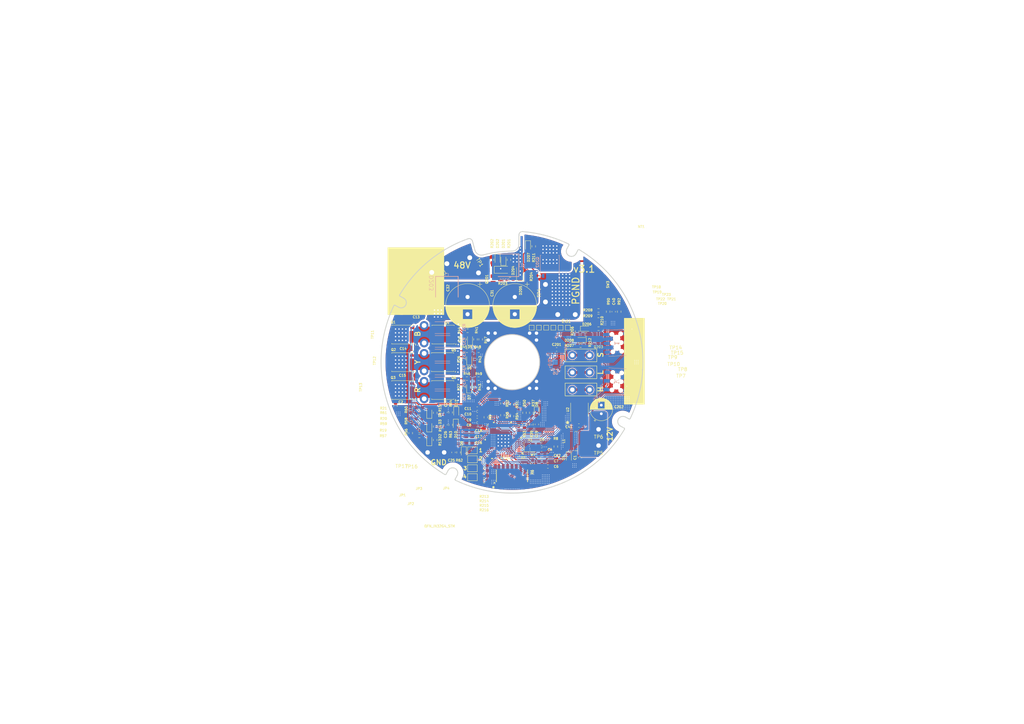
<source format=kicad_pcb>
(kicad_pcb (version 20211014) (generator pcbnew)
  (layers (0 "F.Cu" signal) (31 "B.Cu" signal) (34 "B.Paste" user) (35 "F.Paste" user) (36 "B.SilkS" user "B.Silkscreen") (37 "F.SilkS" user "F.Silkscreen") (38 "B.Mask" user) (39 "F.Mask" user) (44 "Edge.Cuts" user))
  (net 0 "")
  (net 1 "GND")
  (net 2 "/GHS1_MOS")
  (net 3 "/GHS2_MOS")
  (net 4 "VM")
  (net 5 "/GHS3_MOS")
  (net 6 "/OUT2")
  (net 7 "/OUT3")
  (net 8 "/GLS1_MOS")
  (net 9 "/VSHUNT1P")
  (net 10 "/GLS2_MOS")
  (net 11 "/VSHUNT2P")
  (net 12 "/GLS3_MOS")
  (net 13 "/VSHUNT3P")
  (net 14 "/OUT1")
  (net 15 "/BOOT1")
  (net 16 "/BOOT2")
  (net 17 "/BOOT3")
  (net 18 "Net-(C40-Pad2)")
  (net 19 "/V")
  (net 20 "/W")
  (net 21 "/GHS1")
  (net 22 "/GHS2")
  (net 23 "/GHS3")
  (net 24 "/GLS1")
  (net 25 "/GLS2")
  (net 26 "/GLS3")
  (net 27 "/OSC_IN")
  (net 28 "/OSC_OUT")
  (net 29 "/SW")
  (net 30 "/VCC")
  (net 31 "/SPI_MOSI")
  (net 32 "/SPI_MISO")
  (net 33 "/SPI_SCK")
  (net 34 "/VDD")
  (net 35 "/CAN_RX")
  (net 36 "/CAN_TX")
  (net 37 "/VBAT")
  (net 38 "/nRST")
  (net 39 "/VOUT1")
  (net 40 "/VOUT2")
  (net 41 "/VOUT3")
  (net 42 "/OPP1")
  (net 43 "/OPO1")
  (net 44 "/OPN1")
  (net 45 "/OPO2")
  (net 46 "/OPP2")
  (net 47 "/OPN2")
  (net 48 "/OPP3")
  (net 49 "/OPO3")
  (net 50 "/OPN3")
  (net 51 "/VREF+")
  (net 52 "/VDDA")
  (net 53 "/UART_TX")
  (net 54 "/UART_RX")
  (net 55 "/SWDIO{slash}JTMS")
  (net 56 "/SWCLK{slash}JTCK")
  (net 57 "/JTDI")
  (net 58 "/SWO{slash}JTDO")
  (net 59 "/VREGIN")
  (net 60 "/U")
  (net 61 "Net-(R56-Pad2)")
  (net 62 "Net-(R58-Pad2)")
  (net 63 "Net-(R60-Pad2)")
  (net 64 "Net-(R1-Pad1)")
  (net 65 "Net-(D204-Pad1)")
  (net 66 "Net-(D204-Pad2)")
  (net 67 "/48V")
  (net 68 "Net-(Q201-Pad3)")
  (net 69 "Net-(TP7-Pad1)")
  (net 70 "Net-(TP10-Pad1)")
  (net 71 "/VBUS")
  (net 72 "/MOTOR_TEMP")
  (net 76 "/A")
  (net 77 "/B")
  (net 89 "Net-(Q202-Pad5)")
  (net 90 "Net-(D206-Pad1)")
  (net 91 "Net-(D206-Pad2)")
  (net 92 "/SEC_IN")
  (net 93 "/SEC_OUT")
  (net 94 "Net-(D207-Pad1)")
  (net 95 "Net-(D208-Pad1)")
  (net 96 "Net-(Q203-PadC)")
  (net 97 "Net-(Q203-PadE)")
  (net 98 "/BEARING_TEMP")
  (net 99 "/MA730_CS")
  (net 100 "Net-(D201-Pad1)")
  (net 101 "Net-(D205-Pad1)")
  (net 102 "/DIP1")
  (net 103 "/DIP2")
  (net 104 "/DIP3")
  (net 105 "/DIP4")
  (net 106 "/MGL")
  (net 107 "/MA710_CS")
  (net 108 "/MGH")
  (net 109 "/TORQUE_CS")
  (net 110 "GNDPWR")
  (footprint "footprints:R_0603_1608Metric_Pad0.98x0.95mm_HandSolder" (layer "F.Cu") (at 137.9 98.4 -90)
    (fp_text reference "R41")
    (fp_text value "22k 1%")
  )
  (footprint "footprints:R_0603_1608Metric_Pad0.98x0.95mm_HandSolder" (layer "F.Cu") (at 119.1 125.6 -90)
    (fp_text reference "R56")
    (fp_text value "68k 1%")
  )
  (footprint "ST:STL110N10F7" (layer "F.Cu") (at 116.8 105 180)
    (fp_text reference "Q2")
    (fp_text value "IAUC120N06S5L" hide)
  )
  (footprint "footprints:R_0603_1608Metric_Pad0.98x0.95mm_HandSolder" (layer "F.Cu") (at 148.5 117.3 -90)
    (fp_text reference "R51")
    (fp_text value "1.5k 1%")
  )
  (footprint "footprints:R_0603_1608Metric_Pad0.98x0.95mm_HandSolder" (layer "F.Cu") (at 154.8 71.4 -90)
    (fp_text reference "R211")
    (fp_text value "NM")
  )
  (footprint "ST:STL110N10F7" (layer "F.Cu") (at 128.4 113.1 180)
    (fp_text reference "Q6")
    (fp_text value "IAUC120N06S5L" hide)
  )
  (footprint "footprints:R_0603_1608Metric_Pad0.98x0.95mm_HandSolder" (layer "F.Cu") (at 154.1 119.7 90)
    (fp_text reference "R37")
    (fp_text value "73.2k 1%")
  )
  (footprint "UNIVERSAL_JOINT:61-2348-11_0030" (layer "F.Cu") (at 166 103)
    (fp_text reference "TP15")
    (fp_text value "TestPoint")
  )
  (footprint "footprints:D_SOD-123" (layer "F.Cu") (at 145.6 78.2)
    (fp_text reference "D204")
    (fp_text value "NM")
  )
  (footprint "footprints:R_0603_1608Metric_Pad0.98x0.95mm_HandSolder" (layer "F.Cu") (at 121.6 121.4 180)
    (fp_text reference "R20")
    (fp_text value "0")
  )
  (footprint "footprints:CP_Radial_D12.5mm_P5.00mm" (layer "F.Cu") (at 135.6 86.1 -90)
    (fp_text reference "C32")
    (fp_text value "330uF 100V")
  )
  (footprint "footprints:R_0603_1608Metric_Pad0.98x0.95mm_HandSolder" (layer "F.Cu") (at 135.6 95.9)
    (fp_text reference "R44")
    (fp_text value "1.5k 1%")
  )
  (footprint "footprints:R_0603_1608Metric_Pad0.98x0.95mm_HandSolder" (layer "F.Cu") (at 173.6 95.3)
    (fp_text reference "R210")
    (fp_text value "200R")
  )
  (footprint "footprints:R_0603_1608Metric_Pad0.98x0.95mm_HandSolder" (layer "F.Cu") (at 121.6 123)
    (fp_text reference "R59")
    (fp_text value "27k 1%")
  )
  (footprint "footprints:R_0603_1608Metric_Pad0.98x0.95mm_HandSolder" (layer "F.Cu") (at 139.4 98.4 -90)
    (fp_text reference "R47")
    (fp_text value "22k 1%")
  )
  (footprint "UNIVERSAL_JOINT:61-2348-11_0030" (layer "F.Cu") (at 166 108 180)
    (fp_text reference "TP9")
    (fp_text value "CANH")
  )
  (footprint "footprints:C_0603_1608Metric_Pad1.08x0.95mm_HandSolder" (layer "F.Cu") (at 178 90.3625 90)
    (fp_text reference "C40")
    (fp_text value "100nF")
  )
  (footprint "footprints:R_0603_1608Metric_Pad0.98x0.95mm_HandSolder" (layer "F.Cu") (at 140.4 135 180)
    (fp_text reference "R213")
    (fp_text value "100k")
  )
  (footprint "footprints:C_0603_1608Metric_Pad1.08x0.95mm_HandSolder" (layer "F.Cu") (at 136.0625 126.6)
    (fp_text reference "C17")
    (fp_text value "1uF 25V")
  )
  (footprint "UNIVERSAL_JOINT:1-726388-2" (layer "F.Cu") (at 137.5 76.9 -60)
    (fp_text reference "TP1")
    (fp_text value "48V")
  )
  (footprint "footprints:R_0603_1608Metric_Pad0.98x0.95mm_HandSolder" (layer "F.Cu") (at 145.7 120.4 -90)
    (fp_text reference "R55")
    (fp_text value "11k 1%")
  )
  (footprint "UNIVERSAL_JOINT:SOT23-EBC" (layer "F.Cu") (at 173.5 98.1 180)
    (fp_text reference "Q203")
    (fp_text value "2PC4081S,115")
  )
  (footprint "footprints:C_0603_1608Metric_Pad1.08x0.95mm_HandSolder" (layer "F.Cu") (at 138.4 120.1)
    (fp_text reference "C10")
    (fp_text value "1uF")
  )
  (footprint "UNIVERSAL_JOINT:1-726388-2" (layer "F.Cu") (at 123 113.1 90)
    (fp_text reference "TP13")
    (fp_text value "1-726388-2")
  )
  (footprint "footprints:C_0603_1608Metric_Pad1.08x0.95mm_HandSolder" (layer "F.Cu") (at 136.0625 124.9)
    (fp_text reference "C18")
    (fp_text value "1uF 25V")
  )
  (footprint "footprints:CP_Radial_D12.5mm_P5.00mm" (layer "F.Cu") (at 149.3 86.1 -90)
    (fp_text reference "C31")
    (fp_text value "330uF 100V")
  )
  (footprint "footprints:R_0603_1608Metric_Pad0.98x0.95mm_HandSolder" (layer "F.Cu") (at 137.8 104.2 -90)
    (fp_text reference "R42")
    (fp_text value "22k 1%")
  )
  (footprint "footprints:C_0603_1608Metric_Pad1.08x0.95mm_HandSolder" (layer "F.Cu") (at 114.7 117.7 90)
    (fp_text reference "C2")
    (fp_text value "220nF 100V")
  )
  (footprint "footprints:R_0603_1608Metric_Pad0.98x0.95mm_HandSolder" (layer "F.Cu") (at 140.4 136.5 180)
    (fp_text reference "R214")
    (fp_text value "100k")
  )
  (footprint "footprints:R_0603_1608Metric_Pad0.98x0.95mm_HandSolder" (layer "F.Cu") (at 140.4 139.5 180)
    (fp_text reference "R216")
    (fp_text value "100k")
  )
  (footprint "footprints:R_0603_1608Metric_Pad0.98x0.95mm_HandSolder" (layer "F.Cu") (at 119.1 122.2 -90)
    (fp_text reference "R58")
    (fp_text value "68k 1%")
  )
  (footprint "footprints:C_0603_1608Metric_Pad1.08x0.95mm_HandSolder" (layer "F.Cu") (at 119.6625 108.9 180)
    (fp_text reference "C15")
    (fp_text value "220nF 100V")
  )
  (footprint "footprints:TestPoint_Pad_1.0x1.0mm" (layer "F.Cu") (at 158.4 95)
    (fp_text reference "TP20")
    (fp_text value "TestPoint_Small")
  )
  (footprint "footprints:L_Wuerth_WE-PD2-Typ-MS" (layer "F.Cu") (at 167.1 127.9)
    (fp_text reference "L1")
    (fp_text value "18uH, 1A")
  )
  (footprint "footprints:D_0603_1608Metric_Pad1.05x0.95mm_HandSolder" (layer "F.Cu") (at 168.4 98.6 180)
    (fp_text reference "D208")
    (fp_text value "NM")
  )
  (footprint "footprints:D_0603_1608Metric_Pad1.05x0.95mm_HandSolder" (layer "F.Cu") (at 155.7 119.675 -90)
    (fp_text reference "D8")
    (fp_text value "BAT30K")
  )
  (footprint "footprints:R_0603_1608Metric_Pad0.98x0.95mm_HandSolder" (layer "F.Cu") (at 179.6 90.3625 90)
    (fp_text reference "R92")
    (fp_text value "200")
  )
  (footprint "footprints:TestPoint_Pad_1.0x1.0mm" (layer "F.Cu") (at 154.2 95)
    (fp_text reference "TP18")
    (fp_text value "TestPoint_Small")
  )
  (footprint "footprints:R_0603_1608Metric_Pad0.98x0.95mm_HandSolder" (layer "F.Cu") (at 121.6 124.8 180)
    (fp_text reference "R19")
    (fp_text value "0")
  )
  (footprint "footprints:D_0603_1608Metric_Pad1.05x0.95mm_HandSolder" (layer "F.Cu") (at 134.5 131.2 -90)
    (fp_text reference "D9")
    (fp_text value "BAT30K")
  )
  (footprint "UNIVERSAL_JOINT:61-2348-11_0030" (layer "F.Cu") (at 173.6 129.2)
    (fp_text reference "TP5")
    (fp_text value "12V")
  )
  (footprint "footprints:SolderJumper-2_P1.3mm_Open_TrianglePad1.0x1.5mm" (layer "F.Cu") (at 137 133.2 180)
    (fp_text reference "JP2")
    (fp_text value "SolderJumper_2_Open")
  )
  (footprint "footprints:R_0603_1608Metric_Pad0.98x0.95mm_HandSolder" (layer "F.Cu") (at 126.2 119.7 90)
    (fp_text reference "R15")
    (fp_text value "33")
  )
  (footprint "Crystal:Crystal_SMD_2520-4Pin_2.5x2.0mm" (layer "F.Cu") (at 153.6375 129.6)
    (fp_text reference "X1")
    (fp_text value "ECS-240-8-36B2-CKM-TR")
  )
  (footprint "UNIVERSAL_JOINT:61-2348-11_0030" (layer "F.Cu") (at 171 108 180)
    (fp_text reference "TP10")
    (fp_text value "CANH")
  )
  (footprint "footprints:R_0603_1608Metric_Pad0.98x0.95mm_HandSolder" (layer "F.Cu") (at 145.7 117 -90)
    (fp_text reference "R52")
    (fp_text value "1.5k 1%")
  )
  (footprint "UNIVERSAL_JOINT:61-2348-11_0030" (layer "F.Cu") (at 128.8 131.2)
    (fp_text reference "TP16")
    (fp_text value "GND")
  )
  (footprint "footprints:R_0603_1608Metric_Pad0.98x0.95mm_HandSolder" (layer "F.Cu") (at 154.1 123.1 90)
    (fp_text reference "R39")
    (fp_text value "3.01k 1%")
  )
  (footprint "footprints:C_0603_1608Metric_Pad1.08x0.95mm_HandSolder" (layer "F.Cu") (at 131.5 131.2 -90)
    (fp_text reference "C25")
    (fp_text value "82nF 5%")
  )
  (footprint "UNIVERSAL_JOINT:61-2348-11_0030" (layer "F.Cu") (at 173.6 124.5)
    (fp_text reference "TP6")
    (fp_text value "12V")
  )
  (footprint "UNIVERSAL_JOINT:61-2348-11_0030" (layer "F.Cu") (at 171 113 180)
    (fp_text reference "TP8")
    (fp_text value "CANL")
  )
  (footprint "footprints:R_0603_1608Metric_Pad0.98x0.95mm_HandSolder" (layer "F.Cu") (at 138.795 109.8 180)
    (fp_text reference "R49")
    (fp_text value "22k 1%")
  )
  (footprint "footprints:R_0603_1608Metric_Pad0.98x0.95mm_HandSolder" (layer "F.Cu") (at 147.9 80.9 180)
    (fp_text reference "R203")
    (fp_text value "NM")
  )
  (footprint "footprints:SO-8_3.9x4.9mm_P1.27mm" (layer "F.Cu") (at 168.065 118.8 90)
    (fp_text reference "U2")
    (fp_text value "TCAN332G")
  )
  (footprint "footprints:TestPoint_Pad_1.0x1.0mm" (layer "F.Cu") (at 160.5 95)
    (fp_text reference "TP22")
    (fp_text value "TestPoint_Small")
  )
  (footprint "ST:STL110N10F7" (layer "F.Cu") (at 116.8 113.1 180)
    (fp_text reference "Q3")
    (fp_text value "IAUC120N06S5L" hide)
  )
  (footprint "footprints:D_0603_1608Metric_Pad1.05x0.95mm_HandSolder" (layer "F.Cu") (at 132.3 119.6 -90)
    (fp_text reference "D11")
    (fp_text value "BAT30K")
  )
  (footprint "footprints:R_0603_1608Metric_Pad0.98x0.95mm_HandSolder" (layer "F.Cu") (at 147.6 75.3 -90)
    (fp_text reference "R201")
    (fp_text value "4.5k")
  )
  (footprint "footprints:R_0603_1608Metric_Pad0.98x0.95mm_HandSolder" (layer "F.Cu") (at 121.6 118.2 180)
    (fp_text reference "R21")
    (fp_text value "0")
  )
  (footprint "footprints:D_0603_1608Metric_Pad1.05x0.95mm_HandSolder" (layer "F.Cu") (at 144.3 75.3 -90)
    (fp_text reference "D202")
    (fp_text value "SMBJ48A-TR")
  )
  (footprint "footprints:R_0603_1608Metric_Pad0.98x0.95mm_HandSolder" (layer "F.Cu") (at 121.6 119.8)
    (fp_text reference "R61")
    (fp_text value "27k 1%")
  )
  (footprint "footprints:D_0603_1608Metric_Pad1.05x0.95mm_HandSolder" (layer "F.Cu") (at 136.1 104.2 90)
    (fp_text reference "D6")
    (fp_text value "BAT48, 40 V")
  )
  (footprint "footprints:D_0603_1608Metric_Pad1.05x0.95mm_HandSolder" (layer "F.Cu") (at 124.5 123.6 90)
    (fp_text reference "D3")
    (fp_text value "BAT48, 40 V")
  )
  (footprint "footprints:R_0603_1608Metric_Pad0.98x0.95mm_HandSolder" (layer "F.Cu") (at 126.2 127.6 90)
    (fp_text reference "R13")
    (fp_text value "33")
  )
  (footprint "footprints:R_0603_1608Metric_Pad0.98x0.95mm_HandSolder" (layer "F.Cu") (at 134.5 112.3 90)
    (fp_text reference "R27")
    (fp_text value "33")
  )
  (footprint "footprints:R_0603_1608Metric_Pad0.98x0.95mm_HandSolder" (layer "F.Cu") (at 168.4 100.2)
    (fp_text reference "R207")
    (fp_text value "13,7k")
  )
  (footprint "footprints:C_0603_1608Metric_Pad1.08x0.95mm_HandSolder" (layer "F.Cu") (at 119.8 101.1 180)
    (fp_text reference "C14")
    (fp_text value "220nF 100V")
  )
  (footprint "footprints:C_0603_1608Metric_Pad1.08x0.95mm_HandSolder" (layer "F.Cu") (at 158.9 135.3 180)
    (fp_text reference "C6")
    (fp_text value "10uF")
  )
  (footprint "footprints:D_0603_1608Metric_Pad1.05x0.95mm_HandSolder" (layer "F.Cu") (at 165 132.7 -90)
    (fp_text reference "D1")
    (fp_text value "STPS1H100A")
  )
  (footprint "footprints:R_0603_1608Metric_Pad0.98x0.95mm_HandSolder" (layer "F.Cu") (at 140.9 121 90)
    (fp_text reference "R9")
    (fp_text value "0")
  )
  (footprint "footprints:TestPoint_Pad_1.0x1.0mm" (layer "F.Cu") (at 162.6 95)
    (fp_text reference "TP21")
    (fp_text value "TestPoint_Small")
  )
  (footprint "footprints:R_0603_1608Metric_Pad0.98x0.95mm_HandSolder" (layer "F.Cu") (at 161.2 129.5 90)
    (fp_text reference "R8")
    (fp_text value "0")
  )
  (footprint "footprints:R_0603_1608Metric_Pad0.98x0.95mm_HandSolder" (layer "F.Cu") (at 154.5 134.4 90)
    (fp_text reference "R6")
    (fp_text value "0")
  )
  (footprint "footprints:R_0603_1608Metric_Pad0.98x0.95mm_HandSolder" (layer "F.Cu") (at 176.4 90.3625 -90)
    (fp_text reference "R90")
    (fp_text value "100k")
  )
  (footprint "footprints:R_0603_1608Metric_Pad0.98x0.95mm_HandSolder" (layer "F.Cu") (at 152.1 123.1 -90)
    (fp_text reference "R53")
    (fp_text value "11k 1%")
  )
  (footprint "footprints:D_0603_1608Metric_Pad1.05x0.95mm_HandSolder" (layer "F.Cu") (at 146 75.3 90)
    (fp_text reference "D201")
    (fp_text value "GREEN")
  )
  (footprint "UNIVERSAL_JOINT:1-726388-2" (layer "F.Cu") (at 164.3 91.2 180)
    (fp_text reference "TP3")
    (fp_text value "GND")
  )
  (footprint "footprints:R_0603_1608Metric_Pad0.98x0.95mm_HandSolder" (layer "F.Cu") (at 137.7 112.3 -90)
    (fp_text reference "R43")
    (fp_text value "22k 1%")
  )
  (footprint "UNIVERSAL_JOINT:SAMTEC_FTSH-107-01-L-DV-K-TR" (layer "F.Cu") (at 148.4875 138)
    (fp_text reference "J12")
    (fp_text value "FTSH-107-01-L-DV-K-TR")
  )
  (footprint "footprints:R_0603_1608Metric_Pad0.98x0.95mm_HandSolder" (layer "F.Cu") (at 130.7 123.2 -90)
    (fp_text reference "R63")
    (fp_text value "3.9k 1%")
  )
  (footprint "footprints:R_0603_1608Metric_Pad0.98x0.95mm_HandSolder" (layer "F.Cu") (at 138.8 101.7 180)
    (fp_text reference "R48")
    (fp_text value "22k 1%")
  )
  (footprint "UNIVERSAL_JOINT:SOT23" (layer "F.Cu") (at 144.1 81 -90)
    (fp_text reference "Q201")
    (fp_text value "NM")
  )
  (footprint "footprints:SolderJumper-2_P1.3mm_Open_TrianglePad1.0x1.5mm" (layer "F.Cu") (at 137 135.8 180)
    (fp_text reference "JP3")
    (fp_text value "SolderJumper_2_Open")
  )
  (footprint "footprints:SolderJumper-2_P1.3mm_Open_TrianglePad1.0x1.5mm" (layer "F.Cu") (at 137 130.6 180)
    (fp_text reference "JP1")
    (fp_text value "SolderJumper_2_Open")
  )
  (footprint "footprints:D_0603_1608Metric_Pad1.05x0.95mm_HandSolder" (layer "F.Cu") (at 132.2 123.2 -90)
    (fp_text reference "D10")
    (fp_text value "BAT30K")
  )
  (footprint "footprints:R_0603_1608Metric_Pad0.98x0.95mm_HandSolder" (layer "F.Cu") (at 173.5875 91.6 180)
    (fp_text reference "R209")
    (fp_text value "NM")
  )
  (footprint "ST:STL110N10F7" (layer "F.Cu") (at 116.8 97 180)
    (fp_text reference "Q1")
    (fp_text value "IAUC120N06S5L" hide)
  )
  (footprint "footprints:R_0603_1608Metric_Pad0.98x0.95mm_HandSolder" (layer "F.Cu") (at 135.4 101.7)
    (fp_text reference "R45")
    (fp_text value "1.5k 1%")
  )
  (footprint "footprints:NetTie-2_SMD_Pad0.5mm" (layer "F.Cu") (at 168.7 75.7 180)
    (fp_text reference "NT1")
    (fp_text value "NetTie_2")
  )
  (footprint "footprints:D_0603_1608Metric_Pad1.05x0.95mm_HandSolder" (layer "F.Cu") (at 136.1 112.3 90)
    (fp_text reference "D7")
    (fp_text value "BAT48, 40 V")
  )
  (footprint "footprints:C_0603_1608Metric_Pad1.08x0.95mm_HandSolder" (layer "F.Cu") (at 138.4 118.5)
    (fp_text reference "C11")
    (fp_text value "100nF")
  )
  (footprint "footprints:D_0603_1608Metric_Pad1.05x0.95mm_HandSolder" (layer "F.Cu") (at 153.13 71.43 -90)
    (fp_text reference "D207")
    (fp_text value "NM")
  )
  (footprint "footprints:R_0603_1608Metric_Pad0.98x0.95mm_HandSolder" (layer "F.Cu") (at 134.7 98.4 90)
    (fp_text reference "R25")
    (fp_text value "33")
  )
  (footprint "footprints:CP_Radial_D6.3mm_P2.50mm" (layer "F.Cu") (at 174.4 119.98238 90)
    (fp_text reference "C202")
    (fp_text value "220uF 100V")
  )
  (footprint "footprints:C_0603_1608Metric_Pad1.08x0.95mm_HandSolder" (layer "F.Cu") (at 161.4375 101.3 180)
    (fp_text reference "C201")
    (fp_text value "1uF")
  )
  (footprint "UNIVERSAL_JOINT:1-726388-2" (layer "F.Cu") (at 127.4 77.7 -150)
    (fp_text reference "TP2")
    (fp_text value "48V")
  )
  (footprint "footprints:R_0603_1608Metric_Pad0.98x0.95mm_HandSolder" (layer "F.Cu") (at 126.2 123.7 90)
    (fp_text reference "R14")
    (fp_text value "33")
  )
  (footprint "footprints:C_0603_1608Metric_Pad1.08x0.95mm_HandSolder" (layer "F.Cu") (at 158.9 133.7 180)
    (fp_text reference "C7")
    (fp_text value "100nF")
  )
  (footprint "footprints:TestPoint_Pad_1.0x1.0mm" (layer "F.Cu") (at 164.7 95)
    (fp_text reference "TP23")
    (fp_text value "TestPoint_Small")
  )
  (footprint "ST:STL110N10F7" (layer "F.Cu") (at 128.5 97 180)
    (fp_text reference "Q4")
    (fp_text value "IAUC120N06S5L" hide)
  )
  (footprint "footprints:D_0603_1608Metric_Pad1.05x0.95mm_HandSolder" (layer "F.Cu") (at 170 95.3)
    (fp_text reference "D206")
    (fp_text value "NM")
  )
  (footprint "footprints:R_0603_1608Metric_Pad0.98x0.95mm_HandSolder" (layer "F.Cu") (at 148.5 120.7 -90)
    (fp_text reference "R54")
    (fp_text value "11k 1%")
  )
  (footprint "UNIVERSAL_JOINT:1-726388-2" (layer "F.Cu") (at 123 105 90)
    (fp_text reference "TP12")
    (fp_text value "1-726388-2")
  )
  (footprint "footprints:D_0603_1608Metric_Pad1.05x0.95mm_HandSolder" (layer "F.Cu") (at 136.3 98.4 90)
    (fp_text reference "D5")
    (fp_text value "BAT48, 40 V")
  )
  (footprint "UNIVERSAL_JOINT:SKHUALE010" (layer "F.Cu") (at 172.4 84.1 90)
    (fp_text reference "SW3")
    (fp_text value "SKHUALE010")
  )
  (footprint "footprints:SolderJumper-2_P1.3mm_Open_TrianglePad1.0x1.5mm" (layer "F.Cu") (at 137 138.4 180)
    (fp_text reference "JP4")
    (fp_text value "SolderJumper_2_Open")
  )
  (footprint "footprints:D_0603_1608Metric_Pad1.05x0.95mm_HandSolder" (layer "F.Cu") (at 124.5 119.675 90)
    (fp_text reference "D4")
    (fp_text value "BAT48, 40 V")
  )
  (footprint "UNIVERSAL_JOINT:61-2348-11_0030" (layer "F.Cu") (at 124 131.2)
    (fp_text reference "TP17")
    (fp_text value "GND")
  )
  (footprint "footprints:R_0603_1608Metric_Pad0.98x0.95mm_HandSolder" (layer "F.Cu") (at 156.3 132.9 90)
    (fp_text reference "R7")
    (fp_text value "0")
  )
  (footprint "footprints:R_0603_1608Metric_Pad0.98x0.95mm_HandSolder" (layer "F.Cu") (at 173.5875 90)
    (fp_text reference "R208")
    (fp_text value "200R")
  )
  (footprint "footprints:D_0603_1608Metric_Pad1.05x0.95mm_HandSolder" (layer "F.Cu") (at 124.5 127.6 90)
    (fp_text reference "D2")
    (fp_text value "BAT48, 40 V")
  )
  (footprint "footprints:C_0603_1608Metric_Pad1.08x0.95mm_HandSolder" (layer "F.Cu") (at 167.9 123.4 180)
    (fp_text reference "C41")
    (fp_text value "100 nF")
  )
  (footprint "footprints:C_0603_1608Metric_Pad1.08x0.95mm_HandSolder" (layer "F.Cu") (at 129.2 119.6 90)
    (fp_text reference "C27")
    (fp_text value "82nF 5%")
  )
  (footprint "footprints:C_0603_1608Metric_Pad1.08x0.95mm_HandSolder" (layer "F.Cu") (at 138.4 121.8)
    (fp_text reference "C9")
    (fp_text value "100nF")
  )
  (footprint "footprints:C_0603_1608Metric_Pad1.08x0.95mm_HandSolder" (layer "F.Cu") (at 168.2 132.7 90)
    (fp_text reference "C1")
    (fp_text value "10uF 25v")
  )
  (footprint "UNIVERSAL_JOINT:1-726388-2" (layer "F.Cu") (at 123 96.9 90)
    (fp_text reference "TP11")
    (fp_text value "1-726388-2")
  )
  (footprint "footprints:R_0603_1608Metric_Pad0.98x0.95mm_HandSolder" (layer "F.Cu") (at 152.1 119.7 -90)
    (fp_text reference "R50")
    (fp_text value "1.5k 1%")
  )
  (footprint "footprints:R_0603_1608Metric_Pad0.98x0.95mm_HandSolder" (layer "F.Cu") (at 130.7 119.6 -90)
    (fp_text reference "R64")
    (fp_text value "3.9k 1%")
  )
  (footprint "footprints:C_0603_1608Metric_Pad1.08x0.95mm_HandSolder" (layer "F.Cu") (at 123.5 91.9 180)
    (fp_text reference "C13")
    (fp_text value "220nF 100V")
  )
  (footprint "footprints:C_0603_1608Metric_Pad1.08x0.95mm_HandSolder" (layer "F.Cu") (at 157.1 128.8 180)
    (fp_text reference "C5")
    (fp_text value "6.8pF")
  )
  (footprint "footprints:C_0603_1608Metric_Pad1.08x0.95mm_HandSolder" (layer "F.Cu") (at 138.4 123.3)
    (fp_text reference "C8")
    (fp_text value "1uF")
  )
  (footprint "footprints:D_SOD-123" (layer "F.Cu") (at 150.8 79.2 90)
    (fp_text reference "D205")
    (fp_text value "NM")
  )
  (footprint "footprints:R_0603_1608Metric_Pad0.98x0.95mm_HandSolder" (layer "F.Cu") (at 134.5 104.2 90)
    (fp_text reference "R26")
    (fp_text value "33")
  )
  (footprint "footprints:R_0603_1608Metric_Pad0.98x0.95mm_HandSolder" (layer "F.Cu") (at 133 131.2 90)
    (fp_text reference "R62")
    (fp_text value "3.9k 1%")
  )
  (footprint "footprints:R_0603_1608Metric_Pad0.98x0.95mm_HandSolder" (layer "F.Cu") (at 142.7 75.3 90)
    (fp_text reference "R202")
    (fp_text value "NM")
  )
  (footprint "footprints:R_0603_1608Metric_Pad0.98x0.95mm_HandSolder" (layer "F.Cu") (at 170 97)
    (fp_text reference "R212")
    (fp_text value "NM")
  )
  (footprint "UNIVERSAL_JOINT:61-2348-11_0030" (layer "F.Cu") (at 171 103)
    (fp_text reference "TP14")
    (fp_text value "TestPoint")
  )
  (footprint "UNIVERSAL_JOINT:61-2348-11_0030" (layer "F.Cu") (at 166 113 180)
    (fp_text reference "TP7")
    (fp_text value "CANL")
  )
  (footprint "footprints:R_0603_1608Metric_Pad0.98x0.95mm_HandSolder" (layer "F.Cu") (at 156.5 79.9 180)
    (fp_text reference "R204")
    (fp_text value "NM")
  )
  (footprint "footprints:C_0603_1608Metric_Pad1.08x0.95mm_HandSolder" (layer "F.Cu") (at 136.1 128.4)
    (fp_text reference "C16")
    (fp_text value "1uF 25V")
  )
  (footprint "footprints:C_0603_1608Metric_Pad1.08x0.95mm_HandSolder" (layer "F.Cu") (at 158.9 132 180)
    (fp_text reference "C12")
    (fp_text value "100nF")
  )
  (footprint "footprints:R_0603_1608Metric_Pad0.98x0.95mm_HandSolder" (layer "F.Cu") (at 140.4 138 180)
    (fp_text reference "R215")
    (fp_text value "100k")
  )
  (footprint "footprints:R_0603_1608Metric_Pad0.98x0.95mm_HandSolder" (layer "F.Cu") (at 167.4 96.1 -90)
    (fp_text reference "R206")
    (fp_text value "5,23k")
  )
  (footprint "footprints:C_0603_1608Metric_Pad1.08x0.95mm_HandSolder" (layer "F.Cu") (at 155.7 123.075 90)
    (fp_text reference "C19")
    (fp_text value "33nF")
  )
  (footprint "footprints:R_0603_1608Metric_Pad0.98x0.95mm_HandSolder" (layer "F.Cu") (at 135.395 109.8)
    (fp_text reference "R46")
    (fp_text value "1.5k 1%")
  )
  (footprint "footprints:C_0603_1608Metric_Pad1.08x0.95mm_HandSolder" (layer "F.Cu") (at 129.2 123.2 90)
    (fp_text reference "C26")
    (fp_text value "82nF 5%")
  )
  (footprint "footprints:R_0603_1608Metric_Pad0.98x0.95mm_HandSolder" (layer "F.Cu") (at 119.1 118.8 -90)
    (fp_text reference "R60")
    (fp_text value "68k 1%")
  )
  (footprint "footprints:R_0603_1608Metric_Pad0.98x0.95mm_HandSolder" (layer "F.Cu") (at 121.6 126.4)
    (fp_text reference "R57")
    (fp_text value "27k 1%")
  )
  (footprint "ST:STL110N10F7" (layer "F.Cu") (at 128.3587 105 180)
    (fp_text reference "Q5")
    (fp_text value "IAUC120N06S5L" hide)
  )
  (footprint "footprints:C_0603_1608Metric_Pad1.08x0.95mm_HandSolder" (layer "F.Cu") (at 157.1 130.4 180)
    (fp_text reference "C4")
    (fp_text value "6.8pF")
  )
  (footprint "footprints:TestPoint_Pad_1.0x1.0mm" (layer "F.Cu") (at 156.3 95)
    (fp_text reference "TP19")
    (fp_text value "TestPoint_Small")
  )
  (footprint "UNIVERSAL_JOINT:1-726388-2" (layer "F.Cu") (at 158.2 85 90)
    (fp_text reference "TP4")
    (fp_text value "GND")
  )
  (footprint "UNIVERSAL_JOINT:STSPIN32G4" (layer "F.Cu") (at 145.95095 127.7426 180)
    (fp_text reference "U1")
    (fp_text value "QFN_IN32G4_STM")
  )
  (footprint "UNIVERSAL_JOINT:DPACK" (layer "B.Cu") (at 148.3 76.9 -90)
    (fp_text reference "R205")
    (fp_text value "NM")
  )
  (footprint "footprints:R_2512_6332Metric_Pad1.40x3.35mm_HandSolder" (layer "B.Cu") (at 128.3 107 180)
    (fp_text reference "R34")
    (fp_text value "10m 1% 3W")
  )
  (footprint "footprints:R_2512_6332Metric_Pad1.40x3.35mm_HandSolder" (layer "B.Cu") (at 128.35 99 180)
    (fp_text reference "R32")
    (fp_text value "10m 1% 3W")
  )
  (footprint "Package_DFN_QFN:HVQFN-16-1EP_3x3mm_P0.5mm_EP1.5x1.5mm" (layer "B.Cu") (at 161.000653 105 180)
    (fp_text reference "U6")
    (fp_text value "MA730")
  )
  (footprint "ST:STL110N10F7" (layer "B.Cu") (at 159.44775 77.2587 90)
    (fp_text reference "Q202")
    (fp_text value "NM" hide)
  )
  (footprint "UNIVERSAL_JOINT:DPACK" (layer "B.Cu") (at 129.6 82.3)
    (fp_text reference "D203")
    (fp_text value "BRIDGED")
  )
  (footprint "footprints:R_2512_6332Metric_Pad1.40x3.35mm_HandSolder" (layer "B.Cu") (at 128.3 111.1 180)
    (fp_text reference "R35")
    (fp_text value "10m 1% 3W")
  )
  (footprint "UNIVERSAL_JOINT:M207810345" (layer "B.Cu") (at 178.9 110.6 -93.17)
    (fp_text reference "J9")
    (fp_text value "HEADER_MALE_2X3_2.54_SMT" hide)
  )
  (footprint "footprints:R_2512_6332Metric_Pad1.40x3.35mm_HandSolder" (layer "B.Cu") (at 128.3 95 180)
    (fp_text reference "R31")
    (fp_text value "10m 1% 3W")
  )
  (footprint "UNIVERSAL_JOINT:M207810345" (layer "B.Cu") (at 178.9 99.4 -86.83)
    (fp_text reference "J10")
    (fp_text value "N.M." hide)
  )
  (footprint "footprints:R_2512_6332Metric_Pad1.40x3.35mm_HandSolder" (layer "B.Cu") (at 128.3 103 180)
    (fp_text reference "R33")
    (fp_text value "10m 1% 3W")
  )
  (footprint "footprints:R_2512_6332Metric_Pad1.40x3.35mm_HandSolder" (layer "B.Cu") (at 128.3 115.1 180)
    (fp_text reference "R36")
    (fp_text value "10m 1% 3W")
  )
  (gr_rect (start 112.5 71.8) (end 128.7 91.2) (layer "F.SilkS") (width 0.2) (fill solid))
  (gr_rect (start 163.9 106.1) (end 173.1 109.8) (layer "F.SilkS") (width 0.15) (fill none))
  (gr_rect (start 163.9 101.2) (end 173.1 104.9) (layer "F.SilkS") (width 0.15) (fill none))
  (gr_rect (start 163.9 111.1) (end 173.1 114.8) (layer "F.SilkS") (width 0.15) (fill none))
  (gr_rect (start 181.1 92.3) (end 186.9 117.2) (layer "F.SilkS") (width 0.2) (fill solid))
  (gr_arc (start 129.016228 137.622648) (mid 112.124429 115.987717) (end 114.211826 88.619015) (layer "Edge.Cuts") (width 0.25))
  (gr_arc (start 140.16668 73.895348) (mid 144.29771 73.073635) (end 148.500653 72.79816) (layer "Edge.Cuts") (width 0.25))
  (gr_arc (start 129.364762 137.526111) (mid 129.211147 137.648941) (end 129.016228 137.622647) (layer "Edge.Cuts") (width 0.25))
  (gr_arc (start 167.985078 72.373672) (mid 182.067996 87.187109) (end 186.439479 107.153497) (layer "Edge.Cuts") (width 0.25))
  (gr_arc (start 182.789479 121.377305) (mid 182.641723 121.507124) (end 182.445795 121.489893) (layer "Edge.Cuts") (width 0.25))
  (gr_arc (start 132.121507 139.286986) (mid 131.991688 139.13923) (end 132.008919 138.943302) (layer "Edge.Cuts") (width 0.25))
  (gr_arc (start 167.636543 72.470208) (mid 167.790158 72.347378) (end 167.985077 72.373672) (layer "Edge.Cuts") (width 0.25))
  (gr_line (start 129.936085 136.46015) (end 129.364761 137.526112) (layer "Edge.Cuts") (width 0.25))
  (gr_arc (start 135.721815 69.211272) (mid 136.52255 69.267433) (end 137.024026 69.894213) (layer "Edge.Cuts") (width 0.25))
  (gr_line (start 137.71719 72.481134) (end 137.024026 69.894213) (layer "Edge.Cuts") (width 0.25))
  (gr_arc (start 151.581733 67.123274) (mid 158.394592 68.308788) (end 164.879797 70.709333) (layer "Edge.Cuts") (width 0.25))
  (gr_arc (start 164.879798 70.709333) (mid 165.009617 70.857089) (end 164.992386 71.053017) (layer "Edge.Cuts") (width 0.25))
  (gr_arc (start 114.211826 88.619014) (mid 114.359582 88.489195) (end 114.55551 88.506426) (layer "Edge.Cuts") (width 0.25))
  (gr_arc (start 115.876165 85.513735) (mid 124.379955 75.635055) (end 135.721815 69.211272) (layer "Edge.Cuts") (width 0.25))
  (gr_line (start 164.421062 72.118978) (end 164.992386 71.053017) (layer "Edge.Cuts") (width 0.25))
  (gr_arc (start 181.028604 124.13405) (mid 181.151434 124.287665) (end 181.12514 124.482584) (layer "Edge.Cuts") (width 0.25))
  (gr_arc (start 115.972701 85.862269) (mid 115.849871 85.708654) (end 115.876165 85.513735) (layer "Edge.Cuts") (width 0.25))
  (gr_line (start 132.580243 137.877341) (end 132.008919 138.943302) (layer "Edge.Cuts") (width 0.25))
  (gr_arc (start 117.038663 86.433592) (mid 117.652146 88.464267) (end 115.621471 89.07775) (layer "Edge.Cuts") (width 0.25))
  (gr_line (start 115.621471 89.07775) (end 114.55551 88.506426) (layer "Edge.Cuts") (width 0.25))
  (gr_arc (start 150.500653 70.79816) (mid 149.914867 72.212374) (end 148.500653 72.79816) (layer "Edge.Cuts") (width 0.25))
  (gr_line (start 167.06522 73.536169) (end 167.636544 72.470207) (layer "Edge.Cuts") (width 0.25))
  (gr_arc (start 179.962642 123.562727) (mid 179.349159 121.532052) (end 181.379834 120.918569) (layer "Edge.Cuts") (width 0.25))
  (gr_arc (start 186.424477 107.403044) (mid 186.30741 107.270782) (end 186.439479 107.153497) (layer "Edge.Cuts") (width 0.25))
  (gr_arc (start 150.500653 68.119982) (mid 150.822819 67.384767) (end 151.581734 67.123274) (layer "Edge.Cuts") (width 0.25))
  (gr_circle (center 148.500653 104.99816) (end 156.500653 104.99816) (layer "Edge.Cuts") (width 0.25) (fill none))
  (gr_arc (start 129.936085 136.460149) (mid 131.96676 135.846666) (end 132.580243 137.877341) (layer "Edge.Cuts") (width 0.25))
  (gr_arc (start 181.12514 124.482585) (mid 159.49021 141.374383) (end 132.121508 139.286986) (layer "Edge.Cuts") (width 0.25))
  (gr_line (start 181.379834 120.918569) (end 182.445795 121.489893) (layer "Edge.Cuts") (width 0.25))
  (gr_line (start 117.038662 86.433592) (end 115.9727 85.862268) (layer "Edge.Cuts") (width 0.25))
  (gr_line (start 179.962643 123.562727) (end 181.028605 124.134051) (layer "Edge.Cuts") (width 0.25))
  (gr_line (start 150.500653 70.79816) (end 150.500653 68.119982) (layer "Edge.Cuts") (width 0.25))
  (gr_arc (start 167.06522 73.53617) (mid 165.034545 74.149653) (end 164.421062 72.118978) (layer "Edge.Cuts") (width 0.25))
  (gr_arc (start 186.424478 107.403046) (mid 185.276824 114.564416) (end 182.789479 121.377304) (layer "Edge.Cuts") (width 0.25))
  (gr_arc (start 140.166679 73.895347) (mid 138.649041 73.695546) (end 137.71719 72.481134) (layer "Edge.Cuts") (width 0.25))
  (gr_text "GND" (at 127.2 134.1) (layer "F.SilkS") (effects (font (size 1.5 1.5) (thickness 0.3))))
  (gr_text "12V" (at 176.9 125.9 90) (layer "F.SilkS") (effects (font (size 1.5 1.5) (thickness 0.3))))
  (gr_text "S" (at 174.2 102.9 90) (layer "F.SilkS") (effects (font (size 1.5 1.5) (thickness 0.3))))
  (gr_text "4" (at 134.8 138.2) (layer "F.SilkS") (effects (font (size 1 1) (thickness 0.25))))
  (gr_text "*" (at 164.6 123) (layer "F.SilkS") (effects (font (size 1.5 1.5) (thickness 0.3))))
  (gr_text "2" (at 139.4 133) (layer "F.SilkS") (effects (font (size 1 1) (thickness 0.25))))
  (gr_text "B" (at 121.1 96.8 90) (layer "F.SilkS") (effects (font (size 1.5 1.5) (thickness 0.3))))
  (gr_text "PGND" (at 167 84.3 90) (layer "F.SilkS") (effects (font (size 2 2) (thickness 0.3))))
  (gr_text "3" (at 134.9 135.8) (layer "F.SilkS") (effects (font (size 1 1) (thickness 0.25))))
  (gr_text "H" (at 174.2 112.9 90) (layer "F.SilkS") (effects (font (size 1.5 1.5) (thickness 0.3))))
  (gr_text "R" (at 121.1 113.1 90) (layer "F.SilkS") (effects (font (size 1.5 1.5) (thickness 0.3))))
  (gr_text "Y" (at 121.1 105 90) (layer "F.SilkS") (effects (font (size 1.5 1.5) (thickness 0.3))))
  (gr_text "*" (at 143.1 141.6) (layer "F.SilkS") (effects (font (size 1 1) (thickness 0.25))))
  (gr_text "v3.1" (at 166.1 78) (layer "F.SilkS") (effects (font (size 2 2) (thickness 0.3)) (justify left)))
  (gr_text "L" (at 174.2 108 90) (layer "F.SilkS") (effects (font (size 1.5 1.5) (thickness 0.3))))
  (gr_text "48V" (at 134 76.9) (layer "F.SilkS") (effects (font (size 1.8 1.8) (thickness 0.3))))
  (gr_text "1" (at 139.4 130.6) (layer "F.SilkS") (effects (font (size 1 1) (thickness 0.25))))
  (segment (start 159.7625 135.2) (end 159.7625 133.6) (width 0.3) (layer "F.Cu") (net 1))
  (via (at 144.1 117) (size 0.3) (drill 0.2) (layers "F.Cu" "B.Cu") (net 1))
  (via (at 136.5 116.489422) (size 0.3) (drill 0.2) (layers "F.Cu" "B.Cu") (net 1))
  (via (at 182 117.1) (size 0.3) (drill 0.2) (layers "F.Cu" "B.Cu") (net 1))
  (via (at 175.2 94.2) (size 0.3) (drill 0.2) (layers "F.Cu" "B.Cu") (net 1))
  (via (at 184.1 105) (size 0.3) (drill 0.2) (layers "F.Cu" "B.Cu") (net 1))
  (via (at 150.5 121.2) (size 0.3) (drill 0.2) (layers "F.Cu" "B.Cu") (net 1))
  (via (at 145.5 128.3) (size 0.8) (drill 0.4) (layers "F.Cu" "B.Cu") (net 1))
  (via (at 179 118.6) (size 0.3) (drill 0.2) (layers "F.Cu" "B.Cu") (net 1))
  (via (at 155.6 112.59493) (size 1.4) (drill 1) (layers "F.Cu" "B.Cu") (net 1))
  (via (at 177.5 116.1) (size 0.3) (drill 0.2) (layers "F.Cu" "B.Cu") (net 1))
  (via (at 150.8 116.7) (size 0.3) (drill 0.2) (layers "F.Cu" "B.Cu") (net 1))
  (via (at 134.8 107.8) (size 0.3) (drill 0.2) (layers "F.Cu" "B.Cu") (net 1))
  (via (at 175.7 94.2) (size 0.3) (drill 0.2) (layers "F.Cu" "B.Cu") (net 1))
  (via (at 142.5 127.5) (size 0.3) (drill 0.2) (layers "F.Cu" "B.Cu") (net 1))
  (via (at 176.5 117.1) (size 0.3) (drill 0.2) (layers "F.Cu" "B.Cu") (net 1))
  (via (at 157.3 139.7) (size 0.3) (drill 0.2) (layers "F.Cu" "B.Cu") (net 1))
  (via (at 135.5 115) (size 0.3) (drill 0.2) (layers "F.Cu" "B.Cu") (net 1))
  (via (at 148.5 141.8) (size 0.3) (drill 0.2) (layers "F.Cu" "B.Cu") (net 1))
  (via (at 167.2 125.4) (size 0.3) (drill 0.2) (layers "F.Cu" "B.Cu") (net 1))
  (via (at 164.5 123.5) (size 0.3) (drill 0.2) (layers "F.Cu" "B.Cu") (net 1))
  (via (at 143.6 117) (size 0.3) (drill 0.2) (layers "F.Cu" "B.Cu") (net 1))
  (via (at 177.8 93.7) (size 0.3) (drill 0.2) (layers "F.Cu" "B.Cu") (net 1))
  (via (at 160.5 104.5) (size 0.4) (drill 0.2) (layers "F.Cu" "B.Cu") (net 1))
  (via (at 150.5 121.7) (size 0.3) (drill 0.2) (layers "F.Cu" "B.Cu") (net 1))
  (via (at 134.5 115.010578) (size 0.3) (drill 0.2) (layers "F.Cu" "B.Cu") (net 1))
  (via (at 163.3 125.7) (size 0.3) (drill 0.2) (layers "F.Cu" "B.Cu") (net 1))
  (via (at 178.498845 115.1) (size 0.3) (drill 0.2) (layers "F.Cu" "B.Cu") (net 1))
  (via (at 177.5 118.6) (size 0.3) (drill 0.2) (layers "F.Cu" "B.Cu") (net 1))
  (via (at 141.6 123.4) (size 0.3) (drill 0.2) (layers "F.Cu" "B.Cu") (net 1))
  (via (at 178.3 93.7) (size 0.3) (drill 0.2) (layers "F.Cu" "B.Cu") (net 1))
  (via (at 115 120.5) (size 0.3) (drill 0.2) (layers "F.Cu" "B.Cu") (net 1))
  (via (at 159.3 139.2) (size 0.3) (drill 0.2) (layers "F.Cu" "B.Cu") (net 1))
  (via (at 150 121.7) (size 0.3) (drill 0.2) (layers "F.Cu" "B.Cu") (net 1))
  (via (at 137 116) (size 0.3) (drill 0.2) (layers "F.Cu" "B.Cu") (net 1))
  (via (at 167.1 135) (size 0.3) (drill 0.2) (layers "F.Cu" "B.Cu") (net 1))
  (via (at 165.5 98.5) (size 0.3) (drill 0.2) (layers "F.Cu" "B.Cu") (net 1))
  (via (at 164.5 121.5) (size 0.3) (drill 0.2) (layers "F.Cu" "B.Cu") (net 1))
  (via (at 162.8 128.2) (size 0.3) (drill 0.2) (layers "F.Cu" "B.Cu") (net 1))
  (via (at 165.5 98) (size 0.3) (drill 0.2) (layers "F.Cu" "B.Cu") (net 1))
  (via (at 177.8 94.2) (size 0.3) (drill 0.2) (layers "F.Cu" "B.Cu") (net 1))
  (via (at 134.5 114.510578) (size 0.3) (drill 0.2) (layers "F.Cu" "B.Cu") (net 1))
  (via (at 151 119.2) (size 0.3) (drill 0.2) (layers "F.Cu" "B.Cu") (net 1))
  (via (at 151 120.7) (size 0.3) (drill 0.2) (layers "F.Cu" "B.Cu") (net 1))
  (via (at 144.5 127.289902) (size 0.8) (drill 0.4) (layers "F.Cu" "B.Cu") (net 1))
  (via (at 165 123) (size 0.3) (drill 0.2) (layers "F.Cu" "B.Cu") (net 1))
  (via (at 135.5 116.489422) (size 0.3) (drill 0.2) (layers "F.Cu" "B.Cu") (net 1))
  (via (at 159.5 131.2) (size 0.3) (drill 0.2) (layers "F.Cu" "B.Cu") (net 1))
  (via (at 161.000653 105) (size 0.4) (drill 0.2) (layers "F.Cu" "B.Cu") (net 1))
  (via (at 157.8 117) (size 0.3) (drill 0.2) (layers "F.Cu" "B.Cu") (net 1))
  (via (at 176 116.6) (size 0.3) (drill 0.2) (layers "F.Cu" "B.Cu") (net 1))
  (via (at 149.8 116.7) (size 0.3) (drill 0.2) (layers "F.Cu" "B.Cu") (net 1))
  (via (at 130 118.3) (size 0.3) (drill 0.2) (layers "F.Cu" "B.Cu") (net 1))
  (via (at 158.3 119.5) (size 0.3) (drill 0.2) (layers "F.Cu" "B.Cu") (net 1))
  (via (at 137 116.5) (size 0.3) (drill 0.2) (layers "F.Cu" "B.Cu") (net 1))
  (via (at 157.3 140.2) (size 0.3) (drill 0.2) (layers "F.Cu" "B.Cu") (net 1))
  (via (at 139.9 111.7) (size 0.3) (drill 0.2) (layers "F.Cu" "B.Cu") (net 1))
  (via (at 176 118.6) (size 0.3) (drill 0.2) (layers "F.Cu" "B.Cu") (net 1))
  (via (at 162.8 129.2) (size 0.3) (drill 0.2) (layers "F.Cu" "B.Cu") (net 1))
  (via (at 143.1 136.8) (size 0.3) (drill 0.2) (layers "F.Cu" "B.Cu") (net 1))
  (via (at 145.5 129.3) (size 0.8) (drill 0.4) (layers "F.Cu" "B.Cu") (net 1))
  (via (at 181 116.1) (size 0.3) (drill 0.2) (layers "F.Cu" "B.Cu") (net 1))
  (via (at 156.3 139.7) (size 0.3) (drill 0.2) (layers "F.Cu" "B.Cu") (net 1))
  (via (at 144.1 117.5) (size 0.3) (drill 0.2) (layers "F.Cu" "B.Cu") (net 1))
  (via (at 165 123.5) (size 0.3) (drill 0.2) (layers "F.Cu" "B.Cu") (net 1))
  (via (at 142.6 136.8) (size 0.3) (drill 0.2) (layers "F.Cu" "B.Cu") (net 1))
  (via (at 135 115.010578) (size 0.3) (drill 0.2) (layers "F.Cu" "B.Cu") (net 1))
  (via (at 165 120) (size 0.3) (drill 0.2) (layers "F.Cu" "B.Cu") (net 1))
  (via (at 177 118.6) (size 0.3) (drill 0.2) (layers "F.Cu" "B.Cu") (net 1))
  (via (at 156.3 139.2) (size 0.3) (drill 0.2) (layers "F.Cu" "B.Cu") (net 1))
  (via (at 182.498845 115.1) (size 0.3) (drill 0.2) (layers "F.Cu" "B.Cu") (net 1))
  (via (at 157.8 139.2) (size 0.3) (drill 0.2) (layers "F.Cu" "B.Cu") (net 1))
  (via (at 182 118.1) (size 0.3) (drill 0.2) (layers "F.Cu" "B.Cu") (net 1))
  (via (at 153.8 139.7) (size 0.3) (drill 0.2) (layers "F.Cu" "B.Cu") (net 1))
  (via (at 157.3 123.5) (size 0.3) (drill 0.2) (layers "F.Cu" "B.Cu") (net 1))
  (via (at 146.5 129.3) (size 0.8) (drill 0.4) (layers "F.Cu" "B.Cu") (net 1))
  (via (at 180 116.6) (size 0.3) (drill 0.2) (layers "F.Cu" "B.Cu") (net 1))
  (via (at 176 116.1) (size 0.3) (drill 0.2) (layers "F.Cu" "B.Cu") (net 1))
  (via (at 165 122.5) (size 0.3) (drill 0.2) (layers "F.Cu" "B.Cu") (net 1))
  (via (at 161.5 105) (size 0.4) (drill 0.2) (layers "F.Cu" "B.Cu") (net 1))
  (via (at 134.8 106.8) (size 0.3) (drill 0.2) (layers "F.Cu" "B.Cu") (net 1))
  (via (at 142.6 136.3) (size 0.3) (drill 0.2) (layers "F.Cu" "B.Cu") (net 1))
  (via (at 135.8 107.8) (size 0.3) (drill 0.2) (layers "F.Cu" "B.Cu") (net 1))
  (via (at 143.5 126) (size 0.3) (drill 0.2) (layers "F.Cu" "B.Cu") (net 1))
  (via (at 161.5 105.5) (size 0.4) (drill 0.2) (layers "F.Cu" "B.Cu") (net 1))
  (via (at 158.3 139.7) (size 0.3) (drill 0.2) (layers "F.Cu" "B.Cu") (net 1))
  (via (at 182 118.6) (size 0.3) (drill 0.2) (layers "F.Cu" "B.Cu") (net 1))
  (via (at 178.5 117.6) (size 0.3) (drill 0.2) (layers "F.Cu" "B.Cu") (net 1))
  (via (at 157.3 118.5) (size 0.3) (drill 0.2) (layers "F.Cu" "B.Cu") (net 1))
  (via (at 116 120.5) (size 0.3) (drill 0.2) (layers "F.Cu" "B.Cu") (net 1))
  (via (at 158.3 120) (size 0.3) (drill 0.2) (layers "F.Cu" "B.Cu") (net 1))
  (via (at 158.3 118) (size 0.3) (drill 0.2) (layers "F.Cu" "B.Cu") (net 1))
  (via (at 167.1 134.5) (size 0.3) (drill 0.2) (layers "F.Cu" "B.Cu") (net 1))
  (via (at 164 122.5) (size 0.3) (drill 0.2) (layers "F.Cu" "B.Cu") (net 1))
  (via (at 162.8 127.7) (size 0.3) (drill 0.2) (layers "F.Cu" "B.Cu") (net 1))
  (via (at 178 116.6) (size 0.3) (drill 0.2) (layers "F.Cu" "B.Cu") (net 1))
  (via (at 157.3 139.2) (size 0.3) (drill 0.2) (layers "F.Cu" "B.Cu") (net 1))
  (via (at 143.5 128) (size 0.3) (drill 0.2) (layers "F.Cu" "B.Cu") (net 1))
  (via (at 178.998845 115.6) (size 0.3) (drill 0.2) (layers "F.Cu" "B.Cu") (net 1))
  (via (at 181.5 116.1) (size 0.3) (drill 0.2) (layers "F.Cu" "B.Cu") (net 1))
  (via (at 147 141.8) (size 0.3) (drill 0.2) (layers "F.Cu" "B.Cu") (net 1))
  (via (at 145.5 127.3) (size 0.8) (drill 0.4) (layers "F.Cu" "B.Cu") (net 1))
  (via (at 164.5 121) (size 0.3) (drill 0.2) (layers "F.Cu" "B.Cu") (net 1))
  (via (at 164.5 98) (size 0.3) (drill 0.2) (layers "F.Cu" "B.Cu") (net 1))
  (via (at 158.8 139.7) (size 0.3) (drill 0.2) (layers "F.Cu" "B.Cu") (net 1))
  (via (at 135.3 107.8) (size 0.3) (drill 0.2) (layers "F.Cu" "B.Cu") (net 1))
  (via (at 155.3 139.2) (size 0.3) (drill 0.2) (layers "F.Cu" "B.Cu") (net 1))
  (via (at 139.9 111.2) (size 0.3) (drill 0.2) (layers "F.Cu" "B.Cu") (net 1))
  (via (at 178.5 117.1) (size 0.3) (drill 0.2) (layers "F.Cu" "B.Cu") (net 1))
  (via (at 156.8 140.2) (size 0.3) (drill 0.2) (layers "F.Cu" "B.Cu") (net 1))
  (via (at 166.6 135) (size 0.3) (drill 0.2) (layers "F.Cu" "B.Cu") (net 1))
  (via (at 180.998845 115.6) (size 0.3) (drill 0.2) (layers "F.Cu" "B.Cu") (net 1))
  (via (at 139.9 112.2) (size 0.3) (drill 0.2) (layers "F.Cu" "B.Cu") (net 1))
  (via (at 147.5 141.8) (size 0.3) (drill 0.2) (layers "F.Cu" "B.Cu") (net 1))
  (via (at 143.1 139.3) (size 0.3) (drill 0.2) (layers "F.Cu" "B.Cu") (net 1))
  (via (at 158.8 139.2) (size 0.3) (drill 0.2) (layers "F.Cu" "B.Cu") (net 1))
  (via (at 157.8 137.7) (size 0.3) (drill 0.2) (layers "F.Cu" "B.Cu") (net 1))
  (via (at 157.8 117.5) (size 0.3) (drill 0.2) (layers "F.Cu" "B.Cu") (net 1))
  (via (at 176.5 116.6) (size 0.3) (drill 0.2) (layers "F.Cu" "B.Cu") (net 1))
  (via (at 157.3 138.7) (size 0.3) (drill 0.2) (layers "F.Cu" "B.Cu") (net 1))
  (via (at 136 114.5) (size 0.3) (drill 0.2) (layers "F.Cu" "B.Cu") (net 1))
  (via (at 179.998845 115.6) (size 0.3) (drill 0.2) (layers "F.Cu" "B.Cu") (net 1))
  (via (at 185.1 105) (size 0.3) (drill 0.2) (layers "F.Cu" "B.Cu") (net 1))
  (via (at 153.8 140.2) (size 0.3) (drill 0.2) (layers "F.Cu" "B.Cu") (net 1))
  (via (at 139.9 110.7) (size 0.3) (drill 0.2) (layers "F.Cu" "B.Cu") (net 1))
  (via (at 153.687002 130) (size 0.3) (drill 0.2) (layers "F.Cu" "B.Cu") (net 1))
  (via (at 177.3 93.2) (size 0.3) (drill 0.2) (layers "F.Cu" "B.Cu") (net 1))
  (via (at 164.5 122) (size 0.3) (drill 0.2) (layers "F.Cu" "B.Cu") (net 1))
  (via (at 176.998845 115.1) (size 0.3) (drill 0.2) (layers "F.Cu" "B.Cu") (net 1))
  (via (at 141.1 123.4) (size 0.3) (drill 0.2) (layers "F.Cu" "B.Cu") (net 1))
  (via (at 157.8 118.5) (size 0.3) (drill 0.2) (layers "F.Cu" "B.Cu") (net 1))
  (via (at 146.5 128.3) (size 0.8) (drill 0.4) (layers "F.Cu" "B.Cu") (net 1))
  (via (at 161 105.5) (size 0.4) (drill 0.2) (layers "F.Cu" "B.Cu") (net 1))
  (via (at 139.4 111.2) (size 0.3) (drill 0.2) (layers "F.Cu" "B.Cu") (net 1))
  (via (at 162.8 128.7) (size 0.3) (drill 0.2) (layers "F.Cu" "B.Cu") (net 1))
  (via (at 165 121.5) (size 0.3) (drill 0.2) (layers "F.Cu" "B.Cu") (net 1))
  (via (at 166.7 126.4) (size 0.3) (drill 0.2) (layers "F.Cu" "B.Cu") (net 1))
  (via (at 181.498845 115.6) (size 0.3) (drill 0.2) (layers "F.Cu" "B.Cu") (net 1))
  (via (at 158.3 138.2) (size 0.3) (drill 0.2) (layers "F.Cu" "B.Cu") (net 1))
  (via (at 150 119.7) (size 0.3) (drill 0.2) (layers "F.Cu" "B.Cu") (net 1))
  (via (at 143.6 140.3) (size 0.3) (drill 0.2) (layers "F.Cu" "B.Cu") (net 1))
  (via (at 179.5 118.6) (size 0.3) (drill 0.2) (layers "F.Cu" "B.Cu") (net 1))
  (via (at 146.5 141.8) (size 0.3) (drill 0.2) (layers "F.Cu" "B.Cu") (net 1))
  (via (at 144.5 126.289902) (size 0.8) (drill 0.4) (layers "F.Cu" "B.Cu") (net 1))
  (via (at 160 131.2) (size 0.3) (drill 0.2) (layers "F.Cu" "B.Cu") (net 1))
  (via (at 157.8 119) (size 0.3) (drill 0.2) (layers "F.Cu" "B.Cu") (net 1))
  (via (at 180.5 116.6) (size 0.3) (drill 0.2) (layers "F.Cu" "B.Cu") (net 1))
  (via (at 154.3 136.6) (size 0.3) (drill 0.2) (layers "F.Cu" "B.Cu") (net 1))
  (via (at 177 116.6) (size 0.3) (drill 0.2) (layers "F.Cu" "B.Cu") (net 1))
  (via (at 144.6 117) (size 0.3) (drill 0.2) (layers "F.Cu" "B.Cu") (net 1))
  (via (at 116 119.5) (size 0.3) (drill 0.2) (layers "F.Cu" "B.Cu") (net 1))
  (via (at 151 121.2) (size 0.3) (drill 0.2) (layers "F.Cu" "B.Cu") (net 1))
  (via (at 181 118.6) (size 0.3) (drill 0.2) (layers "F.Cu" "B.Cu") (net 1))
  (via (at 158.8 117.5) (size 0.3) (drill 0.2) (layers "F.Cu" "B.Cu") (net 1))
  (via (at 176.5 116.1) (size 0.3) (drill 0.2) (layers "F.Cu" "B.Cu") (net 1))
  (via (at 177.5 118.1) (size 0.3) (drill 0.2) (layers "F.Cu" "B.Cu") (net 1))
  (via (at 175.2 93.7) (size 0.3) (drill 0.2) (layers "F.Cu" "B.Cu") (net 1))
  (via (at 158.3 117.5) (size 0.3) (drill 0.2) (layers "F.Cu" "B.Cu") (net 1))
  (via (at 164 123) (size 0.3) (drill 0.2) (layers "F.Cu" "B.Cu") (net 1))
  (via (at 179.5 117.1) (size 0.3) (drill 0.2) (layers "F.Cu" "B.Cu") (net 1))
  (via (at 153.503962 129.492686) (size 0.3) (drill 0.2) (layers "F.Cu" "B.Cu") (net 1))
  (via (at 157.3 119.5) (size 0.3) (drill 0.2) (layers "F.Cu" "B.Cu") (net 1))
  (via (at 181 116.6) (size 0.3) (drill 0.2) (layers "F.Cu" "B.Cu") (net 1))
  (via (at 115.5 120) (size 0.3) (drill 0.2) (layers "F.Cu" "B.Cu") (net 1))
  (via (at 175.7 93.7) (size 0.3) (drill 0.2) (layers "F.Cu" "B.Cu") (net 1))
  (via (at 143.5 124.1) (size 0.3) (drill 0.2) (layers "F.Cu" "B.Cu") (net 1))
  (via (at 142.5 124.1) (size 0.3) (drill 0.2) (layers "F.Cu" "B.Cu") (net 1))
  (via (at 150.5 141.8) (size 0.3) (drill 0.2) (layers "F.Cu" "B.Cu") (net 1))
  (via (at 158.3 120.5) (size 0.3) (drill 0.2) (layers "F.Cu" "B.Cu") (net 1))
  (via (at 144.5 128.289902) (size 0.8) (drill 0.4) (layers "F.Cu" "B.Cu") (net 1))
  (via (at 180.5 116.1) (size 0.3) (drill 0.2) (layers "F.Cu" "B.Cu") (net 1))
  (via (at 154.8 137.6) (size 0.3) (drill 0.2) (layers "F.Cu" "B.Cu") (net 1))
  (via (at 158.8 138.7) (size 0.3) (drill 0.2) (layers "F.Cu" "B.Cu") (net 1))
  (via (at 141.6 110.6) (size 1.4) (drill 1) (layers "F.Cu" "B.Cu") (net 1))
  (via (at 164.5 97.5) (size 0.3) (drill 0.2) (layers "F.Cu" "B.Cu") (net 1))
  (via (at 135.5 115.989422) (size 0.3) (drill 0.2) (layers "F.Cu" "B.Cu") (net 1))
  (via (at 166.7 125.9) (size 0.3) (drill 0.2) (layers "F.Cu" "B.Cu") (net 1))
  (via (at 150.3 116.7) (size 0.3) (drill 0.2) (layers "F.Cu" "B.Cu") (net 1))
  (via (at 157.8 123.5) (size 0.3) (drill 0.2) (layers "F.Cu" "B.Cu") (net 1))
  (via (at 161 104.5) (size 0.4) (drill 0.2) (layers "F.Cu" "B.Cu") (net 1))
  (via (at 158.3 119) (size 0.3) (drill 0.2) (layers "F.Cu" "B.Cu") (net 1))
  (via (at 150.8 117.2) (size 0.3) (drill 0.2) (layers "F.Cu" "B.Cu") (net 1))
  (via (at 157.8 138.7) (size 0.3) (drill 0.2) (layers "F.Cu" "B.Cu") (net 1))
  (via (at 158.5 129.6) (size 0.3) (drill 0.2) (layers "F.Cu" "B.Cu") (net 1))
  (via (at 162.8 126.2) (size 0.3) (drill 0.2) (layers "F.Cu" "B.Cu") (net 1))
  (via (at 157.8 140.2) (size 0.3) (drill 0.2) (layers "F.Cu" "B.Cu") (net 1))
  (via (at 138.1 119.3) (size 0.3) (drill 0.2) (layers "F.Cu" "B.Cu") (net 1))
  (via (at 165 98) (size 0.3) (drill 0.2) (layers "F.Cu" "B.Cu") (net 1))
  (via (at 158.3 122) (size 0.3) (drill 0.2) (layers "F.Cu" "B.Cu") (net 1))
  (via (at 164 121) (size 0.3) (drill 0.2) (layers "F.Cu" "B.Cu") (net 1))
  (via (at 177 118.1) (size 0.3) (drill 0.2) (layers "F.Cu" "B.Cu") (net 1))
  (via (at 157.8 138.2) (size 0.3) (drill 0.2) (layers "F.Cu" "B.Cu") (net 1))
  (via (at 143.6 116.5) (size 0.3) (drill 0.2) (layers "F.Cu" "B.Cu") (net 1))
  (via (at 143.6 139.3) (size 0.3) (drill 0.2) (layers "F.Cu" "B.Cu") (net 1))
  (via (at 157.3 122) (size 0.3) (drill 0.2) (layers "F.Cu" "B.Cu") (net 1))
  (via (at 166.7 127.9) (size 0.3) (drill 0.2) (layers "F.Cu" "B.Cu") (net 1))
  (via (at 142.5 126) (size 0.3) (drill 0.2) (layers "F.Cu" "B.Cu") (net 1))
  (via (at 181.998845 115.6) (size 0.3) (drill 0.2) (layers "F.Cu" "B.Cu") (net 1))
  (via (at 179.5 118.1) (size 0.3) (drill 0.2) (layers "F.Cu" "B.Cu") (net 1))
  (via (at 182.498845 115.6) (size 0.3) (drill 0.2) (layers "F.Cu" "B.Cu") (net 1))
  (via (at 181.998845 115.1) (size 0.3) (drill 0.2) (layers "F.Cu" "B.Cu") (net 1))
  (via (at 161.5 104.5) (size 0.4) (drill 0.2) (layers "F.Cu" "B.Cu") (net 1))
  (via (at 181.498845 115.1) (size 0.3) (drill 0.2) (layers "F.Cu" "B.Cu") (net 1))
  (via (at 157.8 121.5) (size 0.3) (drill 0.2) (layers "F.Cu" "B.Cu") (net 1))
  (via (at 136.5 115.989422) (size 0.3) (drill 0.2) (layers "F.Cu" "B.Cu") (net 1))
  (via (at 176.5 118.6) (size 0.3) (drill 0.2) (layers "F.Cu" "B.Cu") (net 1))
  (via (at 182.5 117.1) (size 0.3) (drill 0.2) (layers "F.Cu" "B.Cu") (net 1))
  (via (at 130 119.3) (size 0.3) (drill 0.2) (layers "F.Cu" "B.Cu") (net 1))
  (via (at 167.2 126.4) (size 0.3) (drill 0.2) (layers "F.Cu" "B.Cu") (net 1))
  (via (at 157.3 120.5) (size 0.3) (drill 0.2) (layers "F.Cu" "B.Cu") (net 1))
  (via (at 179 117.6) (size 0.3) (drill 0.2) (layers "F.Cu" "B.Cu") (net 1))
  (via (at 139.9 102.7) (size 0.3) (drill 0.2) (layers "F.Cu" "B.Cu") (net 1))
  (via (at 139.4 102.7) (size 0.3) (drill 0.2) (layers "F.Cu" "B.Cu") (net 1))
  (via (at 153.8 137.6) (size 0.3) (drill 0.2) (layers "F.Cu" "B.Cu") (net 1))
  (via (at 164.5 123) (size 0.3) (drill 0.2) (layers "F.Cu" "B.Cu") (net 1))
  (via (at 137.1 119.3) (size 0.3) (drill 0.2) (layers "F.Cu" "B.Cu") (net 1))
  (via (at 139.4 103.2) (size 0.3) (drill 0.2) (layers "F.Cu" "B.Cu") (net 1))
  (via (at 135.3 106.8) (size 0.3) (drill 0.2) (layers "F.Cu" "B.Cu") (net 1))
  (via (at 154.8 140.2) (size 0.3) (drill 0.2) (layers "F.Cu" "B.Cu") (net 1))
  (via (at 143.6 117.5) (size 0.3) (drill 0.2) (layers "F.Cu" "B.Cu") (net 1))
  (via (at 150 120.2) (size 0.3) (drill 0.2) (layers "F.Cu" "B.Cu") (net 1))
  (via (at 157.3 137.7) (size 0.3) (drill 0.2) (layers "F.Cu" "B.Cu") (net 1))
  (via (at 154.8 139.2) (size 0.3) (drill 0.2) (layers "F.Cu" "B.Cu") (net 1))
  (via (at 135.8 106.8) (size 0.3) (drill 0.2) (layers "F.Cu" "B.Cu") (net 1))
  (via (at 180 116.1) (size 0.3) (drill 0.2) (layers "F.Cu" "B.Cu") (net 1))
  (via (at 176.5 117.6) (size 0.3) (drill 0.2) (layers "F.Cu" "B.Cu") (net 1))
  (via (at 158.8 116.5) (size 0.3) (drill 0.2) (layers "F.Cu" "B.Cu") (net 1))
  (via (at 130 122.3) (size 0.3) (drill 0.2) (layers "F.Cu" "B.Cu") (net 1))
  (via (at 155.6 96.59531) (size 1.4) (drill 1) (layers "F.Cu" "B.Cu") (net 1))
  (via (at 147.5 128.3) (size 0.8) (drill 0.4) (layers "F.Cu" "B.Cu") (net 1))
  (via (at 175.7 93.2) (size 0.3) (drill 0.2) (layers "F.Cu" "B.Cu") (net 1))
  (via (at 182.5 118.6) (size 0.3) (drill 0.2) (layers "F.Cu" "B.Cu") (net 1))
  (via (at 154.3 137.6) (size 0.3) (drill 0.2) (layers "F.Cu" "B.Cu") (net 1))
  (via (at 162.8 130.2) (size 0.3) (drill 0.2) (layers "F.Cu" "B.Cu") (net 1))
  (via (at 154.8 136.6) (size 0.3) (drill 0.2) (layers "F.Cu" "B.Cu") (net 1))
  (via (at 150 121.2) (size 0.3) (drill 0.2) (layers "F.Cu" "B.Cu") (net 1))
  (via (at 150.3 116.2) (size 0.3) (drill 0.2) (layers "F.Cu" "B.Cu") (net 1))
  (via (at 181 118.1) (size 0.3) (drill 0.2) (layers "F.Cu" "B.Cu") (net 1))
  (via (at 178.498845 115.6) (size 0.3) (drill 0.2) (layers "F.Cu" "B.Cu") (net 1))
  (via (at 135 115.510578) (size 0.3) (drill 0.2) (layers "F.Cu" "B.Cu") (net 1))
  (via (at 166.7 127.4) (size 0.3) (drill 0.2) (layers "F.Cu" "B.Cu") (net 1))
  (via (at 137.5 116.5) (size 0.3) (drill 0.2) (layers "F.Cu" "B.Cu") (net 1))
  (via (at 167.2 127.9) (size 0.3) (drill 0.2) (layers "F.Cu" "B.Cu") (net 1))
  (via (at 157.3 118) (size 0.3) (drill 0.2) (layers "F.Cu" "B.Cu") (net 1))
  (via (at 179 116.1) (size 0.3) (drill 0.2) (layers "F.Cu" "B.Cu") (net 1))
  (via (at 155.8 139.7) (size 0.3) (drill 0.2) (layers "F.Cu" "B.Cu") (net 1))
  (via (at 143.1 137.3) (size 0.3) (drill 0.2) (layers "F.Cu" "B.Cu") (net 1))
  (via (at 150.5 119.2) (size 0.3) (drill 0.2) (layers "F.Cu" "B.Cu") (net 1))
  (via (at 154.3 139.7) (size 0.3) (drill 0.2) (layers "F.Cu" "B.Cu") (net 1))
  (via (at 163.3 128.7) (size 0.3) (drill 0.2) (layers "F.Cu" "B.Cu") (net 1))
  (via (at 178 118.6) (size 0.3) (drill 0.2) (layers "F.Cu" "B.Cu") (net 1))
  (via (at 130 118.8) (size 0.3) (drill 0.2) (layers "F.Cu" "B.Cu") (net 1))
  (via (at 115 120) (size 0.3) (drill 0.2) (layers "F.Cu" "B.Cu") (net 1))
  (via (at 167.2 125.9) (size 0.3) (drill 0.2) (layers "F.Cu" "B.Cu") (net 1))
  (via (at 182 116.6) (size 0.3) (drill 0.2) (layers "F.Cu" "B.Cu") (net 1))
  (via (at 157.3 120) (size 0.3) (drill 0.2) (layers "F.Cu" "B.Cu") (net 1))
  (via (at 184.6 105.5) (size 0.3) (drill 0.2) (layers "F.Cu" "B.Cu") (net 1))
  (via (at 143 127.5) (size 0.3) (drill 0.2) (layers "F.Cu" "B.Cu") (net 1))
  (via (at 147.5 129.3) (size 0.8) (drill 0.4) (layers "F.Cu" "B.Cu") (net 1))
  (via (at 179.5 117.6) (size 0.3) (drill 0.2) (layers "F.Cu" "B.Cu") (net 1))
  (via (at 165 122) (size 0.3) (drill 0.2) (layers "F.Cu" "B.Cu") (net 1))
  (via (at 160.5 105.5) (size 0.4) (drill 0.2) (layers "F.Cu" "B.Cu") (net 1))
  (via (at 156.2 125.4) (size 0.3) (drill 0.2) (layers "F.Cu" "B.Cu") (net 1))
  (via (at 137.5 116) (size 0.3) (drill 0.2) (layers "F.Cu" "B.Cu") (net 1))
  (via (at 178 118.1) (size 0.3) (drill 0.2) (layers "F.Cu" "B.Cu") (net 1))
  (via (at 151 121.7) (size 0.3) (drill 0.2) (layers "F.Cu" "B.Cu") (net 1))
  (via (at 147.5 127.3) (size 0.8) (drill 0.4) (layers "F.Cu" "B.Cu") (net 1))
  (via (at 176.498845 115.1) (size 0.3) (drill 0.2) (layers "F.Cu" "B.Cu") (net 1))
  (via (at 157.8 116.5) (size 0.3) (drill 0.2) (layers "F.Cu" "B.Cu") (net 1))
  (via (at 178.998845 115.1) (size 0.3) (drill 0.2) (layers "F.Cu" "B.Cu") (net 1))
  (via (at 144.6 116.5) (size 0.3) (drill 0.2) (layers "F.Cu" "B.Cu") (net 1))
  (via (at 153.5 129) (size 0.3) (drill 0.2) (layers "F.Cu" "B.Cu") (net 1))
  (via (at 135 114.510578) (size 0.3) (drill 0.2) (layers "F.Cu" "B.Cu") (net 1))
  (via (at 136.5 115.5) (size 0.3) (drill 0.2) (layers "F.Cu" "B.Cu") (net 1))
  (via (at 180 117.6) (size 0.3) (drill 0.2) (layers "F.Cu" "B.Cu") (net 1))
  (via (at 143.6 112.6) (size 1.4) (drill 1) (layers "F.Cu" "B.Cu") (net 1))
  (via (at 143.1 136.3) (size 0.3) (drill 0.2) (layers "F.Cu" "B.Cu") (net 1))
  (via (at 143.5 126.5) (size 0.3) (drill 0.2) (layers "F.Cu" "B.Cu") (net 1))
  (via (at 158.3 137.7) (size 0.3) (drill 0.2) (layers "F.Cu" "B.Cu") (net 1))
  (via (at 179 118.1) (size 0.3) (drill 0.2) (layers "F.Cu" "B.Cu") (net 1))
  (via (at 181.5 116.6) (size 0.3) (drill 0.2) (layers "F.Cu" "B.Cu") (net 1))
  (via (at 181 117.6) (size 0.3) (drill 0.2) (layers "F.Cu" "B.Cu") (net 1))
  (via (at 167.2 128.4) (size 0.3) (drill 0.2) (layers "F.Cu" "B.Cu") (net 1))
  (via (at 147.5 126.3) (size 0.8) (drill 0.4) (layers "F.Cu" "B.Cu") (net 1))
  (via (at 157.3 119) (size 0.3) (drill 0.2) (layers "F.Cu" "B.Cu") (net 1))
  (via (at 160.5 131.2) (size 0.3) (drill 0.2) (layers "F.Cu" "B.Cu") (net 1))
  (via (at 142.6 139.3) (size 0.3) (drill 0.2) (layers "F.Cu" "B.Cu") (net 1))
  (via (at 177.8 93.2) (size 0.3) (drill 0.2) (layers "F.Cu" "B.Cu") (net 1))
  (via (at 184.6 105) (size 0.3) (drill 0.2) (layers "F.Cu" "B.Cu") (net 1))
  (via (at 178 117.1) (size 0.3) (drill 0.2) (layers "F.Cu" "B.Cu") (net 1))
  (via (at 137.6 119.3) (size 0.3) (drill 0.2) (layers "F.Cu" "B.Cu") (net 1))
  (via (at 178.5 116.1) (size 0.3) (drill 0.2) (layers "F.Cu" "B.Cu") (net 1))
  (via (at 163.3 128.2) (size 0.3) (drill 0.2) (layers "F.Cu" "B.Cu") (net 1))
  (via (at 184.1 105.5) (size 0.3) (drill 0.2) (layers "F.Cu" "B.Cu") (net 1))
  (via (at 156.8 123.5) (size 0.3) (drill 0.2) (layers "F.Cu" "B.Cu") (net 1))
  (via (at 156.8 139.7) (size 0.3) (drill 0.2) (layers "F.Cu" "B.Cu") (net 1))
  (via (at 176.5 118.1) (size 0.3) (drill 0.2) (layers "F.Cu" "B.Cu") (net 1))
  (via (at 180.498845 115.1) (size 0.3) (drill 0.2) (layers "F.Cu" "B.Cu") (net 1))
  (via (at 139.9 103.2) (size 0.3) (drill 0.2) (layers "F.Cu" "B.Cu") (net 1))
  (via (at 163.3 129.2) (size 0.3) (drill 0.2) (layers "F.Cu" "B.Cu") (net 1))
  (via (at 134.5 116.5) (size 0.3) (drill 0.2) (layers "F.Cu" "B.Cu") (net 1))
  (via (at 143.6 139.8) (size 0.3) (drill 0.2) (layers "F.Cu" "B.Cu") (net 1))
  (via (at 141.6 122.9) (size 0.3) (drill 0.2) (layers "F.Cu" "B.Cu") (net 1))
  (via (at 166.7 128.9) (size 0.3) (drill 0.2) (layers "F.Cu" "B.Cu") (net 1))
  (via (at 150.5 120.2) (size 0.3) (drill 0.2) (layers "F.Cu" "B.Cu") (net 1))
  (via (at 135.5 114.5) (size 0.3) (drill 0.2) (layers "F.Cu" "B.Cu") (net 1))
  (via (at 164 123.5) (size 0.3) (drill 0.2) (layers "F.Cu" "B.Cu") (net 1))
  (via (at 178.5 116.6) (size 0.3) (drill 0.2) (layers "F.Cu" "B.Cu") (net 1))
  (via (at 164.5 120.5) (size 0.3) (drill 0.2) (layers "F.Cu" "B.Cu") (net 1))
  (via (at 166.1 134.5) (size 0.3) (drill 0.2) (layers "F.Cu" "B.Cu") (net 1))
  (via (at 154.3 140.2) (size 0.3) (drill 0.2) (layers "F.Cu" "B.Cu") (net 1))
  (via (at 164.5 98.5) (size 0.3) (drill 0.2) (layers "F.Cu" "B.Cu") (net 1))
  (via (at 165 97.5) (size 0.3) (drill 0.2) (layers "F.Cu" "B.Cu") (net 1))
  (via (at 157.8 120.5) (size 0.3) (drill 0.2) (layers "F.Cu" "B.Cu") (net 1))
  (via (at 158.3 121.5) (size 0.3) (drill 0.2) (layers "F.Cu" "B.Cu") (net 1))
  (via (at 143.6 136.8) (size 0.3) (drill 0.2) (layers "F.Cu" "B.Cu") (net 1))
  (via (at 153.6 96.6) (size 1.4) (drill 1) (layers "F.Cu" "B.Cu") (net 1))
  (via (at 159.3 138.2) (size 0.3) (drill 0.2) (layers "F.Cu" "B.Cu") (net 1))
  (via (at 179.5 116.1) (size 0.3) (drill 0.2) (layers "F.Cu" "B.Cu") (net 1))
  (via (at 177.5 117.6) (size 0.3) (drill 0.2) (layers "F.Cu" "B.Cu") (net 1))
  (via (at 182.5 116.6) (size 0.3) (drill 0.2) (layers "F.Cu" "B.Cu") (net 1))
  (via (at 160.5 105) (size 0.4) (drill 0.2) (layers "F.Cu" "B.Cu") (net 1))
  (via (at 180.498845 115.6) (size 0.3) (drill 0.2) (layers "F.Cu" "B.Cu") (net 1))
  (via (at 157.3 121) (size 0.3) (drill 0.2) (layers "F.Cu" "B.Cu") (net 1))
  (via (at 165.5 97.5) (size 0.3) (drill 0.2) (layers "F.Cu" "B.Cu") (net 1))
  (via (at 142.5 126.5) (size 0.3) (drill 0.2) (layers "F.Cu" "B.Cu") (net 1))
  (via (at 177 117.6) (size 0.3) (drill 0.2) (layers "F.Cu" "B.Cu") (net 1))
  (via (at 154.3 137.1) (size 0.3) (drill 0.2) (layers "F.Cu" "B.Cu") (net 1))
  (via (at 175.2 93.2) (size 0.3) (drill 0.2) (layers "F.Cu" "B.Cu") (net 1))
  (via (at 142.5 128) (size 0.3) (drill 0.2) (layers "F.Cu" "B.Cu") (net 1))
  (via (at 134.8 107.3) (size 0.3) (drill 0.2) (layers "F.Cu" "B.Cu") (net 1))
  (via (at 141.1 122.9) (size 0.3) (drill 0.2) (layers "F.Cu" "B.Cu") (net 1))
  (via (at 177.498845 115.6) (size 0.3) (drill 0.2) (layers "F.Cu" "B.Cu") (net 1))
  (via (at 153.6 112.6) (size 1.4) (drill 1) (layers "F.Cu" "B.Cu") (net 1))
  (via (at 134.5 115.510578) (size 0.3) (drill 0.2) (layers "F.Cu" "B.Cu") (net 1))
  (via (at 157.3 122.5) (size 0.3) (drill 0.2) (layers "F.Cu" "B.Cu") (net 1))
  (via (at 150 120.7) (size 0.3) (drill 0.2) (layers "F.Cu" "B.Cu") (net 1))
  (via (at 176.498845 115.6) (size 0.3) (drill 0.2) (layers "F.Cu" "B.Cu") (net 1))
  (via (at 159.3 140.2) (size 0.3) (drill 0.2) (layers "F.Cu" "B.Cu") (net 1))
  (via (at 179.998845 115.1) (size 0.3) (drill 0.2) (layers "F.Cu" "B.Cu") (net 1))
  (via (at 137.1 122.6) (size 0.3) (drill 0.2) (layers "F.Cu" "B.Cu") (net 1))
  (via (at 151 120.2) (size 0.3) (drill 0.2) (layers "F.Cu" "B.Cu") (net 1))
  (via (at 142.5 129) (size 0.3) (drill 0.2) (layers "F.Cu" "B.Cu") (net 1))
  (via (at 154.8 137.1) (size 0.3) (drill 0.2) (layers "F.Cu" "B.Cu") (net 1))
  (via (at 182.5 116.1) (size 0.3) (drill 0.2) (layers "F.Cu" "B.Cu") (net 1))
  (via (at 142.5 129.5) (size 0.3) (drill 0.2) (layers "F.Cu" "B.Cu") (net 1))
  (via (at 179.498845 115.6) (size 0.3) (drill 0.2) (layers "F.Cu" "B.Cu") (net 1))
  (via (at 166.1 135.5) (size 0.3) (drill 0.2) (layers "F.Cu" "B.Cu") (net 1))
  (via (at 164.5 122.5) (size 0.3) (drill 0.2) (layers "F.Cu" "B.Cu") (net 1))
  (via (at 143.6 136.3) (size 0.3) (drill 0.2) (layers "F.Cu" "B.Cu") (net 1))
  (via (at 158 129.6) (size 0.3) (drill 0.2) (layers "F.Cu" "B.Cu") (net 1))
  (via (at 185.1 104.5) (size 0.3) (drill 0.2) (layers "F.Cu" "B.Cu") (net 1))
  (via (at 143 127) (size 0.3) (drill 0.2) (layers "F.Cu" "B.Cu") (net 1))
  (via (at 158.3 117) (size 0.3) (drill 0.2) (layers "F.Cu" "B.Cu") (net 1))
  (via (at 136 115.989422) (size 0.3) (drill 0.2) (layers "F.Cu" "B.Cu") (net 1))
  (via (at 153.7 123.2) (size 0.3) (drill 0.2) (layers "F.Cu" "B.Cu") (net 1))
  (via (at 143 126) (size 0.3) (drill 0.2) (layers "F.Cu" "B.Cu") (net 1))
  (via (at 154.2 123.2) (size 0.3) (drill 0.2) (layers "F.Cu" "B.Cu") (net 1))
  (via (at 135 116) (size 0.3) (drill 0.2) (layers "F.Cu" "B.Cu") (net 1))
  (via (at 158.8 138.2) (size 0.3) (drill 0.2) (layers "F.Cu" "B.Cu") (net 1))
  (via (at 181.5 118.1) (size 0.3) (drill 0.2) (layers "F.Cu" "B.Cu") (net 1))
  (via (at 158.8 137.7) (size 0.3) (drill 0.2) (layers "F.Cu" "B.Cu") (net 1))
  (via (at 142.6 137.3) (size 0.3) (drill 0.2) (layers "F.Cu" "B.Cu") (net 1))
  (via (at 155.8 140.2) (size 0.3) (drill 0.2) (layers "F.Cu" "B.Cu") (net 1))
  (via (at 162.8 126.7) (size 0.3) (drill 0.2) (layers "F.Cu" "B.Cu") (net 1))
  (via (at 176 117.1) (size 0.3) (drill 0.2) (layers "F.Cu" "B.Cu") (net 1))
  (via (at 178.3 93.2) (size 0.3) (drill 0.2) (layers "F.Cu" "B.Cu") (net 1))
  (via (at 175.998845 115.1) (size 0.3) (drill 0.2) (layers "F.Cu" "B.Cu") (net 1))
  (via (at 184.1 104.5) (size 0.3) (drill 0.2) (layers "F.Cu" "B.Cu") (net 1))
  (via (at 159.3 137.7) (size 0.3) (drill 0.2) (layers "F.Cu" "B.Cu") (net 1))
  (via (at 182 116.1) (size 0.3) (drill 0.2) (layers "F.Cu" "B.Cu") (net 1))
  (via (at 136 115) (size 0.3) (drill 0.2) (layers "F.Cu" "B.Cu") (net 1))
  (via (at 156.8 123) (size 0.3) (drill 0.2) (layers "F.Cu" "B.Cu") (net 1))
  (via (at 167.1 135.5) (size 0.3) (drill 0.2) (layers "F.Cu" "B.Cu") (net 1))
  (via (at 181 117.1) (size 0.3) (drill 0.2) (layers "F.Cu" "B.Cu") (net 1))
  (via (at 137.6 122.6) (size 0.3) (drill 0.2) (layers "F.Cu" "B.Cu") (net 1))
  (via (at 180.5 118.1) (size 0.3) (drill 0.2) (layers "F.Cu" "B.Cu") (net 1))
  (via (at 175.998845 115.6) (size 0.3) (drill 0.2) (layers "F.Cu" "B.Cu") (net 1))
  (via (at 130 122.8) (size 0.3) (drill 0.2) (layers "F.Cu" "B.Cu") (net 1))
  (via (at 143 128.5) (size 0.3) (drill 0.2) (layers "F.Cu" "B.Cu") (net 1))
  (via (at 166.7 125.4) (size 0.3) (drill 0.2) (layers "F.Cu" "B.Cu") (net 1))
  (via (at 156.3 140.2) (size 0.3) (drill 0.2) (layers "F.Cu" "B.Cu") (net 1))
  (via (at 177.5 116.6) (size 0.3) (drill 0.2) (layers "F.Cu" "B.Cu") (net 1))
  (via (at 153.7 130.5) (size 0.3) (drill 0.2) (layers "F.Cu" "B.Cu") (net 1))
  (via (at 165 121) (size 0.3) (drill 0.2) (layers "F.Cu" "B.Cu") (net 1))
  (via (at 143.5 129) (size 0.3) (drill 0.2) (layers "F.Cu" "B.Cu") (net 1))
  (via (at 142.6 140.3) (size 0.3) (drill 0.2) (layers "F.Cu" "B.Cu") (net 1))
  (via (at 143.6 137.3) (size 0.3) (drill 0.2) (layers "F.Cu" "B.Cu") (net 1))
  (via (at 182 117.6) (size 0.3) (drill 0.2) (layers "F.Cu" "B.Cu") (net 1))
  (via (at 143.5 128.5) (size 0.3) (drill 0.2) (layers "F.Cu" "B.Cu") (net 1))
  (via (at 155.8 139.2) (size 0.3) (drill 0.2) (layers "F.Cu" "B.Cu") (net 1))
  (via (at 136 115.5) (size 0.3) (drill 0.2) (layers "F.Cu" "B.Cu") (net 1))
  (via (at 163.3 126.7) (size 0.3) (drill 0.2) (layers "F.Cu" "B.Cu") (net 1))
  (via (at 141.6 112.6) (size 1.4) (drill 1) (layers "F.Cu" "B.Cu") (net 1))
  (via (at 178.3 94.2) (size 0.3) (drill 0.2) (layers "F.Cu" "B.Cu") (net 1))
  (via (at 167.2 126.9) (size 0.3) (drill 0.2) (layers "F.Cu" "B.Cu") (net 1))
  (via (at 166.6 134.5) (size 0.3) (drill 0.2) (layers "F.Cu" "B.Cu") (net 1))
  (via (at 180 118.1) (size 0.3) (drill 0.2) (layers "F.Cu" "B.Cu") (net 1))
  (via (at 158.3 116.5) (size 0.3) (drill 0.2) (layers "F.Cu" "B.Cu") (net 1))
  (via (at 151 119.7) (size 0.3) (drill 0.2) (layers "F.Cu" "B.Cu") (net 1))
  (via (at 180.998845 115.1) (size 0.3) (drill 0.2) (layers "F.Cu" "B.Cu") (net 1))
  (via (at 155.6 110.6) (size 1.4) (drill 1) (layers "F.Cu" "B.Cu") (net 1))
  (via (at 143.6 96.6) (size 1.4) (drill 1) (layers "F.Cu" "B.Cu") (net 1))
  (via (at 143.1 139.8) (size 0.3) (drill 0.2) (layers "F.Cu" "B.Cu") (net 1))
  (via (at 150.5 119.7) (size 0.3) (drill 0.2) (layers "F.Cu" "B.Cu") (net 1))
  (via (at 142.6 139.8) (size 0.3) (drill 0.2) (layers "F.Cu" "B.Cu") (net 1))
  (via (at 158.3 121) (size 0.3) (drill 0.2) (layers "F.Cu" "B.Cu") (net 1))
  (via (at 178 117.6) (size 0.3) (drill 0.2) (layers "F.Cu" "B.Cu") (net 1))
  (via (at 159.3 139.7) (size 0.3) (drill 0.2) (layers "F.Cu" "B.Cu") (net 1))
  (via (at 184.6 104.5) (size 0.3) (drill 0.2) (layers "F.Cu" "B.Cu") (net 1))
  (via (at 181.5 117.1) (size 0.3) (drill 0.2) (layers "F.Cu" "B.Cu") (net 1))
  (via (at 158.3 139.2) (size 0.3) (drill 0.2) (layers "F.Cu" "B.Cu") (net 1))
  (via (at 115.5 119.5) (size 0.3) (drill 0.2) (layers "F.Cu" "B.Cu") (net 1))
  (via (at 154.3 139.2) (size 0.3) (drill 0.2) (layers "F.Cu" "B.Cu") (net 1))
  (via (at 143.5 127) (size 0.3) (drill 0.2) (layers "F.Cu" "B.Cu") (net 1))
  (via (at 166.7 126.9) (size 0.3) (drill 0.2) (layers "F.Cu" "B.Cu") (net 1))
  (via (at 155.2 125.4) (size 0.3) (drill 0.2) (layers "F.Cu" "B.Cu") (net 1))
  (via (at 116 120) (size 0.3) (drill 0.2) (layers "F.Cu" "B.Cu") (net 1))
  (via (at 167.2 127.4) (size 0.3) (drill 0.2) (layers "F.Cu" "B.Cu") (net 1))
  (via (at 143 128) (size 0.3) (drill 0.2) (layers "F.Cu" "B.Cu") (net 1))
  (via (at 177.498845 115.1) (size 0.3) (drill 0.2) (layers "F.Cu" "B.Cu") (net 1))
  (via (at 150.5 120.7) (size 0.3) (drill 0.2) (layers "F.Cu" "B.Cu") (net 1))
  (via (at 163.3 129.7) (size 0.3) (drill 0.2) (layers "F.Cu" "B.Cu") (net 1))
  (via (at 157.8 119.5) (size 0.3) (drill 0.2) (layers "F.Cu" "B.Cu") (net 1))
  (via (at 158.3 138.7) (size 0.3) (drill 0.2) (layers "F.Cu" "B.Cu") (net 1))
  (via (at 163.3 127.2) (size 0.3) (drill 0.2) (layers "F.Cu" "B.Cu") (net 1))
  (via (at 135 116.5) (size 0.3) (drill 0.2) (layers "F.Cu" "B.Cu") (net 1))
  (via (at 143 129.5) (size 0.3) (drill 0.2) (layers "F.Cu" "B.Cu") (net 1))
  (via (at 180 118.6) (size 0.3) (drill 0.2) (layers "F.Cu" "B.Cu") (net 1))
  (via (at 155.3 140.2) (size 0.3) (drill 0.2) (layers "F.Cu" "B.Cu") (net 1))
  (via (at 159.3 138.7) (size 0.3) (drill 0.2) (layers "F.Cu" "B.Cu") (net 1))
  (via (at 157.3 121.5) (size 0.3) (drill 0.2) (layers "F.Cu" "B.Cu") (net 1))
  (via (at 138.1 122.6) (size 0.3) (drill 0.2) (layers "F.Cu" "B.Cu") (net 1))
  (via (at 143 126.5) (size 0.3) (drill 0.2) (layers "F.Cu" "B.Cu") (net 1))
  (via (at 140.6 123.4) (size 0.3) (drill 0.2) (layers "F.Cu" "B.Cu") (net 1))
  (via (at 143 124.1) (size 0.3) (drill 0.2) (layers "F.Cu" "B.Cu") (net 1))
  (via (at 158.8 140.2) (size 0.3) (drill 0.2) (layers "F.Cu" "B.Cu") (net 1))
  (via (at 146.5 126.3) (size 0.8) (drill 0.4) (layers "F.Cu" "B.Cu") (net 1))
  (via (at 185.1 105.5) (size 0.3) (drill 0.2) (layers "F.Cu" "B.Cu") (net 1))
  (via (at 134.5 116) (size 0.3) (drill 0.2) (layers "F.Cu" "B.Cu") (net 1))
  (via (at 149.5 141.8) (size 0.3) (drill 0.2) (layers "F.Cu" "B.Cu") (net 1))
  (via (at 177 117.1) (size 0.3) (drill 0.2) (layers "F.Cu" "B.Cu") (net 1))
  (via (at 162.8 127.2) (size 0.3) (drill 0.2) (layers "F.Cu" "B.Cu") (net 1))
  (via (at 136.5 115) (size 0.3) (drill 0.2) (layers "F.Cu" "B.Cu") (net 1))
  (via (at 157.5 129.6) (size 0.3) (drill 0.2) (layers "F.Cu" "B.Cu") (net 1))
  (via (at 164 122) (size 0.3) (drill 0.2) (layers "F.Cu" "B.Cu") (net 1))
  (via (at 140.6 122.9) (size 0.3) (drill 0.2) (layers "F.Cu" "B.Cu") (net 1))
  (via (at 115 119.5) (size 0.3) (drill 0.2) (layers "F.Cu" "B.Cu") (net 1))
  (via (at 177.3 94.2) (size 0.3) (drill 0.2) (layers "F.Cu" "B.Cu") (net 1))
  (via (at 153.8 136.6) (size 0.3) (drill 0.2) (layers "F.Cu" "B.Cu") (net 1))
  (via (at 158.3 118.5) (size 0.3) (drill 0.2) (layers "F.Cu" "B.Cu") (net 1))
  (via (at 177.998845 115.1) (size 0.3) (drill 0.2) (layers "F.Cu" "B.Cu") (net 1))
  (via (at 177.5 117.1) (size 0.3) (drill 0.2) (layers "F.Cu" "B.Cu") (net 1))
  (via (at 179.498845 115.1) (size 0.3) (drill 0.2) (layers "F.Cu" "B.Cu") (net 1))
  (via (at 139.4 110.7) (size 0.3) (drill 0.2) (layers "F.Cu" "B.Cu") (net 1))
  (via (at 155.6 98.6) (size 1.4) (drill 1) (layers "F.Cu" "B.Cu") (net 1))
  (via (at 155.7 125.4) (size 0.3) (drill 0.2) (layers "F.Cu" "B.Cu") (net 1))
  (via (at 153.8 137.1) (size 0.3) (drill 0.2) (layers "F.Cu" "B.Cu") (net 1))
  (via (at 149 141.8) (size 0.3) (drill 0.2) (layers "F.Cu" "B.Cu") (net 1))
  (via (at 144.6 117.5) (size 0.3) (drill 0.2) (layers "F.Cu" "B.Cu") (net 1))
  (via (at 177.3 93.7) (size 0.3) (drill 0.2) (layers "F.Cu" "B.Cu") (net 1))
  (via (at 139.4 111.7) (size 0.3) (drill 0.2) (layers "F.Cu" "B.Cu") (net 1))
  (via (at 176.998845 115.6) (size 0.3) (drill 0.2) (layers "F.Cu" "B.Cu") (net 1))
  (via (at 145.5 126.3) (size 0.8) (drill 0.4) (layers "F.Cu" "B.Cu") (net 1))
  (via (at 149.8 117.2) (size 0.3) (drill 0.2) (layers "F.Cu" "B.Cu") (net 1))
  (via (at 154.8 139.7) (size 0.3) (drill 0.2) (layers "F.Cu" "B.Cu") (net 1))
  (via (at 143 129) (size 0.3) (drill 0.2) (layers "F.Cu" "B.Cu") (net 1))
  (via (at 157.8 118) (size 0.3) (drill 0.2) (layers "F.Cu" "B.Cu") (net 1))
  (via (at 180.5 117.1) (size 0.3) (drill 0.2) (layers "F.Cu" "B.Cu") (net 1))
  (via (at 143.5 129.5) (size 0.3) (drill 0.2) (layers "F.Cu" "B.Cu") (net 1))
  (via (at 163.3 126.2) (size 0.3) (drill 0.2) (layers "F.Cu" "B.Cu") (net 1))
  (via (at 130 121.8) (size 0.3) (drill 0.2) (layers "F.Cu" "B.Cu") (net 1))
  (via (at 146.5 127.3) (size 0.8) (drill 0.4) (layers "F.Cu" "B.Cu") (net 1))
  (via (at 143.5 127.5) (size 0.3) (drill 0.2) (layers "F.Cu" "B.Cu") (net 1))
  (via (at 136 116.489422) (size 0.3) (drill 0.2) (layers "F.Cu" "B.Cu") (net 1))
  (via (at 179.5 116.6) (size 0.3) (drill 0.2) (layers "F.Cu" "B.Cu") (net 1))
  (via (at 177 116.1) (size 0.3) (drill 0.2) (layers "F.Cu" "B.Cu") (net 1))
  (via (at 141.6 98.6) (size 1.4) (drill 1) (layers "F.Cu" "B.Cu") (net 1))
  (via (at 135.8 107.3) (size 0.3) (drill 0.2) (layers "F.Cu" "B.Cu") (net 1))
  (via (at 178 116.1) (size 0.3) (drill 0.2) (layers "F.Cu" "B.Cu") (net 1))
  (via (at 135.5 115.5) (size 0.3) (drill 0.2) (layers "F.Cu" "B.Cu") (net 1))
  (via (at 181.5 118.6) (size 0.3) (drill 0.2) (layers "F.Cu" "B.Cu") (net 1))
  (via (at 177.998845 115.6) (size 0.3) (drill 0.2) (layers "F.Cu" "B.Cu") (net 1))
  (via (at 144.5 129.289902) (size 0.8) (drill 0.4) (layers "F.Cu" "B.Cu") (net 1))
  (via (at 157.3 138.2) (size 0.3) (drill 0.2) (layers "F.Cu" "B.Cu") (net 1))
  (via (at 179 116.6) (size 0.3) (drill 0.2) (layers "F.Cu" "B.Cu") (net 1))
  (via (at 176 118.1) (size 0.3) (drill 0.2) (layers "F.Cu" "B.Cu") (net 1))
  (via (at 179 117.1) (size 0.3) (drill 0.2) (layers "F.Cu" "B.Cu") (net 1))
  (via (at 165 120.5) (size 0.3) (drill 0.2) (layers "F.Cu" "B.Cu") (net 1))
  (via (at 157.8 122) (size 0.3) (drill 0.2) (layers "F.Cu" "B.Cu") (net 1))
  (via (at 157.3 123) (size 0.3) (drill 0.2) (layers "F.Cu" "B.Cu") (net 1))
  (via (at 157.8 123) (size 0.3) (drill 0.2) (layers "F.Cu" "B.Cu") (net 1))
  (via (at 163.3 127.7) (size 0.3) (drill 0.2) (layers "F.Cu" "B.Cu") (net 1))
  (via (at 157.8 122.5) (size 0.3) (drill 0.2) (layers "F.Cu" "B.Cu") (net 1))
  (via (at 141.6 96.6) (size 1.4) (drill 1) (layers "F.Cu" "B.Cu") (net 1))
  (via (at 180.5 117.6) (size 0.3) (drill 0.2) (layers "F.Cu" "B.Cu") (net 1))
  (via (at 115.5 120.5) (size 0.3) (drill 0.2) (layers "F.Cu" "B.Cu") (net 1))
  (via (at 150 119.2) (size 0.3) (drill 0.2) (layers "F.Cu" "B.Cu") (net 1))
  (via (at 164 121.5) (size 0.3) (drill 0.2) (layers "F.Cu" "B.Cu") (net 1))
  (via (at 157.8 139.7) (size 0.3) (drill 0.2) (layers "F.Cu" "B.Cu") (net 1))
  (via (at 157.8 120) (size 0.3) (drill 0.2) (layers "F.Cu" "B.Cu") (net 1))
  (via (at 162.8 129.7) (size 0.3) (drill 0.2) (layers "F.Cu" "B.Cu") (net 1))
  (via (at 143.1 140.3) (size 0.3) (drill 0.2) (layers "F.Cu" "B.Cu") (net 1))
  (via (at 166.7 128.4) (size 0.3) (drill 0.2) (layers "F.Cu" "B.Cu") (net 1))
  (via (at 156.8 139.2) (size 0.3) (drill 0.2) (layers "F.Cu" "B.Cu") (net 1))
  (via (at 165 98.5) (size 0.3) (drill 0.2) (layers "F.Cu" "B.Cu") (net 1))
  (via (at 176 117.6) (size 0.3) (drill 0.2) (layers "F.Cu" "B.Cu") (net 1))
  (via (at 157.8 121) (size 0.3) (drill 0.2) (layers "F.Cu" "B.Cu") (net 1))
  (via (at 149.8 116.2) (size 0.3) (drill 0.2) (layers "F.Cu" "B.Cu") (net 1))
  (via (at 164.5 120) (size 0.3) (drill 0.2) (layers "F.Cu" "B.Cu") (net 1))
  (via (at 135.3 107.3) (size 0.3) (drill 0.2) (layers "F.Cu" "B.Cu") (net 1))
  (via (at 178.5 118.6) (size 0.3) (drill 0.2) (layers "F.Cu" "B.Cu") (net 1))
  (via (at 181.5 117.6) (size 0.3) (drill 0.2) (layers "F.Cu" "B.Cu") (net 1))
  (via (at 150.3 117.2) (size 0.3) (drill 0.2) (layers "F.Cu" "B.Cu") (net 1))
  (via (at 144.1 116.5) (size 0.3) (drill 0.2) (layers "F.Cu" "B.Cu") (net 1))
  (via (at 153.8 139.2) (size 0.3) (drill 0.2) (layers "F.Cu" "B.Cu") (net 1))
  (via (at 156.8 122.5) (size 0.3) (drill 0.2) (layers "F.Cu" "B.Cu") (net 1))
  (via (at 142.5 127) (size 0.3) (drill 0.2) (layers "F.Cu" "B.Cu") (net 1))
  (via (at 166.6 135.5) (size 0.3) (drill 0.2) (layers "F.Cu" "B.Cu") (net 1))
  (via (at 148 141.8) (size 0.3) (drill 0.2) (layers "F.Cu" "B.Cu") (net 1))
  (via (at 180.5 118.6) (size 0.3) (drill 0.2) (layers "F.Cu" "B.Cu") (net 1))
  (via (at 158.3 140.2) (size 0.3) (drill 0.2) (layers "F.Cu" "B.Cu") (net 1))
  (via (at 164 120.5) (size 0.3) (drill 0.2) (layers "F.Cu" "B.Cu") (net 1))
  (via (at 136.5 114.5) (size 0.3) (drill 0.2) (layers "F.Cu" "B.Cu") (net 1))
  (via (at 150 141.8) (size 0.3) (drill 0.2) (layers "F.Cu" "B.Cu") (net 1))
  (via (at 158.8 117) (size 0.3) (drill 0.2) (layers "F.Cu" "B.Cu") (net 1))
  (via (at 182.5 117.6) (size 0.3) (drill 0.2) (layers "F.Cu" "B.Cu") (net 1))
  (via (at 178.5 118.1) (size 0.3) (drill 0.2) (layers "F.Cu" "B.Cu") (net 1))
  (via (at 155.3 139.7) (size 0.3) (drill 0.2) (layers "F.Cu" "B.Cu") (net 1))
  (via (at 166.1 135) (size 0.3) (drill 0.2) (layers "F.Cu" "B.Cu") (net 1))
  (via (at 180 117.1) (size 0.3) (drill 0.2) (layers "F.Cu" "B.Cu") (net 1))
  (via (at 182.5 118.1) (size 0.3) (drill 0.2) (layers "F.Cu" "B.Cu") (net 1))
  (via (at 142.5 128.5) (size 0.3) (drill 0.2) (layers "F.Cu" "B.Cu") (net 1))
  (segment (start 124.5 126.725) (end 126.1625 126.725) (width 0.3) (layer "F.Cu") (net 2))
  (segment (start 120 94.8821) (end 119.7871 95.095) (width 0.3) (layer "F.Cu") (net 2))
  (segment (start 124.475 126.7) (end 124.5 126.725) (width 0.3) (layer "F.Cu") (net 2))
  (segment (start 120 94.5) (end 120 94.8821) (width 0.3) (layer "F.Cu") (net 2))
  (segment (start 123.6 126.7) (end 124.475 126.7) (width 0.3) (layer "F.Cu") (net 2))
  (segment (start 126.1625 126.725) (end 126.2 126.6875) (width 0.3) (layer "F.Cu") (net 2))
  (via (at 123.6 126.7) (size 0.4) (drill 0.2) (layers "F.Cu" "B.Cu") (net 2))
  (via (at 120 94.5) (size 0.4) (drill 0.2) (layers "F.Cu" "B.Cu") (net 2))
  (segment (start 118.449511 121.549511) (end 123.6 126.7) (width 0.3) (layer "B.Cu") (net 2))
  (segment (start 119 99.393584) (end 119 101.164282) (width 0.3) (layer "B.Cu") (net 2))
  (segment (start 118.449511 101.714772) (end 118.449511 121.549511) (width 0.3) (layer "B.Cu") (net 2))
  (segment (start 120 94.5) (end 119.2 95.3) (width 0.3) (layer "B.Cu") (net 2))
  (segment (start 119.2 95.3) (end 119.2 99.193584) (width 0.3) (layer "B.Cu") (net 2))
  (segment (start 119 101.164282) (end 118.449511 101.714772) (width 0.3) (layer "B.Cu") (net 2))
  (segment (start 119.2 99.193584) (end 119 99.393584) (width 0.3) (layer "B.Cu") (net 2))
  (segment (start 123.675 122.725) (end 124.5 122.725) (width 0.3) (layer "F.Cu") (net 3))
  (segment (start 123.6 122.8) (end 123.675 122.725) (width 0.3) (layer "F.Cu") (net 3))
  (segment (start 119.5284 102.629869) (end 119.5284 103.095) (width 0.3) (layer "F.Cu") (net 3))
  (segment (start 119.398531 102.5) (end 119.5284 102.629869) (width 0.3) (layer "F.Cu") (net 3))
  (segment (start 124.5625 122.7875) (end 124.5 122.725) (width 0.3) (layer "F.Cu") (net 3))
  (segment (start 126.2 122.7875) (end 124.5625 122.7875) (width 0.3) (layer "F.Cu") (net 3))
  (via (at 123.6 122.8) (size 0.4) (drill 0.2) (layers "F.Cu" "B.Cu") (net 3))
  (via (at 119.398531 102.5) (size 0.4) (drill 0.2) (layers "F.Cu" "B.Cu") (net 3))
  (segment (start 123.2 122.8) (end 123.6 122.8) (width 0.3) (layer "B.Cu") (net 3))
  (segment (start 119.398531 102.5) (end 119.348551 102.54998) (width 0.3) (layer "B.Cu") (net 3))
  (segment (start 119.348551 102.54998) (end 119.348551 118.948551) (width 0.3) (layer "B.Cu") (net 3))
  (segment (start 119.348551 118.948551) (end 123.2 122.8) (width 0.3) (layer "B.Cu") (net 3))
  (segment (start 151.8 76.264282) (end 151.8 73.635) (width 0.3) (layer "F.Cu") (net 4))
  (segment (start 147.866728 115.15048) (end 150.986198 115.15048) (width 0.3) (layer "F.Cu") (net 4))
  (segment (start 150.986198 115.15048) (end 154.1 118.264282) (width 0.3) (layer "F.Cu") (net 4))
  (segment (start 154.1 118.264282) (end 154.1 118.7875) (width 0.3) (layer "F.Cu") (net 4))
  (segment (start 117.6 116.8) (end 120.827627 116.8) (width 0.3) (layer "F.Cu") (net 4))
  (segment (start 146.667688 113.95144) (end 147.866728 115.15048) (width 0.3) (layer "F.Cu") (net 4))
  (segment (start 155.246459 78.7) (end 153.947418 77.40096) (width 0.3) (layer "F.Cu") (net 4))
  (segment (start 142.1 113.8) (end 142.25144 113.95144) (width 0.3) (layer "F.Cu") (net 4))
  (segment (start 154.1 118.475) (end 154.1 118.7875) (width 0.3) (layer "F.Cu") (net 4))
  (segment (start 153.947418 77.40096) (end 152.936678 77.40096) (width 0.3) (layer "F.Cu") (net 4))
  (segment (start 155.7 78.7) (end 155.246459 78.7) (width 0.3) (layer "F.Cu") (net 4))
  (segment (start 152.936678 77.40096) (end 151.8 76.264282) (width 0.3) (layer "F.Cu") (net 4))
  (segment (start 121.303107 117.27548) (end 126.796893 117.27548) (width 0.3) (layer "F.Cu") (net 4))
  (segment (start 120.827627 116.8) (end 121.303107 117.27548) (width 0.3) (layer "F.Cu") (net 4))
  (segment (start 138.900011 117.099989) (end 139.1 116.9) (width 0.3) (layer "F.Cu") (net 4))
  (segment (start 126.796893 117.27548) (end 126.972384 117.099989) (width 0.3) (layer "F.Cu") (net 4))
  (segment (start 142.25144 113.95144) (end 146.667688 113.95144) (width 0.3) (layer "F.Cu") (net 4))
  (segment (start 126.972384 117.099989) (end 138.900011 117.099989) (width 0.3) (layer "F.Cu") (net 4))
  (segment (start 117.4 116.6) (end 117.6 116.8) (width 0.3) (layer "F.Cu") (net 4))
  (segment (start 151.8 73.635) (end 153.13 72.305) (width 0.3) (layer "F.Cu") (net 4))
  (via (at 117.7 95.4) (size 0.8) (drill 0.4) (layers "F.Cu" "B.Cu") (net 4))
  (via (at 117.7 106.6) (size 0.8) (drill 0.4) (layers "F.Cu" "B.Cu") (net 4))
  (via (at 116.7 97.6) (size 0.8) (drill 0.4) (layers "F.Cu" "B.Cu") (net 4))
  (via (at 115.7 97.6) (size 0.8) (drill 0.4) (layers "F.Cu" "B.Cu") (net 4))
  (via (at 117.7 96.5) (size 0.8) (drill 0.4) (layers "F.Cu" "B.Cu") (net 4))
  (via (at 114.7 105.5) (size 0.8) (drill 0.4) (layers "F.Cu" "B.Cu") (net 4))
  (via (at 116.7 95.4) (size 0.8) (drill 0.4) (layers "F.Cu" "B.Cu") (net 4))
  (via (at 115.7 104.4) (size 0.8) (drill 0.4) (layers "F.Cu" "B.Cu") (net 4))
  (via (at 115.7 96.5) (size 0.8) (drill 0.4) (layers "F.Cu" "B.Cu") (net 4))
  (via (at 115.7 113.7) (size 0.8) (drill 0.4) (layers "F.Cu" "B.Cu") (net 4))
  (via (at 114.7 96.5) (size 0.8) (drill 0.4) (layers "F.Cu" "B.Cu") (net 4))
  (via (at 117.7 113.7) (size 0.8) (drill 0.4) (layers "F.Cu" "B.Cu") (net 4))
  (via (at 114.7 111.5) (size 0.8) (drill 0.4) (layers "F.Cu" "B.Cu") (net 4))
  (via (at 115.7 106.6) (size 0.8) (drill 0.4) (layers "F.Cu" "B.Cu") (net 4))
  (via (at 115.7 111.5) (size 0.8) (drill 0.4) (layers "F.Cu" "B.Cu") (net 4))
  (via (at 117.4 116.6) (size 0.4) (drill 0.2) (layers "F.Cu" "B.Cu") (net 4))
  (via (at 114.7 112.6) (size 0.8) (drill 0.4) (layers "F.Cu" "B.Cu") (net 4))
  (via (at 115.7 95.4) (size 0.8) (drill 0.4) (layers "F.Cu" "B.Cu") (net 4))
  (via (at 142.1 113.8) (size 0.4) (drill 0.2) (layers "F.Cu" "B.Cu") (net 4))
  (via (at 116.7 111.5) (size 0.8) (drill 0.4) (layers "F.Cu" "B.Cu") (net 4))
  (via (at 116.7 96.5) (size 0.8) (drill 0.4) (layers "F.Cu" "B.Cu") (net 4))
  (via (at 117.7 104.4) (size 0.8) (drill 0.4) (layers "F.Cu" "B.Cu") (net 4))
  (via (at 115.7 112.6) (size 0.8) (drill 0.4) (layers "F.Cu" "B.Cu") (net 4))
  (via (at 114.7 113.7) (size 0.8) (drill 0.4) (layers "F.Cu" "B.Cu") (net 4))
  (via (at 117.7 111.5) (size 0.8) (drill 0.4) (layers "F.Cu" "B.Cu") (net 4))
  (via (at 116.7 104.4) (size 0.8) (drill 0.4) (layers "F.Cu" "B.Cu") (net 4))
  (via (at 114.7 97.6) (size 0.8) (drill 0.4) (layers "F.Cu" "B.Cu") (net 4))
  (via (at 115.7 98.7) (size 0.8) (drill 0.4) (layers "F.Cu" "B.Cu") (net 4))
  (via (at 114.7 104.4) (size 0.8) (drill 0.4) (layers "F.Cu" "B.Cu") (net 4))
  (via (at 117.7 97.6) (size 0.8) (drill 0.4) (layers "F.Cu" "B.Cu") (net 4))
  (via (at 117.7 98.7) (size 0.8) (drill 0.4) (layers "F.Cu" "B.Cu") (net 4))
  (via (at 116.7 113.7) (size 0.8) (drill 0.4) (layers "F.Cu" "B.Cu") (net 4))
  (via (at 139.1 116.9) (size 0.4) (drill 0.2) (layers "F.Cu" "B.Cu") (net 4))
  (via (at 115.7 103.3) (size 0.8) (drill 0.4) (layers "F.Cu" "B.Cu") (net 4))
  (via (at 114.7 98.7) (size 0.8) (drill 0.4) (layers "F.Cu" "B.Cu") (net 4))
  (via (at 115.7 114.8) (size 0.8) (drill 0.4) (layers "F.Cu" "B.Cu") (net 4))
  (via (at 117.7 105.5) (size 0.8) (drill 0.4) (layers "F.Cu" "B.Cu") (net 4))
  (via (at 117.7 114.8) (size 0.8) (drill 0.4) (layers "F.Cu" "B.Cu") (net 4))
  (via (at 114.7 114.8) (size 0.8) (drill 0.4) (layers "F.Cu" "B.Cu") (net 4))
  (via (at 114.7 95.4) (size 0.8) (drill 0.4) (layers "F.Cu" "B.Cu") (net 4))
  (via (at 114.7 106.6) (size 0.8) (drill 0.4) (layers "F.Cu" "B.Cu") (net 4))
  (via (at 115.7 105.5) (size 0.8) (drill 0.4) (layers "F.Cu" "B.Cu") (net 4))
  (via (at 117.7 103.3) (size 0.8) (drill 0.4) (layers "F.Cu" "B.Cu") (net 4))
  (via (at 116.7 103.3) (size 0.8) (drill 0.4) (layers "F.Cu" "B.Cu") (net 4))
  (via (at 117.7 112.6) (size 0.8) (drill 0.4) (layers "F.Cu" "B.Cu") (net 4))
  (via (at 116.7 105.5) (size 0.8) (drill 0.4) (layers "F.Cu" "B.Cu") (net 4))
  (via (at 116.7 114.8) (size 0.8) (drill 0.4) (layers "F.Cu" "B.Cu") (net 4))
  (via (at 116.7 106.6) (size 0.8) (drill 0.4) (layers "F.Cu" "B.Cu") (net 4))
  (via (at 155.7 78.7) (size 0.8) (drill 0.4) (layers "F.Cu" "B.Cu") (net 4))
  (via (at 114.7 103.3) (size 0.8) (drill 0.4) (layers "F.Cu" "B.Cu") (net 4))
  (via (at 116.7 98.7) (size 0.8) (drill 0.4) (layers "F.Cu" "B.Cu") (net 4))
  (via (at 116.7 112.6) (size 0.8) (drill 0.4) (layers "F.Cu" "B.Cu") (net 4))
  (segment (start 139.1 116.8) (end 139.1 116.9) (width 0.3) (layer "B.Cu") (net 4))
  (segment (start 142.1 113.8) (end 139.1 116.8) (width 0.3) (layer "B.Cu") (net 4))
  (segment (start 124.5 118.8) (end 126.1875 118.8) (width 0.3) (layer "F.Cu") (net 5))
  (segment (start 126.1875 118.8) (end 126.2 118.7875) (width 0.3) (layer "F.Cu") (net 5))
  (segment (start 119.757272 111.195) (end 119.5284 111.195) (width 0.3) (layer "F.Cu") (net 5))
  (segment (start 123.6 118.7) (end 124.4 118.7) (width 0.3) (layer "F.Cu") (net 5))
  (segment (start 124.4 118.7) (end 124.5 118.8) (width 0.3) (layer "F.Cu") (net 5))
  (segment (start 120.297571 111.735299) (end 119.757272 111.195) (width 0.3) (layer "F.Cu") (net 5))
  (via (at 120.297571 111.735299) (size 0.4) (drill 0.2) (layers "F.Cu" "B.Cu") (net 5))
  (via (at 123.6 118.7) (size 0.4) (drill 0.2) (layers "F.Cu" "B.Cu") (net 5))
  (segment (start 120.297571 111.735299) (end 120.247591 111.785279) (width 0.3) (layer "B.Cu") (net 5))
  (segment (start 123.269664 118.7) (end 123.6 118.7) (width 0.3) (layer "B.Cu") (net 5))
  (segment (start 120.247591 114.872893) (end 120.847082 115.472384) (width 0.3) (layer "B.Cu") (net 5))
  (segment (start 120.847082 116.277418) (end 123.269664 118.7) (width 0.3) (layer "B.Cu") (net 5))
  (segment (start 120.247591 111.785279) (end 120.247591 114.872893) (width 0.3) (layer "B.Cu") (net 5))
  (segment (start 120.847082 115.472384) (end 120.847082 116.277418) (width 0.3) (layer "B.Cu") (net 5))
  (segment (start 122.6125 121.5) (end 122.5125 121.4) (width 0.2) (layer "F.Cu") (net 6))
  (segment (start 128.9 126.6) (end 127.1 124.8) (width 0.2) (layer "F.Cu") (net 6))
  (segment (start 127.1 124.8) (end 127.1 122.433958) (width 0.2) (layer "F.Cu") (net 6))
  (segment (start 127.1 122.433958) (end 126.166042 121.5) (width 0.2) (layer "F.Cu") (net 6))
  (segment (start 134.1625 126.6) (end 128.9 126.6) (width 0.2) (layer "F.Cu") (net 6))
  (segment (start 138.0625 126.993643) (end 138.063732 126.992411) (width 0.2) (layer "F.Cu") (net 6))
  (segment (start 134.1625 126.6) (end 135.2 126.6) (width 0.2) (layer "F.Cu") (net 6))
  (segment (start 138.063732 126.992411) (end 141.50835 126.992411) (width 0.2) (layer "F.Cu") (net 6))
  (segment (start 126.166042 121.5) (end 122.6125 121.5) (width 0.2) (layer "F.Cu") (net 6))
  (via (at 138.0625 126.993643) (size 0.4) (drill 0.2) (layers "F.Cu" "B.Cu") (net 6))
  (via (at 134.1625 126.6) (size 0.4) (drill 0.2) (layers "F.Cu" "B.Cu") (net 6))
  (segment (start 138.056143 127) (end 134.5625 127) (width 0.2) (layer "B.Cu") (net 6))
  (segment (start 138.0625 126.993643) (end 138.056143 127) (width 0.2) (layer "B.Cu") (net 6))
  (segment (start 134.5625 127) (end 134.1625 126.6) (width 0.2) (layer "B.Cu") (net 6))
  (segment (start 138.954533 125.492033) (end 138.8625 125.4) (width 0.2) (layer "F.Cu") (net 7))
  (segment (start 141.50835 125.492033) (end 138.954533 125.492033) (width 0.2) (layer "F.Cu") (net 7))
  (segment (start 126.641522 117.97548) (end 122.63702 117.97548) (width 0.2) (layer "F.Cu") (net 7))
  (segment (start 129.033958 125.2) (end 127.99904 124.165082) (width 0.2) (layer "F.Cu") (net 7))
  (segment (start 127.99904 124.165082) (end 127.99904 119.332998) (width 0.2) (layer "F.Cu") (net 7))
  (segment (start 127.99904 119.332998) (end 126.641522 117.97548) (width 0.2) (layer "F.Cu") (net 7))
  (segment (start 122.63702 117.97548) (end 122.5125 118.1) (width 0.2) (layer "F.Cu") (net 7))
  (segment (start 135.2 124.9) (end 134.4625 124.9) (width 0.2) (layer "F.Cu") (net 7))
  (segment (start 134.4625 124.9) (end 134.1625 125.2) (width 0.2) (layer "F.Cu") (net 7))
  (segment (start 134.1625 125.2) (end 129.033958 125.2) (width 0.2) (layer "F.Cu") (net 7))
  (via (at 134.1625 125.2) (size 0.4) (drill 0.2) (layers "F.Cu" "B.Cu") (net 7))
  (via (at 138.8625 125.4) (size 0.4) (drill 0.2) (layers "F.Cu" "B.Cu") (net 7))
  (segment (start 134.3625 125.4) (end 134.1625 125.2) (width 0.2) (layer "B.Cu") (net 7))
  (segment (start 138.8625 125.4) (end 134.3625 125.4) (width 0.2) (layer "B.Cu") (net 7))
  (segment (start 134.7 97.34003) (end 132.45497 95.095) (width 0.3) (layer "F.Cu") (net 8))
  (segment (start 134.7 97.5875) (end 134.7 97.34003) (width 0.3) (layer "F.Cu") (net 8))
  (segment (start 136.3 97.625) (end 134.7375 97.625) (width 0.3) (layer "F.Cu") (net 8))
  (segment (start 132.45497 95.095) (end 131.2284 95.095) (width 0.3) (layer "F.Cu") (net 8))
  (segment (start 134.7375 97.625) (end 134.7 97.5875) (width 0.3) (layer "F.Cu") (net 8))
  (segment (start 132.9 94) (end 132.9 94.8) (width 0.25) (layer "F.Cu") (net 9))
  (segment (start 134.1 96) (end 134.6875 96) (width 0.25) (layer "F.Cu") (net 9))
  (segment (start 132.9 94.8) (end 134.1 96) (width 0.25) (layer "F.Cu") (net 9))
  (via (at 132.9 97.7) (size 0.8) (drill 0.4) (layers "F.Cu" "B.Cu") (net 9))
  (via (at 132.9 94) (size 0.8) (drill 0.4) (layers "F.Cu" "B.Cu") (net 9))
  (via (at 132.9 96.6) (size 0.8) (drill 0.4) (layers "F.Cu" "B.Cu") (net 9))
  (via (at 132.9 99.9) (size 0.8) (drill 0.4) (layers "F.Cu" "B.Cu") (net 9))
  (via (at 132.9 98.8) (size 0.8) (drill 0.4) (layers "F.Cu" "B.Cu") (net 9))
  (segment (start 131.1921 103.4) (end 130.8871 103.095) (width 0.3) (layer "F.Cu") (net 10))
  (segment (start 136.0625 103.2875) (end 136.1 103.325) (width 0.3) (layer "F.Cu") (net 10))
  (segment (start 134.5 103.2875) (end 136.0625 103.2875) (width 0.3) (layer "F.Cu") (net 10))
  (segment (start 134.6125 103.4) (end 131.1921 103.4) (width 0.3) (layer "F.Cu") (net 10))
  (segment (start 132.9 101.7) (end 132.8 101.8) (width 0.25) (layer "F.Cu") (net 11))
  (segment (start 134.4875 101.7) (end 132.9 101.7) (width 0.25) (layer "F.Cu") (net 11))
  (via (at 132.8 101.8) (size 0.8) (drill 0.4) (layers "F.Cu" "B.Cu") (net 11))
  (via (at 132.8 104.6) (size 0.8) (drill 0.4) (layers "F.Cu" "B.Cu") (net 11))
  (via (at 132.8 105.7) (size 0.8) (drill 0.4) (layers "F.Cu" "B.Cu") (net 11))
  (via (at 132.8 106.8) (size 0.8) (drill 0.4) (layers "F.Cu" "B.Cu") (net 11))
  (via (at 132.8 107.9) (size 0.8) (drill 0.4) (layers "F.Cu" "B.Cu") (net 11))
  (segment (start 134.5 111.3875) (end 136.0625 111.3875) (width 0.3) (layer "F.Cu") (net 12))
  (segment (start 130.9284 111.195) (end 131.282911 111.549511) (width 0.3) (layer "F.Cu") (net 12))
  (segment (start 136.0625 111.3875) (end 136.1 111.425) (width 0.3) (layer "F.Cu") (net 12))
  (segment (start 131.282911 111.549511) (end 134.657011 111.549511) (width 0.3) (layer "F.Cu") (net 12))
  (segment (start 133.2 109.8) (end 132.9 110.1) (width 0.25) (layer "F.Cu") (net 13))
  (segment (start 134.4825 109.8) (end 133.2 109.8) (width 0.25) (layer "F.Cu") (net 13))
  (via (at 132.9 112.8) (size 0.8) (drill 0.4) (layers "F.Cu" "B.Cu") (net 13))
  (via (at 132.9 115) (size 0.8) (drill 0.4) (layers "F.Cu" "B.Cu") (net 13))
  (via (at 132.9 116.1) (size 0.8) (drill 0.4) (layers "F.Cu" "B.Cu") (net 13))
  (via (at 132.9 113.9) (size 0.8) (drill 0.4) (layers "F.Cu" "B.Cu") (net 13))
  (via (at 132.9 110.1) (size 0.8) (drill 0.4) (layers "F.Cu" "B.Cu") (net 13))
  (segment (start 137.8995 128.5) (end 137.906711 128.492789) (width 0.2) (layer "F.Cu") (net 14))
  (segment (start 122.5125 124.8) (end 123.3125 125.6) (width 0.2) (layer "F.Cu") (net 14))
  (segment (start 129.351782 128.4) (end 134.1625 128.4) (width 0.2) (layer "F.Cu") (net 14))
  (segment (start 134.1625 128.4) (end 135.2375 128.4) (width 0.2) (layer "F.Cu") (net 14))
  (segment (start 137.906711 128.492789) (end 141.50835 128.492789) (width 0.2) (layer "F.Cu") (net 14))
  (segment (start 126.551782 125.6) (end 129.351782 128.4) (width 0.2) (layer "F.Cu") (net 14))
  (segment (start 123.3125 125.6) (end 126.551782 125.6) (width 0.2) (layer "F.Cu") (net 14))
  (via (at 134.1625 128.4) (size 0.4) (drill 0.2) (layers "F.Cu" "B.Cu") (net 14))
  (via (at 137.8995 128.5) (size 0.4) (drill 0.2) (layers "F.Cu" "B.Cu") (net 14))
  (segment (start 137.8995 128.5) (end 134.2625 128.5) (width 0.2) (layer "B.Cu") (net 14))
  (segment (start 134.2625 128.5) (end 134.1625 128.4) (width 0.2) (layer "B.Cu") (net 14))
  (segment (start 137.369837 127.992663) (end 136.9625 128.4) (width 0.2) (layer "F.Cu") (net 15))
  (segment (start 141.50835 127.992663) (end 137.369837 127.992663) (width 0.2) (layer "F.Cu") (net 15))
  (segment (start 137.032715 126.492285) (end 141.50835 126.492285) (width 0.2) (layer "F.Cu") (net 16))
  (segment (start 136.925 126.6) (end 137.032715 126.492285) (width 0.2) (layer "F.Cu") (net 16))
  (segment (start 140.054407 124.991907) (end 139.9625 124.9) (width 0.2) (layer "F.Cu") (net 17))
  (segment (start 140.054407 124.991907) (end 141.50835 124.991907) (width 0.2) (layer "F.Cu") (net 17))
  (segment (start 139.9625 124.9) (end 136.925 124.9) (width 0.2) (layer "F.Cu") (net 17))
  (segment (start 174.4 87.45) (end 176.4 89.45) (width 0.2) (layer "F.Cu") (net 18))
  (segment (start 174.4 87.475) (end 174.4 80.725) (width 0.2) (layer "F.Cu") (net 18))
  (segment (start 176.4 89.45) (end 177.95 89.45) (width 0.2) (layer "F.Cu") (net 18))
  (segment (start 178 89.5) (end 179.55 89.5) (width 0.2) (layer "F.Cu") (net 18))
  (segment (start 179.55 89.5) (end 179.6 89.45) (width 0.2) (layer "F.Cu") (net 18))
  (segment (start 177.95 89.45) (end 178 89.5) (width 0.2) (layer "F.Cu") (net 18))
  (segment (start 119.1 121.2875) (end 120.575 121.2875) (width 0.2) (layer "F.Cu") (net 19))
  (segment (start 121.554461 120.533039) (end 120.6875 121.4) (width 0.2) (layer "F.Cu") (net 19))
  (segment (start 120.575 121.2875) (end 120.6875 121.4) (width 0.2) (layer "F.Cu") (net 19))
  (segment (start 121.554461 119.199015) (end 121.554461 120.533039) (width 0.2) (layer "F.Cu") (net 19))
  (segment (start 119.5284 107.230349) (end 119.898051 107.6) (width 0.2) (layer "F.Cu") (net 19))
  (segment (start 119.5284 106.905) (end 119.5284 107.230349) (width 0.2) (layer "F.Cu") (net 19))
  (via (at 121.554461 119.199015) (size 0.4) (drill 0.2) (layers "F.Cu" "B.Cu") (net 19))
  (via (at 119.898051 107.6) (size 0.4) (drill 0.2) (layers "F.Cu" "B.Cu") (net 19))
  (segment (start 119.798071 117.442625) (end 119.798071 107.69998) (width 0.2) (layer "B.Cu") (net 19))
  (segment (start 121.554461 119.199015) (end 119.798071 117.442625) (width 0.2) (layer "B.Cu") (net 19))
  (segment (start 119.798071 107.69998) (end 119.898051 107.6) (width 0.2) (layer "B.Cu") (net 19))
  (segment (start 120.6 117.3495) (end 120.6 117.9125) (width 0.2) (layer "F.Cu") (net 20))
  (segment (start 119.5284 115.005) (end 119.602571 115.005) (width 0.2) (layer "F.Cu") (net 20))
  (segment (start 120.6 117.9125) (end 120.6875 118) (width 0.2) (layer "F.Cu") (net 20))
  (segment (start 120.575 117.8875) (end 120.6875 118) (width 0.2) (layer "F.Cu") (net 20))
  (segment (start 119.602571 115.005) (end 120.297571 115.7) (width 0.2) (layer "F.Cu") (net 20))
  (segment (start 119.1 117.8875) (end 120.575 117.8875) (width 0.2) (layer "F.Cu") (net 20))
  (via (at 120.6 117.3495) (size 0.4) (drill 0.2) (layers "F.Cu" "B.Cu") (net 20))
  (via (at 120.297571 115.7) (size 0.4) (drill 0.2) (layers "F.Cu" "B.Cu") (net 20))
  (segment (start 120.297571 117.047071) (end 120.297571 115.7) (width 0.2) (layer "B.Cu") (net 20))
  (segment (start 120.6 117.3495) (end 120.297571 117.047071) (width 0.2) (layer "B.Cu") (net 20))
  (segment (start 134.285373 129.3) (end 133.834893 128.84952) (width 0.3) (layer "F.Cu") (net 21))
  (segment (start 126.1625 128.475) (end 126.2 128.5125) (width 0.3) (layer "F.Cu") (net 21))
  (segment (start 141.50835 128.992915) (end 140.171368 128.992915) (width 0.3) (layer "F.Cu") (net 21))
  (segment (start 140.171368 128.992915) (end 139.864283 129.3) (width 0.3) (layer "F.Cu") (net 21))
  (segment (start 139.864283 129.3) (end 134.285373 129.3) (width 0.3) (layer "F.Cu") (net 21))
  (segment (start 133.834893 128.84952) (end 126.53702 128.84952) (width 0.3) (layer "F.Cu") (net 21))
  (segment (start 126.53702 128.84952) (end 126.2 128.5125) (width 0.3) (layer "F.Cu") (net 21))
  (segment (start 124.5 128.475) (end 126.1625 128.475) (width 0.3) (layer "F.Cu") (net 21))
  (segment (start 124.6375 124.6125) (end 124.5 124.475) (width 0.3) (layer "F.Cu") (net 22))
  (segment (start 126.2 124.6125) (end 124.6375 124.6125) (width 0.3) (layer "F.Cu") (net 22))
  (segment (start 140.75484 127.543143) (end 137.18364 127.543143) (width 0.3) (layer "F.Cu") (net 22))
  (segment (start 137.18364 127.543143) (end 137.183629 127.543154) (width 0.3) (layer "F.Cu") (net 22))
  (segment (start 141.50835 127.492537) (end 140.805446 127.492537) (width 0.3) (layer "F.Cu") (net 22))
  (segment (start 137.183629 127.543154) (end 129.130654 127.543154) (width 0.3) (layer "F.Cu") (net 22))
  (segment (start 129.130654 127.543154) (end 126.2 124.6125) (width 0.3) (layer "F.Cu") (net 22))
  (segment (start 140.805446 127.492537) (end 140.75484 127.543143) (width 0.3) (layer "F.Cu") (net 22))
  (segment (start 128.685229 125.749511) (end 137.448763 125.749511) (width 0.3) (layer "F.Cu") (net 23))
  (segment (start 126.2 120.6125) (end 126.2 120.89824) (width 0.3) (layer "F.Cu") (net 23))
  (segment (start 127.54952 124.613802) (end 128.685229 125.749511) (width 0.3) (layer "F.Cu") (net 23))
  (segment (start 126.1375 120.55) (end 126.2 120.6125) (width 0.3) (layer "F.Cu") (net 23))
  (segment (start 124.5 120.55) (end 126.1375 120.55) (width 0.3) (layer "F.Cu") (net 23))
  (segment (start 137.691411 125.992159) (end 141.50835 125.992159) (width 0.3) (layer "F.Cu") (net 23))
  (segment (start 127.54952 122.247761) (end 127.54952 124.613802) (width 0.3) (layer "F.Cu") (net 23))
  (segment (start 137.448763 125.749511) (end 137.691411 125.992159) (width 0.3) (layer "F.Cu") (net 23))
  (segment (start 126.2 120.89824) (end 127.54952 122.247761) (width 0.3) (layer "F.Cu") (net 23))
  (segment (start 136.2625 99.4125) (end 136.3 99.375) (width 0.3) (layer "F.Cu") (net 24))
  (segment (start 134.7 99.4125) (end 136.2625 99.4125) (width 0.3) (layer "F.Cu") (net 24))
  (segment (start 138.446826 113.84681) (end 138.446826 113.846826) (width 0.3) (layer "F.Cu") (net 24))
  (segment (start 136.3 99.7) (end 136.3 99.375) (width 0.3) (layer "F.Cu") (net 24))
  (segment (start 143.700383 119.100383) (end 143.700383 123.3) (width 0.3) (layer "F.Cu") (net 24))
  (segment (start 138.446826 113.846826) (end 143.700383 119.100383) (width 0.3) (layer "F.Cu") (net 24))
  (segment (start 137 100.4) (end 136.3 99.7) (width 0.3) (layer "F.Cu") (net 24))
  (via (at 138.446826 113.84681) (size 0.4) (drill 0.2) (layers "F.Cu" "B.Cu") (net 24))
  (via (at 137 100.4) (size 0.4) (drill 0.2) (layers "F.Cu" "B.Cu") (net 24))
  (segment (start 137.2 112.599984) (end 137.2 100.6) (width 0.3) (layer "B.Cu") (net 24))
  (segment (start 137 100.4) (end 137.2 100.6) (width 0.3) (layer "B.Cu") (net 24))
  (segment (start 137.2 112.599984) (end 138.446826 113.84681) (width 0.3) (layer "B.Cu") (net 24))
  (segment (start 134.5 105.1125) (end 136.0625 105.1125) (width 0.3) (layer "F.Cu") (net 25))
  (segment (start 138 114.3) (end 138.1 114.3) (width 0.3) (layer "F.Cu") (net 25))
  (segment (start 138.1 114.3) (end 143.200257 119.400257) (width 0.3) (layer "F.Cu") (net 25))
  (segment (start 143.200257 119.400257) (end 143.200257 123.3) (width 0.3) (layer "F.Cu") (net 25))
  (segment (start 136.1 105.6495) (end 136.1 105.075) (width 0.3) (layer "F.Cu") (net 25))
  (segment (start 136.6505 106.2) (end 136.1 105.6495) (width 0.3) (layer "F.Cu") (net 25))
  (segment (start 136.0625 105.1125) (end 136.1 105.075) (width 0.3) (layer "F.Cu") (net 25))
  (via (at 136.6505 106.2) (size 0.4) (drill 0.2) (layers "F.Cu" "B.Cu") (net 25))
  (via (at 138 114.3) (size 0.4) (drill 0.2) (layers "F.Cu" "B.Cu") (net 25))
  (segment (start 136.7 106.2495) (end 136.7 113) (width 0.3) (layer "B.Cu") (net 25))
  (segment (start 136.7 113) (end 138 114.3) (width 0.3) (layer "B.Cu") (net 25))
  (segment (start 136.6505 106.2) (end 136.7 106.2495) (width 0.3) (layer "B.Cu") (net 25))
  (segment (start 136.0625 113.2125) (end 136.1 113.175) (width 0.3) (layer "F.Cu") (net 26))
  (segment (start 136.1 113.177127) (end 137.772384 114.849511) (width 0.3) (layer "F.Cu") (net 26))
  (segment (start 142.700131 119.606559) (end 142.700131 123.3) (width 0.3) (layer "F.Cu") (net 26))
  (segment (start 137.943083 114.849511) (end 142.700131 119.606559) (width 0.3) (layer "F.Cu") (net 26))
  (segment (start 136.1 113.175) (end 136.1 113.177127) (width 0.3) (layer "F.Cu") (net 26))
  (segment (start 137.772384 114.849511) (end 137.943083 114.849511) (width 0.3) (layer "F.Cu") (net 26))
  (segment (start 134.5 113.2125) (end 136.0625 113.2125) (width 0.3) (layer "F.Cu") (net 26))
  (segment (start 152.5 130.3) (end 152.7625 130.3) (width 0.2) (layer "F.Cu") (net 27))
  (segment (start 153.7625 131.3) (end 152.7625 130.3) (width 0.2) (layer "F.Cu") (net 27))
  (segment (start 150.430919 128.992915) (end 151.192915 128.992915) (width 0.2) (layer "F.Cu") (net 27))
  (segment (start 151.192915 128.992915) (end 152.5 130.3) (width 0.2) (layer "F.Cu") (net 27))
  (segment (start 156.1 130.4) (end 155.2 131.3) (width 0.2) (layer "F.Cu") (net 27))
  (segment (start 155.2 131.3) (end 153.7625 131.3) (width 0.2) (layer "F.Cu") (net 27))
  (segment (start 156.2375 130.4) (end 156.1 130.4) (width 0.2) (layer "F.Cu") (net 27))
  (segment (start 150.430919 128.492789) (end 151.607211 128.492789) (width 0.2) (layer "F.Cu") (net 28))
  (segment (start 154.5125 128.9) (end 156.1375 128.9) (width 0.2) (layer "F.Cu") (net 28))
  (segment (start 153.6125 128) (end 154.5125 128.9) (width 0.2) (layer "F.Cu") (net 28))
  (segment (start 151.607211 128.492789) (end 152.1 128) (width 0.2) (layer "F.Cu") (net 28))
  (segment (start 152.1 128) (end 153.6125 128) (width 0.2) (layer "F.Cu") (net 28))
  (segment (start 156.1375 128.9) (end 156.2375 128.8) (width 0.2) (layer "F.Cu") (net 28))
  (segment (start 162.7 131.4) (end 165.17 128.93) (width 0.3) (layer "F.Cu") (net 29))
  (segment (start 148.701643 132.899374) (end 148.701643 132.1852) (width 0.3) (layer "F.Cu") (net 29))
  (segment (start 161.8 132.2) (end 161.9 132.2) (width 0.3) (layer "F.Cu") (net 29))
  (segment (start 148.702269 132.9) (end 148.701643 132.899374) (width 0.3) (layer "F.Cu") (net 29))
  (segment (start 161.9 132.2) (end 162.7 131.4) (width 0.3) (layer "F.Cu") (net 29))
  (segment (start 164.575 131.4) (end 162.7 131.4) (width 0.3) (layer "F.Cu") (net 29))
  (segment (start 165 131.825) (end 164.575 131.4) (width 0.3) (layer "F.Cu") (net 29))
  (segment (start 165.17 128.93) (end 165.17 127.9) (width 0.3) (layer "F.Cu") (net 29))
  (via (at 161.8 132.2) (size 0.4) (drill 0.2) (layers "F.Cu" "B.Cu") (net 29))
  (via (at 148.702269 132.9) (size 0.3) (drill 0.2) (layers "F.Cu" "B.Cu") (net 29))
  (segment (start 148.702269 132.9) (end 148.85178 132.750489) (width 0.3) (layer "B.Cu") (net 29))
  (segment (start 161.249511 132.750489) (end 161.8 132.2) (width 0.3) (layer "B.Cu") (net 29))
  (segment (start 148.85178 132.750489) (end 161.249511 132.750489) (width 0.3) (layer "B.Cu") (net 29))
  (segment (start 167.09952 132.70048) (end 169.03 130.77) (width 0.3) (layer "F.Cu") (net 30))
  (segment (start 162.3 132.9) (end 162.49952 132.70048) (width 0.3) (layer "F.Cu") (net 30))
  (segment (start 162.49952 132.70048) (end 167.09952 132.70048) (width 0.3) (layer "F.Cu") (net 30))
  (segment (start 152.975 133.3) (end 150.1 133.3) (width 0.3) (layer "F.Cu") (net 30))
  (segment (start 154.5 134.825) (end 152.975 133.3) (width 0.3) (layer "F.Cu") (net 30))
  (segment (start 169.03 130.77) (end 169.03 127.9) (width 0.3) (layer "F.Cu") (net 30))
  (segment (start 149.201769 132.901769) (end 149.201769 132.1852) (width 0.3) (layer "F.Cu") (net 30))
  (segment (start 149.6 133.3) (end 149.201769 132.901769) (width 0.3) (layer "F.Cu") (net 30))
  (segment (start 150.1 133.3) (end 149.6 133.3) (width 0.3) (layer "F.Cu") (net 30))
  (segment (start 154.5 135.3125) (end 154.5 134.825) (width 0.3) (layer "F.Cu") (net 30))
  (via (at 162.3 132.9) (size 0.4) (drill 0.2) (layers "F.Cu" "B.Cu") (net 30))
  (via (at 150.1 133.3) (size 0.4) (drill 0.2) (layers "F.Cu" "B.Cu") (net 30))
  (segment (start 162.3 132.9) (end 161.84952 133.35048) (width 0.3) (layer "B.Cu") (net 30))
  (segment (start 161.84952 133.35048) (end 150.15048 133.35048) (width 0.3) (layer "B.Cu") (net 30))
  (segment (start 150.15048 133.35048) (end 150.1 133.3) (width 0.3) (layer "B.Cu") (net 30))
  (segment (start 161.901441 107.698559) (end 162 107.6) (width 0.2) (layer "F.Cu") (net 31))
  (segment (start 159.899043 119.040933) (end 161.90144 117.038536) (width 0.2) (layer "F.Cu") (net 31))
  (segment (start 145.676627 131.254702) (end 145.700887 131.278962) (width 0.2) (layer "F.Cu") (net 31))
  (segment (start 156.582155 126.44954) (end 157.95046 126.44954) (width 0.2) (layer "F.Cu") (net 31))
  (segment (start 161.90144 117.038536) (end 161.901441 107.698559) (width 0.2) (layer "F.Cu") (net 31))
  (segment (start 159.400481 124.999519) (end 159.400481 122.929531) (width 0.2) (layer "F.Cu") (net 31))
  (segment (start 162.6 97.5) (end 162.6 96.4) (width 0.2) (layer "F.Cu") (net 31))
  (segment (start 159.400481 122.929531) (end 159.899039 122.430973) (width 0.2) (layer "F.Cu") (net 31))
  (segment (start 163.900489 95.799511) (end 164.7 95) (width 0.2) (layer "F.Cu") (net 31))
  (segment (start 162.6 96.4) (end 163.200489 95.799511) (width 0.2) (layer "F.Cu") (net 31))
  (segment (start 145.700887 131.278962) (end 145.700887 132.1852) (width 0.2) (layer "F.Cu") (net 31))
  (segment (start 157.95046 126.44954) (end 159.400481 124.999519) (width 0.2) (layer "F.Cu") (net 31))
  (segment (start 159.899039 122.430973) (end 159.899043 119.040933) (width 0.2) (layer "F.Cu") (net 31))
  (segment (start 163.200489 95.799511) (end 163.900489 95.799511) (width 0.2) (layer "F.Cu") (net 31))
  (via (at 162.6 97.5) (size 0.3) (drill 0.2) (layers "F.Cu" "B.Cu") (net 31))
  (via (at 162 107.6) (size 0.3) (drill 0.2) (layers "F.Cu" "B.Cu") (net 31))
  (via (at 145.676627 131.254702) (size 0.3) (drill 0.2) (layers "F.Cu" "B.Cu") (net 31))
  (via (at 156.582155 126.44954) (size 0.3) (drill 0.2) (layers "F.Cu" "B.Cu") (net 31))
  (segment (start 164.660919 99.560919) (end 166.739081 99.560919) (width 0.2) (layer "B.Cu") (net 31))
  (segment (start 162.175173 106.964186) (end 162.175173 106.01298) (width 0.2) (layer "B.Cu") (net 31))
  (segment (start 162.150173 106.989186) (end 162.175173 106.964186) (width 0.2) (layer "B.Cu") (net 31))
  (segment (start 162.175173 106.01298) (end 162.438153 105.75) (width 0.2) (layer "B.Cu") (net 31))
  (segment (start 163.175173 105.116955) (end 163.175173 105.464186) (width 0.2) (layer "B.Cu") (net 31))
  (segment (start 166.739081 99.560919) (end 164.639081 99.560919) (width 0.2) (layer "B.Cu") (net 31))
  (segment (start 164.09806 100.10194) (end 164.09806 104.194068) (width 0.2) (layer "B.Cu") (net 31))
  (segment (start 163.175173 105.464186) (end 162.889359 105.75) (width 0.2) (layer "B.Cu") (net 31))
  (segment (start 156.582155 126.44954) (end 156.532175 126.49952) (width 0.2) (layer "B.Cu") (net 31))
  (segment (start 148.304652 130.32963) (end 148.304652 130.365336) (width 0.2) (layer "B.Cu") (net 31))
  (segment (start 162.6 97.5) (end 164.660919 99.560919) (width 0.2) (layer "B.Cu") (net 31))
  (segment (start 162.889359 105.75) (end 162.438153 105.75) (width 0.2) (layer "B.Cu") (net 31))
  (segment (start 166.739081 99.560919) (end 175.994453 99.560919) (width 0.2) (layer "B.Cu") (net 31))
  (segment (start 145.676627 131.223373) (end 145.676627 131.254702) (width 0.2) (layer "B.Cu") (net 31))
  (segment (start 148.069988 130.6) (end 146.3 130.6) (width 0.2) (layer "B.Cu") (net 31))
  (segment (start 156.532175 126.49952) (end 152.134762 126.49952) (width 0.2) (layer "B.Cu") (net 31))
  (segment (start 164.09806 104.194068) (end 163.175173 105.116955) (width 0.2) (layer "B.Cu") (net 31))
  (segment (start 162 107.6) (end 162.150173 107.449827) (width 0.2) (layer "B.Cu") (net 31))
  (segment (start 146.3 130.6) (end 145.676627 131.223373) (width 0.2) (layer "B.Cu") (net 31))
  (segment (start 152.134762 126.49952) (end 148.304652 130.32963) (width 0.2) (layer "B.Cu") (net 31))
  (segment (start 148.304652 130.365336) (end 148.069988 130.6) (width 0.2) (layer "B.Cu") (net 31))
  (segment (start 162.150173 107.449827) (end 162.150173 106.989186) (width 0.2) (layer "B.Cu") (net 31))
  (segment (start 164.639081 99.560919) (end 164.09806 100.10194) (width 0.2) (layer "B.Cu") (net 31))
  (segment (start 161.42548 103.27452) (end 161.42548 100.833478) (width 0.2) (layer "F.Cu") (net 32))
  (segment (start 158.601442 122.598558) (end 158.601441 124.668547) (width 0.2) (layer "F.Cu") (net 32))
  (segment (start 161.781872 100.477086) (end 161.781872 96.682438) (width 0.2) (layer "F.Cu") (net 32))
  (segment (start 159.1 122.1) (end 158.601442 122.598558) (width 0.2) (layer "F.Cu") (net 32))
  (segment (start 145.160502 131.55969) (end 145.200761 131.599949) (width 0.2) (layer "F.Cu") (net 32))
  (segment (start 159.89952 107.040113) (end 159.89952 104.394064) (width 0.2) (layer "F.Cu") (net 32))
  (segment (start 159.89952 104.394064) (end 160.293095 104.000489) (width 0.2) (layer "F.Cu") (net 32))
  (segment (start 159.1 118.709964) (end 159.1 122.1) (width 0.2) (layer "F.Cu") (net 32))
  (segment (start 160.293095 104.000489) (end 160.699511 104.000489) (width 0.2) (layer "F.Cu") (net 32))
  (segment (start 145.200761 131.599949) (end 145.200761 132.1852) (width 0.2) (layer "F.Cu") (net 32))
  (segment (start 161.781872 95.818128) (end 162.6 95) (width 0.2) (layer "F.Cu") (net 32))
  (segment (start 161.781872 96.682438) (end 161.781872 95.818128) (width 0.2) (layer "F.Cu") (net 32))
  (segment (start 160.7 107.1) (end 161.1024 107.5024) (width 0.2) (layer "F.Cu") (net 32))
  (segment (start 160.066462 107.207055) (end 159.89952 107.040113) (width 0.2) (layer "F.Cu") (net 32))
  (segment (start 161.1024 107.5024) (end 161.1024 116.707564) (width 0.2) (layer "F.Cu") (net 32))
  (segment (start 161.1024 116.707564) (end 159.1 118.709964) (width 0.2) (layer "F.Cu") (net 32))
  (segment (start 158.601441 124.668547) (end 157.993885 125.276103) (width 0.2) (layer "F.Cu") (net 32))
  (segment (start 157.993885 125.276103) (end 157.800986 125.276103) (width 0.2) (layer "F.Cu") (net 32))
  (segment (start 161.42548 100.833478) (end 161.781872 100.477086) (width 0.2) (layer "F.Cu") (net 32))
  (segment (start 160.699511 104.000489) (end 161.42548 103.27452) (width 0.2) (layer "F.Cu") (net 32))
  (via (at 160.066462 107.207055) (size 0.3) (drill 0.2) (layers "F.Cu" "B.Cu") (net 32))
  (via (at 161.781872 96.682438) (size 0.3) (drill 0.2) (layers "F.Cu" "B.Cu") (net 32))
  (via (at 160.7 107.1) (size 0.3) (drill 0.2) (layers "F.Cu" "B.Cu") (net 32))
  (via (at 145.160502 131.55969) (size 0.3) (drill 0.2) (layers "F.Cu" "B.Cu") (net 32))
  (via (at 157.800986 125.276103) (size 0.3) (drill 0.2) (layers "F.Cu" "B.Cu") (net 32))
  (segment (start 157.723897 125.276103) (end 156.999971 126.000029) (width 0.2) (layer "B.Cu") (net 32))
  (segment (start 151.969276 126.1) (end 147.905132 130.164144) (width 0.2) (layer "B.Cu") (net 32))
  (segment (start 160.750653 107.049347) (end 160.750653 106.4375) (width 0.2) (layer "B.Cu") (net 32))
  (segment (start 160.62548 107.17452) (end 160.7 107.1) (width 0.2) (layer "B.Cu") (net 32))
  (segment (start 175.233358 95.845012) (end 182.64959 95.845012) (width 0.2) (layer "B.Cu") (net 32))
  (segment (start 156.39596 126.000029) (end 156.295989 126.1) (width 0.2) (layer "B.Cu") (net 32))
  (segment (start 182.64959 95.845012) (end 182.88145 96.076872) (width 0.2) (layer "B.Cu") (net 32))
  (segment (start 147.904502 130.20048) (end 146.095143 130.20048) (width 0.2) (layer "B.Cu") (net 32))
  (segment (start 145.160502 131.135121) (end 145.160502 131.55969) (width 0.2) (layer "B.Cu") (net 32))
  (segment (start 156.999971 126.000029) (end 156.39596 126.000029) (width 0.2) (layer "B.Cu") (net 32))
  (segment (start 174.47837 96.6) (end 175.233358 95.845012) (width 0.2) (layer "B.Cu") (net 32))
  (segment (start 182.88145 96.076872) (end 182.88145 98.163178) (width 0.2) (layer "B.Cu") (net 32))
  (segment (start 161.86431 96.6) (end 174.47837 96.6) (width 0.2) (layer "B.Cu") (net 32))
  (segment (start 182.88145 98.163178) (end 181.805547 99.239081) (width 0.2) (layer "B.Cu") (net 32))
  (segment (start 161.781872 96.682438) (end 161.86431 96.6) (width 0.2) (layer "B.Cu") (net 32))
  (segment (start 157.800986 125.276103) (end 157.723897 125.276103) (width 0.2) (layer "B.Cu") (net 32))
  (segment (start 160.066462 107.207055) (end 160.098997 107.17452) (width 0.2) (layer "B.Cu") (net 32))
  (segment (start 160.098997 107.17452) (end 160.62548 107.17452) (width 0.2) (layer "B.Cu") (net 32))
  (segment (start 156.295989 126.1) (end 151.969276 126.1) (width 0.2) (layer "B.Cu") (net 32))
  (segment (start 147.905132 130.164144) (end 147.905132 130.19985) (width 0.2) (layer "B.Cu") (net 32))
  (segment (start 146.095143 130.20048) (end 145.160502 131.135121) (width 0.2) (layer "B.Cu") (net 32))
  (segment (start 160.7 107.1) (end 160.750653 107.049347) (width 0.2) (layer "B.Cu") (net 32))
  (segment (start 147.905132 130.19985) (end 147.904502 130.20048) (width 0.2) (layer "B.Cu") (net 32))
  (segment (start 161.3 95.8) (end 160.5 95) (width 0.2) (layer "F.Cu") (net 33))
  (segment (start 159.6 103.8) (end 159.708478 103.691522) (width 0.2) (layer "F.Cu") (net 33))
  (segment (start 152.407405 117.843095) (end 150.456905 117.843095) (width 0.2) (layer "F.Cu") (net 33))
  (segment (start 149.3 119) (end 149.3 122.1) (width 0.2) (layer "F.Cu") (net 33))
  (segment (start 159.708478 99.391522) (end 161.3 97.8) (width 0.2) (layer "F.Cu") (net 33))
  (segment (start 149.201769 122.198231) (end 149.201769 123.3) (width 0.2) (layer "F.Cu") (net 33))
  (segment (start 159.6 103.8) (end 159.5 103.9) (width 0.2) (layer "F.Cu") (net 33))
  (segment (start 159.5 103.9) (end 159.5 114) (width 0.2) (layer "F.Cu") (net 33))
  (segment (start 149.3 122.1) (end 149.201769 122.198231) (width 0.2) (layer "F.Cu") (net 33))
  (segment (start 156.7 116.8) (end 153.6 116.8) (width 0.2) (layer "F.Cu") (net 33))
  (segment (start 159.5 114) (end 156.7 116.8) (width 0.2) (layer "F.Cu") (net 33))
  (segment (start 161.3 97.8) (end 161.3 95.8) (width 0.2) (layer "F.Cu") (net 33))
  (segment (start 150.456905 117.843095) (end 149.3 119) (width 0.2) (layer "F.Cu") (net 33))
  (segment (start 153.6 116.8) (end 153.5 116.9) (width 0.2) (layer "F.Cu") (net 33))
  (segment (start 159.708478 103.691522) (end 159.708478 99.391522) (width 0.2) (layer "F.Cu") (net 33))
  (via (at 153.5 116.9) (size 0.3) (drill 0.2) (layers "F.Cu" "B.Cu") (net 33))
  (via (at 161.3 97.8) (size 0.3) (drill 0.2) (layers "F.Cu" "B.Cu") (net 33))
  (via (at 152.407405 117.843095) (size 0.3) (drill 0.2) (layers "F.Cu" "B.Cu") (net 33))
  (via (at 159.6 103.8) (size 0.3) (drill 0.2) (layers "F.Cu" "B.Cu") (net 33))
  (segment (start 175.828708 96.99952) (end 175.853994 97.024806) (width 0.2) (layer "B.Cu") (net 33))
  (segment (start 153.3505 116.9) (end 152.407405 117.843095) (width 0.2) (layer "B.Cu") (net 33))
  (segment (start 162.10048 96.99952) (end 175.828708 96.99952) (width 0.2) (layer "B.Cu") (net 33))
  (segment (start 161.3 97.8) (end 162.10048 96.99952) (width 0.2) (layer "B.Cu") (net 33))
  (segment (start 159.563153 103.836847) (end 159.563153 104.25) (width 0.2) (layer "B.Cu") (net 33))
  (segment (start 153.5 116.9) (end 153.3505 116.9) (width 0.2) (layer "B.Cu") (net 33))
  (segment (start 159.6 103.8) (end 159.563153 103.836847) (width 0.2) (layer "B.Cu") (net 33))
  (segment (start 160.575 102.675) (end 160.575 101.3) (width 0.3) (layer "F.Cu") (net 34))
  (segment (start 171.05144 119.94856) (end 172.8 118.2) (width 0.3) (layer "F.Cu") (net 34))
  (segment (start 176.3 111.6) (end 176.3 91.375) (width 0.3) (layer "F.Cu") (net 34))
  (segment (start 160.37548 132.82452) (end 161.2 132) (width 0.3) (layer "F.Cu") (net 34))
  (segment (start 158.81298 132.82452) (end 160.37548 132.82452) (width 0.3) (layer "F.Cu") (net 34))
  (segment (start 148.279199 137.8) (end 149.7 137.8) (width 0.3) (layer "F.Cu") (net 34))
  (segment (start 168.7 121.834416) (end 168.7 122.05) (width 0.3) (layer "F.Cu") (net 34))
  (segment (start 163.64854 102.7) (end 163.64854 104.24854) (width 0.3) (layer "F.Cu") (net 34))
  (segment (start 141.3125 138) (end 141.3125 136.5) (width 0.3) (layer "F.Cu") (net 34))
  (segment (start 174.906905 105.100489) (end 176.3 106.493584) (width 0.3) (layer "F.Cu") (net 34))
  (segment (start 158.0375 133.6) (end 157.825 133.8125) (width 0.3) (layer "F.Cu") (net 34))
  (segment (start 164.500489 105.100489) (end 174.906905 105.100489) (width 0.3) (layer "F.Cu") (net 34))
  (segment (start 176.3 91.375) (end 176.4 91.275) (width 0.3) (layer "F.Cu") (net 34))
  (segment (start 167.93798 124.22452) (end 168.7625 123.4) (width 0.3) (layer "F.Cu") (net 34))
  (segment (start 141.3125 138) (end 141.361177 138.048677) (width 0.3) (layer "F.Cu") (net 34))
  (segment (start 162.1 126.1) (end 163.97548 124.22452) (width 0.3) (layer "F.Cu") (net 34))
  (segment (start 149.7 137.8) (end 150.1 138.2) (width 0.3) (layer "F.Cu") (net 34))
  (segment (start 161.2 132) (end 161.2 130.4125) (width 0.3) (layer "F.Cu") (net 34))
  (segment (start 161.2 130.4125) (end 161.2875 130.4125) (width 0.3) (layer "F.Cu") (net 34))
  (segment (start 158.809458 102.7) (end 158.859439 102.650019) (width 0.3) (layer "F.Cu") (net 34))
  (segment (start 163.64854 104.24854) (end 164.500489 105.100489) (width 0.3) (layer "F.Cu") (net 34))
  (segment (start 168.73 123.3675) (end 168.73 122.18) (width 0.3) (layer "F.Cu") (net 34))
  (segment (start 152.810807 131.549031) (end 150.486405 131.549031) (width 0.3) (layer "F.Cu") (net 34))
  (segment (start 168.7 120.7) (end 169.45144 119.94856) (width 0.3) (layer "F.Cu") (net 34))
  (segment (start 141.3125 136.5) (end 141.3125 135) (width 0.3) (layer "F.Cu") (net 34))
  (segment (start 169.45144 119.94856) (end 171.05144 119.94856) (width 0.3) (layer "F.Cu") (net 34))
  (segment (start 156.3 133.8125) (end 154.93702 132.44952) (width 0.3) (layer "F.Cu") (net 34))
  (segment (start 158.0375 135.9625) (end 158.0375 133.6) (width 0.3) (layer "F.Cu") (net 34))
  (segment (start 153.711296 132.44952) (end 152.810807 131.549031) (width 0.3) (layer "F.Cu") (net 34))
  (segment (start 150.1 138.2) (end 155.8 138.2) (width 0.3) (layer "F.Cu") (net 34))
  (segment (start 157.825 133.8125) (end 156.3 133.8125) (width 0.3) (layer "F.Cu") (net 34))
  (segment (start 141.361177 138.048677) (end 148.030522 138.048677) (width 0.3) (layer "F.Cu") (net 34))
  (segment (start 158.859439 98.259439) (end 156.3 95.7) (width 0.3) (layer "F.Cu") (net 34))
  (segment (start 158.0375 133.6) (end 158.81298 132.82452) (width 0.3) (layer "F.Cu") (net 34))
  (segment (start 176.4 91.4625) (end 176.4 91.275) (width 0.3) (layer "F.Cu") (net 34))
  (segment (start 155.8 138.2) (end 158.0375 135.9625) (width 0.3) (layer "F.Cu") (net 34))
  (segment (start 175.9 112) (end 176.3 111.6) (width 0.3) (layer "F.Cu") (net 34))
  (segment (start 141.3125 138) (end 141.3125 139.5) (width 0.3) (layer "F.Cu") (net 34))
  (segment (start 162.1 129.6) (end 162.1 126.1) (width 0.3) (layer "F.Cu") (net 34))
  (segment (start 168.7 121.375) (end 168.7 120.7) (width 0.3) (layer "F.Cu") (net 34))
  (segment (start 156.3 95.7) (end 156.3 95) (width 0.3) (layer "F.Cu") (net 34))
  (segment (start 158.859439 102.650019) (end 158.859439 98.259439) (width 0.3) (layer "F.Cu") (net 34))
  (segment (start 161.2875 130.4125) (end 162.1 129.6) (width 0.3) (layer "F.Cu") (net 34))
  (segment (start 154.93702 132.44952) (end 153.711296 132.44952) (width 0.3) (layer "F.Cu") (net 34))
  (segment (start 150.486405 131.549031) (end 150.430919 131.493545) (width 0.3) (layer "F.Cu") (net 34))
  (segment (start 176.3 106.493584) (end 176.3 106.5) (width 0.3) (layer "F.Cu") (net 34))
  (segment (start 148.030522 138.048677) (end 148.279199 137.8) (width 0.3) (layer "F.Cu") (net 34))
  (segment (start 160.6 102.7) (end 160.575 102.675) (width 0.3) (layer "F.Cu") (net 34))
  (segment (start 168.7625 123.4) (end 168.73 123.3675) (width 0.3) (layer "F.Cu") (net 34))
  (segment (start 163.97548 124.22452) (end 167.93798 124.22452) (width 0.3) (layer "F.Cu") (net 34))
  (via (at 160.6 102.7) (size 0.4) (drill 0.2) (layers "F.Cu" "B.Cu") (net 34))
  (via (at 163.64854 102.7) (size 0.3) (drill 0.2) (layers "F.Cu" "B.Cu") (net 34))
  (via (at 175.9 112) (size 0.4) (drill 0.2) (layers "F.Cu" "B.Cu") (net 34))
  (via (at 172.8 118.2) (size 0.3) (drill 0.2) (layers "F.Cu" "B.Cu") (net 34))
  (via (at 158.809458 102.7) (size 0.4) (drill 0.2) (layers "F.Cu" "B.Cu") (net 34))
  (segment (start 175.9 112) (end 175.853994 112.046006) (width 0.3) (layer "B.Cu") (net 34))
  (segment (start 163.64854 102.7) (end 160.6 102.7) (width 0.3) (layer "B.Cu") (net 34))
  (segment (start 175.853994 112.046006) (end 175.853994 112.975194) (width 0.3) (layer "B.Cu") (net 34))
  (segment (start 173 115.7) (end 175.724806 112.975194) (width 0.3) (layer "B.Cu") (net 34))
  (segment (start 172.8 118.2) (end 173 118) (width 0.3) (layer "B.Cu") (net 34))
  (segment (start 175.724806 112.975194) (end 175.853994 112.975194) (width 0.3) (layer "B.Cu") (net 34))
  (segment (start 158.809458 102.7) (end 160.6 102.7) (width 0.3) (layer "B.Cu") (net 34))
  (segment (start 175.867632 113.1) (end 175.945448 113.022184) (width 0.3) (layer "B.Cu") (net 34))
  (segment (start 160.591237 102.7) (end 160.250653 103.040584) (width 0.3) (layer "B.Cu") (net 34))
  (segment (start 160.6 102.7) (end 160.591237 102.7) (width 0.3) (layer "B.Cu") (net 34))
  (segment (start 160.250653 103.040584) (end 160.250653 103.5625) (width 0.3) (layer "B.Cu") (net 34))
  (segment (start 173 118) (end 173 115.7) (width 0.3) (layer "B.Cu") (net 34))
  (segment (start 169.8 121.545) (end 169.97 121.375) (width 0.2) (layer "F.Cu") (net 35))
  (segment (start 169.8 123.7) (end 169.8 121.545) (width 0.2) (layer "F.Cu") (net 35))
  (segment (start 144.159812 130.993419) (end 141.50835 130.993419) (width 0.2) (layer "F.Cu") (net 35))
  (segment (start 144.2 130.953231) (end 144.159812 130.993419) (width 0.2) (layer "F.Cu") (net 35))
  (via (at 169.8 123.7) (size 0.3) (drill 0.2) (layers "F.Cu" "B.Cu") (net 35))
  (via (at 144.2 130.953231) (size 0.3) (drill 0.2) (layers "F.Cu" "B.Cu") (net 35))
  (segment (start 144.161502 131.826508) (end 144.161502 130.991729) (width 0.2) (layer "B.Cu") (net 35))
  (segment (start 169.4 123.7) (end 167.9 125.2) (width 0.2) (layer "B.Cu") (net 35))
  (segment (start 169.8 123.7) (end 169.4 123.7) (width 0.2) (layer "B.Cu") (net 35))
  (segment (start 167.9 125.2) (end 167.9 128.665006) (width 0.2) (layer "B.Cu") (net 35))
  (segment (start 144.161502 130.991729) (end 144.2 130.953231) (width 0.2) (layer "B.Cu") (net 35))
  (segment (start 167.9 128.665006) (end 162.365487 134.199519) (width 0.2) (layer "B.Cu") (net 35))
  (segment (start 162.365487 134.199519) (end 146.534513 134.199519) (width 0.2) (layer "B.Cu") (net 35))
  (segment (start 146.534513 134.199519) (end 144.161502 131.826508) (width 0.2) (layer "B.Cu") (net 35))
  (segment (start 144.7 131.3) (end 144.51831 131.48169) (width 0.2) (layer "F.Cu") (net 36))
  (segment (start 166.16 122.492919) (end 166.16 121.375) (width 0.2) (layer "F.Cu") (net 36))
  (segment (start 165.7 123.3) (end 166.16 122.84) (width 0.2) (layer "F.Cu") (net 36))
  (segment (start 144.51831 131.48169) (end 141.520205 131.48169) (width 0.2) (layer "F.Cu") (net 36))
  (segment (start 141.520205 131.48169) (end 141.50835 131.493545) (width 0.2) (layer "F.Cu") (net 36))
  (segment (start 166.16 122.84) (end 166.16 122.15) (width 0.2) (layer "F.Cu") (net 36))
  (via (at 144.7 131.3) (size 0.3) (drill 0.2) (layers "F.Cu" "B.Cu") (net 36))
  (via (at 165.7 123.3) (size 0.3) (drill 0.2) (layers "F.Cu" "B.Cu") (net 36))
  (segment (start 165.7 130.3) (end 165.7 123.3) (width 0.2) (layer "B.Cu") (net 36))
  (segment (start 146.7 133.8) (end 162.2 133.8) (width 0.2) (layer "B.Cu") (net 36))
  (segment (start 162.2 133.8) (end 165.7 130.3) (width 0.2) (layer "B.Cu") (net 36))
  (segment (start 144.7 131.3) (end 144.7 131.8) (width 0.2) (layer "B.Cu") (net 36))
  (segment (start 144.7 131.8) (end 146.7 133.8) (width 0.2) (layer "B.Cu") (net 36))
  (segment (start 151.887989 130.993419) (end 151.994081 131.099511) (width 0.2) (layer "F.Cu") (net 37))
  (segment (start 151.994081 131.099511) (end 152.997005 131.099511) (width 0.2) (layer "F.Cu") (net 37))
  (segment (start 150.430919 130.993419) (end 151.887989 130.993419) (width 0.2) (layer "F.Cu") (net 37))
  (segment (start 153.897494 132) (end 158.0375 132) (width 0.2) (layer "F.Cu") (net 37))
  (segment (start 152.997005 131.099511) (end 153.897494 132) (width 0.2) (layer "F.Cu") (net 37))
  (segment (start 149.6 130.8) (end 149.6 128.3) (width 0.2) (layer "F.Cu") (net 38))
  (segment (start 183.3 95.4) (end 180.8 95.4) (width 0.2) (layer "F.Cu") (net 38))
  (segment (start 173.7 116.5) (end 173.6293 116.5) (width 0.2) (layer "F.Cu") (net 38))
  (segment (start 163.960984 119.49904) (end 163.19904 120.260984) (width 0.2) (layer "F.Cu") (net 38))
  (segment (start 149.907337 127.992663) (end 150.39355 127.992663) (width 0.2) (layer "F.Cu") (net 38))
  (segment (start 170.63026 119.49904) (end 163.960984 119.49904) (width 0.2) (layer "F.Cu") (net 38))
  (segment (start 149.5532 130.8468) (end 149.6 130.8) (width 0.2) (layer "F.Cu") (net 38))
  (segment (start 148.9 133.8) (end 150.4 133.8) (width 0.2) (layer "F.Cu") (net 38))
  (segment (start 180.8 95.4) (end 179.6 94.2) (width 0.2) (layer "F.Cu") (net 38))
  (segment (start 151.04 134.44) (end 151.04 136.35) (width 0.2) (layer "F.Cu") (net 38))
  (segment (start 163.19904 120.260984) (end 163.19904 124.35096) (width 0.2) (layer "F.Cu") (net 38))
  (segment (start 148.2 133.1) (end 148.9 133.8) (width 0.2) (layer "F.Cu") (net 38))
  (segment (start 151.307337 127.992663) (end 150.39355 127.992663) (width 0.2) (layer "F.Cu") (net 38))
  (segment (start 159.95 127.6) (end 151.7 127.6) (width 0.2) (layer "F.Cu") (net 38))
  (segment (start 150.4 133.8) (end 151.04 134.44) (width 0.2) (layer "F.Cu") (net 38))
  (segment (start 179.6 94.2) (end 179.6 91.275) (width 0.2) (layer "F.Cu") (net 38))
  (segment (start 163.19904 124.35096) (end 159.95 127.6) (width 0.2) (layer "F.Cu") (net 38))
  (segment (start 149.6 128.3) (end 149.907337 127.992663) (width 0.2) (layer "F.Cu") (net 38))
  (segment (start 151.7 127.6) (end 151.307337 127.992663) (width 0.2) (layer "F.Cu") (net 38))
  (segment (start 173.6293 116.5) (end 170.63026 119.49904) (width 0.2) (layer "F.Cu") (net 38))
  (via (at 183.3 95.4) (size 0.3) (drill 0.2) (layers "F.Cu" "B.Cu") (net 38))
  (via (at 149.5532 130.8468) (size 0.3) (drill 0.2) (layers "F.Cu" "B.Cu") (net 38))
  (via (at 173.7 116.5) (size 0.3) (drill 0.2) (layers "F.Cu" "B.Cu") (net 38))
  (via (at 148.2 133.1) (size 0.3) (drill 0.2) (layers "F.Cu" "B.Cu") (net 38))
  (segment (start 183.28097 95.48097) (end 183.28097 113.61903) (width 0.2) (layer "B.Cu") (net 38))
  (segment (start 183.3 95.46194) (end 183.28097 95.48097) (width 0.2) (layer "B.Cu") (net 38))
  (segment (start 149.5532 130.8468) (end 149.535327 130.8468) (width 0.2) (layer "B.Cu") (net 38))
  (segment (start 149.15048 131.69952) (end 148.2 132.65) (width 0.2) (layer "B.Cu") (net 38))
  (segment (start 175.542107 114.5) (end 173.7 116.342107) (width 0.2) (layer "B.Cu") (net 38))
  (segment (start 148.2 132.65) (end 148.2 133.1) (width 0.2) (layer "B.Cu") (net 38))
  (segment (start 149.15048 131.231647) (end 149.15048 131.69952) (width 0.2) (layer "B.Cu") (net 38))
  (segment (start 173.7 116.342107) (end 173.7 116.5) (width 0.2) (layer "B.Cu") (net 38))
  (segment (start 183.28097 113.61903) (end 182.4 114.5) (width 0.2) (layer "B.Cu") (net 38))
  (segment (start 182.4 114.5) (end 175.542107 114.5) (width 0.2) (layer "B.Cu") (net 38))
  (segment (start 183.3 95.4) (end 183.3 95.46194) (width 0.2) (layer "B.Cu") (net 38))
  (segment (start 149.535327 130.8468) (end 149.15048 131.231647) (width 0.2) (layer "B.Cu") (net 38))
  (segment (start 133 130.575) (end 134.5 132.075) (width 0.2) (layer "F.Cu") (net 39))
  (segment (start 148.888771 126.958031) (end 149.423277 127.492537) (width 0.2) (layer "F.Cu") (net 39))
  (segment (start 148.888771 126.911229) (end 148.888771 126.958031) (width 0.2) (layer "F.Cu") (net 39))
  (segment (start 122.5125 128.1125) (end 122.5125 126.4) (width 0.2) (layer "F.Cu") (net 39))
  (segment (start 133 130.2875) (end 133 130.575) (width 0.2) (layer "F.Cu") (net 39))
  (segment (start 132.95 130.3375) (end 133 130.2875) (width 0.2) (layer "F.Cu") (net 39))
  (segment (start 131.4 130.3375) (end 130.3625 129.3) (width 0.2) (layer "F.Cu") (net 39))
  (segment (start 135.4 131.5) (end 134.625 132.275) (width 0.2) (layer "F.Cu") (net 39))
  (segment (start 123.7 129.3) (end 122.5125 128.1125) (width 0.2) (layer "F.Cu") (net 39))
  (segment (start 131.4 130.3375) (end 132.95 130.3375) (width 0.2) (layer "F.Cu") (net 39))
  (segment (start 130.3625 129.3) (end 123.7 129.3) (width 0.2) (layer "F.Cu") (net 39))
  (segment (start 149.423277 127.492537) (end 150.39355 127.492537) (width 0.2) (layer "F.Cu") (net 39))
  (via (at 135.4 131.5) (size 0.4) (drill 0.2) (layers "F.Cu" "B.Cu") (net 39))
  (via (at 148.888771 126.911229) (size 0.3) (drill 0.2) (layers "F.Cu" "B.Cu") (net 39))
  (segment (start 148.888771 126.288771) (end 148.86828 126.26828) (width 0.2) (layer "B.Cu") (net 39))
  (segment (start 148.593393 126.004964) (end 148.593393 125.993393) (width 0.2) (layer "B.Cu") (net 39))
  (segment (start 148.593393 125.993393) (end 148.005109 125.405109) (width 0.2) (layer "B.Cu") (net 39))
  (segment (start 135.605916 131.5) (end 135.4 131.5) (width 0.2) (layer "B.Cu") (net 39))
  (segment (start 148.005109 125.405109) (end 141.700807 125.405109) (width 0.2) (layer "B.Cu") (net 39))
  (segment (start 148.856709 126.26828) (end 148.593393 126.004964) (width 0.2) (layer "B.Cu") (net 39))
  (segment (start 148.86828 126.26828) (end 148.856709 126.26828) (width 0.2) (layer "B.Cu") (net 39))
  (segment (start 148.888771 126.911229) (end 148.888771 126.288771) (width 0.2) (layer "B.Cu") (net 39))
  (segment (start 141.700807 125.405109) (end 135.605916 131.5) (width 0.2) (layer "B.Cu") (net 39))
  (segment (start 129.2 124.0625) (end 128.76104 124.0625) (width 0.2) (layer "F.Cu") (net 40))
  (segment (start 126.6005 123.7) (end 126.55098 123.65048) (width 0.2) (layer "F.Cu") (net 40))
  (segment (start 132.3625 123.9) (end 132.2 124.0625) (width 0.2) (layer "F.Cu") (net 40))
  (segment (start 133.6 123.9) (end 132.3625 123.9) (width 0.2) (layer "F.Cu") (net 40))
  (segment (start 128.76104 124.0625) (end 128.49854 123.8) (width 0.2) (layer "F.Cu") (net 40))
  (segment (start 149.605643 126.992411) (end 150.39355 126.992411) (width 0.2) (layer "F.Cu") (net 40))
  (segment (start 132.2 124.0625) (end 129.2 124.0625) (width 0.2) (layer "F.Cu") (net 40))
  (segment (start 149.042904 125.818769) (end 149.042904 126.429672) (width 0.2) (layer "F.Cu") (net 40))
  (segment (start 126.55098 123.65048) (end 123.16298 123.65048) (width 0.2) (layer "F.Cu") (net 40))
  (segment (start 149.042904 126.429672) (end 149.605643 126.992411) (width 0.2) (layer "F.Cu") (net 40))
  (segment (start 123.16298 123.65048) (end 122.5125 123) (width 0.2) (layer "F.Cu") (net 40))
  (via (at 149.042904 125.818769) (size 0.3) (drill 0.2) (layers "F.Cu" "B.Cu") (net 40))
  (via (at 126.6005 123.7) (size 0.4) (drill 0.2) (layers "F.Cu" "B.Cu") (net 40))
  (via (at 133.6 123.9) (size 0.4) (drill 0.2) (layers "F.Cu" "B.Cu") (net 40))
  (via (at 128.49854 123.8) (size 0.4) (drill 0.2) (layers "F.Cu" "B.Cu") (net 40))
  (segment (start 126.6005 123.7) (end 126.7005 123.8) (width 0.2) (layer "B.Cu") (net 40))
  (segment (start 148.300407 125.005589) (end 140.040583 125.005589) (width 0.2) (layer "B.Cu") (net 40))
  (segment (start 149.042904 125.748086) (end 148.300407 125.005589) (width 0.2) (layer "B.Cu") (net 40))
  (segment (start 149.042904 125.818769) (end 149.042904 125.748086) (width 0.2) (layer "B.Cu") (net 40))
  (segment (start 140.040583 125.005589) (end 138.934994 123.9) (width 0.2) (layer "B.Cu") (net 40))
  (segment (start 138.934994 123.9) (end 133.6 123.9) (width 0.2) (layer "B.Cu") (net 40))
  (segment (start 126.7005 123.8) (end 128.49854 123.8) (width 0.2) (layer "B.Cu") (net 40))
  (segment (start 149.532155 126.261185) (end 149.763255 126.492285) (width 0.2) (layer "F.Cu") (net 41))
  (segment (start 128.49854 120.2) (end 128.9375 120.2) (width 0.2) (layer "F.Cu") (net 41))
  (segment (start 149.763255 126.492285) (end 150.39355 126.492285) (width 0.2) (layer "F.Cu") (net 41))
  (segment (start 126.92452 119.62452) (end 127.4 120.1) (width 0.2) (layer "F.Cu") (net 41))
  (segment (start 133.875 120.475) (end 132.2 120.475) (width 0.2) (layer "F.Cu") (net 41))
  (segment (start 122.53702 119.62452) (end 126.92452 119.62452) (width 0.2) (layer "F.Cu") (net 41))
  (segment (start 133.9 120.5) (end 133.875 120.475) (width 0.2) (layer "F.Cu") (net 41))
  (segment (start 128.9375 120.2) (end 129.2 120.4625) (width 0.2) (layer "F.Cu") (net 41))
  (segment (start 132.2 120.475) (end 129.2125 120.475) (width 0.2) (layer "F.Cu") (net 41))
  (segment (start 129.2125 120.475) (end 129.2 120.4625) (width 0.2) (layer "F.Cu") (net 41))
  (segment (start 149.532155 125.667845) (end 149.532155 126.261185) (width 0.2) (layer "F.Cu") (net 41))
  (via (at 149.532155 125.667845) (size 0.3) (drill 0.2) (layers "F.Cu" "B.Cu") (net 41))
  (via (at 128.49854 120.2) (size 0.4) (drill 0.2) (layers "F.Cu" "B.Cu") (net 41))
  (via (at 127.4 120.1) (size 0.4) (drill 0.2) (layers "F.Cu" "B.Cu") (net 41))
  (via (at 133.9 120.5) (size 0.4) (drill 0.2) (layers "F.Cu" "B.Cu") (net 41))
  (segment (start 141.806069 124.606069) (end 142.418624 124.606069) (width 0.2) (layer "B.Cu") (net 41))
  (segment (start 141.049511 123.849511) (end 141.806069 124.606069) (width 0.2) (layer "B.Cu") (net 41))
  (segment (start 136.90048 123.50048) (end 140.064774 123.50048) (width 0.2) (layer "B.Cu") (net 41))
  (segment (start 140.064774 123.50048) (end 140.413805 123.849511) (width 0.2) (layer "B.Cu") (net 41))
  (segment (start 148.459824 124.6) (end 149.527669 125.667845) (width 0.2) (layer "B.Cu") (net 41))
  (segment (start 142.418624 124.606069) (end 142.424693 124.6) (width 0.2) (layer "B.Cu") (net 41))
  (segment (start 140.413805 123.849511) (end 141.049511 123.849511) (width 0.2) (layer "B.Cu") (net 41))
  (segment (start 133.9 120.5) (end 136.90048 123.50048) (width 0.2) (layer "B.Cu") (net 41))
  (segment (start 128.39854 120.1) (end 127.4 120.1) (width 0.2) (layer "B.Cu") (net 41))
  (segment (start 128.49854 120.2) (end 128.39854 120.1) (width 0.2) (layer "B.Cu") (net 41))
  (segment (start 149.527669 125.667845) (end 149.532155 125.667845) (width 0.2) (layer "B.Cu") (net 41))
  (segment (start 142.424693 124.6) (end 148.459824 124.6) (width 0.2) (layer "B.Cu") (net 41))
  (segment (start 138.92548 101.233478) (end 139.4 100.758958) (width 0.2) (layer "F.Cu") (net 42))
  (segment (start 141.60096 114.40096) (end 140.49452 113.29452) (width 0.2) (layer "F.Cu") (net 42))
  (segment (start 152.9 117.7) (end 150.8 115.6) (width 0.2) (layer "F.Cu") (net 42))
  (segment (start 139.4 103.721534) (end 139.4 103.649511) (width 0.2) (layer "F.Cu") (net 42))
  (segment (start 139.4 100.758958) (end 139.4 98.8875) (width 0.2) (layer "F.Cu") (net 42))
  (segment (start 140.49452 109.333478) (end 139.09952 107.938478) (width 0.2) (layer "F.Cu") (net 42))
  (segment (start 140.49452 113.29452) (end 140.49452 109.333478) (width 0.2) (layer "F.Cu") (net 42))
  (segment (start 150.39355 124.991907) (end 152.408093 124.991907) (width 0.2) (layer "F.Cu") (net 42))
  (segment (start 139.09952 104.022014) (end 139.4 103.721534) (width 0.2) (layer "F.Cu") (net 42))
  (segment (start 139.09952 107.938478) (end 139.09952 104.022014) (width 0.2) (layer "F.Cu") (net 42))
  (segment (start 152.408093 124.991907) (end 152.9 124.5) (width 0.2) (layer "F.Cu") (net 42))
  (segment (start 147.68053 115.6) (end 146.48149 114.40096) (width 0.2) (layer "F.Cu") (net 42))
  (segment (start 139.213805 103.649511) (end 138.92548 103.361186) (width 0.2) (layer "F.Cu") (net 42))
  (segment (start 150.8 115.6) (end 147.68053 115.6) (width 0.2) (layer "F.Cu") (net 42))
  (segment (start 139.4 98.8875) (end 136.5125 96) (width 0.2) (layer "F.Cu") (net 42))
  (segment (start 146.48149 114.40096) (end 141.60096 114.40096) (width 0.2) (layer "F.Cu") (net 42))
  (segment (start 139.4 103.649511) (end 139.213805 103.649511) (width 0.2) (layer "F.Cu") (net 42))
  (segment (start 138.92548 103.361186) (end 138.92548 101.233478) (width 0.2) (layer "F.Cu") (net 42))
  (segment (start 152.9 124.5) (end 152.9 117.7) (width 0.2) (layer "F.Cu") (net 42))
  (segment (start 151.620719 124.491781) (end 152.1 124.0125) (width 0.2) (layer "F.Cu") (net 43))
  (segment (start 150.39355 124.491781) (end 151.620719 124.491781) (width 0.2) (layer "F.Cu") (net 43))
  (segment (start 150.39355 123.991655) (end 150.39355 123.89395) (width 0.2) (layer "F.Cu") (net 44))
  (segment (start 150.39355 123.89395) (end 152.1 122.1875) (width 0.2) (layer "F.Cu") (net 44))
  (segment (start 152.1 122.1875) (end 152.1 120.6125) (width 0.2) (layer "F.Cu") (net 44))
  (segment (start 148.701643 123.3) (end 148.701643 121.814143) (width 0.2) (layer "F.Cu") (net 45))
  (segment (start 148.701643 121.814143) (end 148.5 121.6125) (width 0.2) (layer "F.Cu") (net 45))
  (segment (start 147.2 115.684476) (end 146.316004 114.80048) (width 0.2) (layer "F.Cu") (net 46))
  (segment (start 138.7 112.134994) (end 138.7 104.1875) (width 0.2) (layer "F.Cu") (net 46))
  (segment (start 136.3125 101.7) (end 137.8875 101.7) (width 0.2) (layer "F.Cu") (net 46))
  (segment (start 137.8 103.2875) (end 137.8 101.7875) (width 0.2) (layer "F.Cu") (net 46))
  (segment (start 148.201517 122.567559) (end 148.201517 123.3) (width 0.2) (layer "F.Cu") (net 46))
  (segment (start 147.150639 119.8) (end 147.2 119.750639) (width 0.2) (layer "F.Cu") (net 46))
  (segment (start 138.7 104.1875) (end 137.8 103.2875) (width 0.2) (layer "F.Cu") (net 46))
  (segment (start 147.2 119.750639) (end 147.2 115.684476) (width 0.2) (layer "F.Cu") (net 46))
  (segment (start 146.316004 114.80048) (end 141.365486 114.80048) (width 0.2) (layer "F.Cu") (net 46))
  (segment (start 147.700765 122.066807) (end 148.201517 122.567559) (width 0.2) (layer "F.Cu") (net 46))
  (segment (start 141.365486 114.80048) (end 138.7 112.134994) (width 0.2) (layer "F.Cu") (net 46))
  (segment (start 137.8 101.7875) (end 137.8875 101.7) (width 0.2) (layer "F.Cu") (net 46))
  (segment (start 147.700765 120.741979) (end 147.700765 122.066807) (width 0.2) (layer "F.Cu") (net 46))
  (segment (start 147.796688 120.646056) (end 147.700765 120.741979) (width 0.2) (layer "F.Cu") (net 46))
  (via (at 147.796688 120.646056) (size 0.3) (drill 0.2) (layers "F.Cu" "B.Cu") (net 46))
  (via (at 147.150639 119.8) (size 0.3) (drill 0.2) (layers "F.Cu" "B.Cu") (net 46))
  (segment (start 147.77452 120.623888) (end 147.77452 120.423881) (width 0.2) (layer "B.Cu") (net 46))
  (segment (start 147.796688 120.646056) (end 147.77452 120.623888) (width 0.2) (layer "B.Cu") (net 46))
  (segment (start 147.77452 120.423881) (end 147.150639 119.8) (width 0.2) (layer "B.Cu") (net 46))
  (segment (start 147.407544 120.399511) (end 147.70015 120.106905) (width 0.2) (layer "F.Cu") (net 47))
  (segment (start 147.70015 120.09985) (end 148.0125 119.7875) (width 0.2) (layer "F.Cu") (net 47))
  (segment (start 148.5 119.7875) (end 148.5 118.2125) (width 0.2) (layer "F.Cu") (net 47))
  (segment (start 147.400489 120.399511) (end 147.407544 120.399511) (width 0.2) (layer "F.Cu") (net 47))
  (segment (start 147.201265 123.3) (end 147.201265 120.598735) (width 0.2) (layer "F.Cu") (net 47))
  (segment (start 147.201265 120.598735) (end 147.400489 120.399511) (width 0.2) (layer "F.Cu") (net 47))
  (segment (start 148.0125 119.7875) (end 148.5 119.7875) (width 0.2) (layer "F.Cu") (net 47))
  (segment (start 147.70015 120.106905) (end 147.70015 120.09985) (width 0.2) (layer "F.Cu") (net 47))
  (segment (start 138.249011 112.249011) (end 138.249011 111.936511) (width 0.2) (layer "F.Cu") (net 48))
  (segment (start 137.8825 111.205) (end 137.7 111.3875) (width 0.2) (layer "F.Cu") (net 48))
  (segment (start 137.8825 109.8) (end 137.8825 111.205) (width 0.2) (layer "F.Cu") (net 48))
  (segment (start 146.701139 115.801139) (end 146.1 115.2) (width 0.2) (layer "F.Cu") (net 48))
  (segment (start 146.1 115.2) (end 141.2 115.2) (width 0.2) (layer "F.Cu") (net 48))
  (segment (start 141.2 115.2) (end 138.249011 112.249011) (width 0.2) (layer "F.Cu") (net 48))
  (segment (start 146.701139 123.3) (end 146.701139 115.801139) (width 0.2) (layer "F.Cu") (net 48))
  (segment (start 138.249011 111.936511) (end 137.7 111.3875) (width 0.2) (layer "F.Cu") (net 48))
  (segment (start 136.3075 109.8) (end 137.8825 109.8) (width 0.2) (layer "F.Cu") (net 48))
  (segment (start 146.201013 122.113513) (end 145.7 121.6125) (width 0.2) (layer "F.Cu") (net 49))
  (segment (start 146.201013 123.3) (end 146.201013 122.113513) (width 0.2) (layer "F.Cu") (net 49))
  (segment (start 145.7 119.4875) (end 145.7 117.9125) (width 0.2) (layer "F.Cu") (net 50))
  (segment (start 144.9 120.2875) (end 145.7 119.4875) (width 0.2) (layer "F.Cu") (net 50))
  (segment (start 145.700887 123.3) (end 145.700887 122.566929) (width 0.2) (layer "F.Cu") (net 50))
  (segment (start 145.700887 122.566929) (end 144.9 121.766042) (width 0.2) (layer "F.Cu") (net 50))
  (segment (start 144.9 121.766042) (end 144.9 120.2875) (width 0.2) (layer "F.Cu") (net 50))
  (segment (start 137.8 100.7) (end 137.9 100.6) (width 0.25) (layer "F.Cu") (net 51))
  (segment (start 137.7495 113.163) (end 137.7 113.2125) (width 0.2) (layer "F.Cu") (net 51))
  (segment (start 144.50048 121.931528) (end 145.200761 122.631809) (width 0.2) (layer "F.Cu") (net 51))
  (segment (start 141.4125 120.6) (end 140.9 120.0875) (width 0.2) (layer "F.Cu") (net 51))
  (segment (start 137.7495 105.163) (end 137.8 105.1125) (width 0.25) (layer "F.Cu") (net 51))
  (segment (start 137.7495 106.5) (end 137.7495 105.163) (width 0.25) (layer "F.Cu") (net 51))
  (segment (start 137.7495 112.361436) (end 137.7495 113.163) (width 0.2) (layer "F.Cu") (net 51))
  (segment (start 139.399511 114.099511) (end 144.3 119) (width 0.2) (layer "F.Cu") (net 51))
  (segment (start 140.8875 120.1) (end 140.9 120.0875) (width 0.2) (layer "F.Cu") (net 51))
  (segment (start 142.150631 120.6) (end 141.4125 120.6) (width 0.2) (layer "F.Cu") (net 51))
  (segment (start 138.518916 113.2125) (end 139.399511 114.093095) (width 0.2) (layer "F.Cu") (net 51))
  (segment (start 145.200761 122.631809) (end 145.200761 123.3) (width 0.2) (layer "F.Cu") (net 51))
  (segment (start 137.7 113.2125) (end 138.518916 113.2125) (width 0.2) (layer "F.Cu") (net 51))
  (segment (start 144.3 119) (end 144.3 121) (width 0.2) (layer "F.Cu") (net 51))
  (segment (start 139.2625 118.5) (end 139.2625 120.1) (width 0.2) (layer "F.Cu") (net 51))
  (segment (start 139.399511 114.093095) (end 139.399511 114.099511) (width 0.2) (layer "F.Cu") (net 51))
  (segment (start 144.3 121) (end 144.50048 121.20048) (width 0.2) (layer "F.Cu") (net 51))
  (segment (start 137.9 100.6) (end 137.9 99.4125) (width 0.25) (layer "F.Cu") (net 51))
  (segment (start 144.50048 121.20048) (end 144.50048 121.931528) (width 0.2) (layer "F.Cu") (net 51))
  (segment (start 139.2625 120.1) (end 140.8875 120.1) (width 0.2) (layer "F.Cu") (net 51))
  (via (at 137.7495 106.5) (size 0.4) (drill 0.2) (layers "F.Cu" "B.Cu") (net 51))
  (via (at 144.3 121) (size 0.4) (drill 0.2) (layers "F.Cu" "B.Cu") (net 51))
  (via (at 142.150631 120.6) (size 0.4) (drill 0.2) (layers "F.Cu" "B.Cu") (net 51))
  (via (at 137.8 100.7) (size 0.4) (drill 0.2) (layers "F.Cu" "B.Cu") (net 51))
  (via (at 137.7495 112.361436) (size 0.4) (drill 0.2) (layers "F.Cu" "B.Cu") (net 51))
  (segment (start 137.7495 112.361436) (end 137.64952 112.261456) (width 0.2) (layer "B.Cu") (net 51))
  (segment (start 142.401111 120.85048) (end 144.15048 120.85048) (width 0.2) (layer "B.Cu") (net 51))
  (segment (start 142.150631 120.6) (end 142.401111 120.85048) (width 0.2) (layer "B.Cu") (net 51))
  (segment (start 137.64952 112.261456) (end 137.64952 106.59998) (width 0.2) (layer "B.Cu") (net 51))
  (segment (start 137.64952 100.85048) (end 137.64952 106.40002) (width 0.2) (layer "B.Cu") (net 51))
  (segment (start 137.64952 106.59998) (end 137.7495 106.5) (width 0.2) (layer "B.Cu") (net 51))
  (segment (start 137.64952 100.85048) (end 137.8 100.7) (width 0.2) (layer "B.Cu") (net 51))
  (segment (start 144.15048 120.85048) (end 144.3 121) (width 0.2) (layer "B.Cu") (net 51))
  (segment (start 137.7495 106.5) (end 137.64952 106.40002) (width 0.2) (layer "B.Cu") (net 51))
  (segment (start 132.675 119.2) (end 133.377127 119.2) (width 0.3) (layer "F.Cu") (net 52))
  (segment (start 144.429733 122.496499) (end 144.3 122.496499) (width 0.3) (layer "F.Cu") (net 52))
  (segment (start 133.377127 119.2) (end 135.102607 120.92548) (width 0.3) (layer "F.Cu") (net 52))
  (segment (start 159.6 130.1875) (end 161.2 128.5875) (width 0.3) (layer "F.Cu") (net 52))
  (segment (start 133.57402 129.39902) (end 134.5 130.325) (width 0.3) (layer "F.Cu") (net 52))
  (segment (start 138.48702 120.92452) (end 139.2625 121.7) (width 0.3) (layer "F.Cu") (net 52))
  (segment (start 136.392482 120.92548) (end 135.07452 120.92548) (width 0.3) (layer "F.Cu") (net 52))
  (segment (start 149.417829 131.417845) (end 148.345161 130.345177) (width 0.3) (layer "F.Cu") (net 52))
  (segment (start 135.07452 120.92548) (end 133.6875 122.3125) (width 0.3) (layer "F.Cu") (net 52))
  (segment (start 145.37034 124.7) (end 144.700635 124.030295) (width 0.3) (layer "F.Cu") (net 52))
  (segment (start 132.9 123.2) (end 132.2 122.5) (width 0.3) (layer "F.Cu") (net 52))
  (segment (start 139.2625 121.7) (end 139.2625 123.3) (width 0.3) (layer "F.Cu") (net 52))
  (segment (start 140.9 121.9125) (end 139.475 121.9125) (width 0.3) (layer "F.Cu") (net 52))
  (segment (start 148.345161 130.345177) (end 148.345161 125.445161) (width 0.3) (layer "F.Cu") (net 52))
  (segment (start 149.6 131.417845) (end 149.417829 131.417845) (width 0.3) (layer "F.Cu") (net 52))
  (segment (start 136.392482 120.92548) (end 136.393442 120.92452) (width 0.3) (layer "F.Cu") (net 52))
  (segment (start 133.6875 122.3125) (end 132.2 122.3125) (width 0.3) (layer "F.Cu") (net 52))
  (segment (start 142.105175 121.34998) (end 141.46252 121.34998) (width 0.3) (layer "F.Cu") (net 52))
  (segment (start 141.46252 121.34998) (end 140.9 121.9125) (width 0.3) (layer "F.Cu") (net 52))
  (segment (start 132.9 129.39902) (end 133.57402 129.39902) (width 0.3) (layer "F.Cu") (net 52))
  (segment (start 136.393442 120.92452) (end 138.48702 120.92452) (width 0.3) (layer "F.Cu") (net 52))
  (segment (start 148.345161 125.445161) (end 147.6 124.7) (width 0.3) (layer "F.Cu") (net 52))
  (segment (start 155.44471 119.6255) (end 155.7 119.37021) (width 0.3) (layer "F.Cu") (net 52))
  (segment (start 144.700635 122.767401) (end 144.429733 122.496499) (width 0.3) (layer "F.Cu") (net 52))
  (segment (start 135.102607 120.92548) (end 136.392482 120.92548) (width 0.3) (layer "F.Cu") (net 52))
  (segment (start 144.700635 124.030295) (end 144.700635 123.3) (width 0.3) (layer "F.Cu") (net 52))
  (segment (start 132.2 118.725) (end 132.675 119.2) (width 0.3) (layer "F.Cu") (net 52))
  (segment (start 132.2 122.5) (end 132.2 122.3125) (width 0.3) (layer "F.Cu") (net 52))
  (segment (start 159.6 130.3) (end 159.6 130.1875) (width 0.3) (layer "F.Cu") (net 52))
  (segment (start 139.475 121.9125) (end 139.2625 121.7) (width 0.3) (layer "F.Cu") (net 52))
  (segment (start 147.6 124.7) (end 145.37034 124.7) (width 0.3) (layer "F.Cu") (net 52))
  (segment (start 155.7 119.37021) (end 155.7 118.8) (width 0.3) (layer "F.Cu") (net 52))
  (segment (start 144.700635 123.3) (end 144.700635 122.767401) (width 0.3) (layer "F.Cu") (net 52))
  (via (at 132.9 129.39902) (size 0.4) (drill 0.2) (layers "F.Cu" "B.Cu") (net 52))
  (via (at 159.6 130.3) (size 0.4) (drill 0.2) (layers "F.Cu" "B.Cu") (net 52))
  (via (at 142.105175 121.34998) (size 0.4) (drill 0.2) (layers "F.Cu" "B.Cu") (net 52))
  (via (at 132.9 123.2) (size 0.4) (drill 0.2) (layers "F.Cu" "B.Cu") (net 52))
  (via (at 149.6 131.417845) (size 0.3) (drill 0.2) (layers "F.Cu" "B.Cu") (net 52))
  (via (at 144.3 122.496499) (size 0.35) (drill 0.2) (layers "F.Cu" "B.Cu") (net 52))
  (via (at 155.44471 119.6255) (size 0.4) (drill 0.2) (layers "F.Cu" "B.Cu") (net 52))
  (segment (start 149.617845 131.4) (end 158.5 131.4) (width 0.3) (layer "B.Cu") (net 52))
  (segment (start 149.6 131.417845) (end 149.617845 131.4) (width 0.3) (layer "B.Cu") (net 52))
  (segment (start 158.5 131.4) (end 159.6 130.3) (width 0.3) (layer "B.Cu") (net 52))
  (segment (start 142.105175 121.34998) (end 143.084935 121.34998) (width 0.3) (layer "B.Cu") (net 52))
  (segment (start 152.703501 122.496499) (end 144.3 122.496499) (width 0.3) (layer "B.Cu") (net 52))
  (segment (start 155.44471 119.6255) (end 155.44471 119.75529) (width 0.3) (layer "B.Cu") (net 52))
  (segment (start 132.9 129.39902) (end 132.9 123.2) (width 0.3) (layer "B.Cu") (net 52))
  (segment (start 144.231454 122.496499) (end 144.3 122.496499) (width 0.3) (layer "B.Cu") (net 52))
  (segment (start 143.084935 121.34998) (end 144.231454 122.496499) (width 0.3) (layer "B.Cu") (net 52))
  (segment (start 155.44471 119.75529) (end 152.703501 122.496499) (width 0.3) (layer "B.Cu") (net 52))
  (segment (start 140.0505 132.291884) (end 140.0505 130.584494) (width 0.2) (layer "F.Cu") (net 53))
  (segment (start 140.0505 130.584494) (end 140.641827 129.993167) (width 0.2) (layer "F.Cu") (net 53))
  (segment (start 140.641827 129.993167) (end 141.50835 129.993167) (width 0.2) (layer "F.Cu") (net 53))
  (segment (start 142.8939 135.12959) (end 142.76666 135.00235) (width 0.2) (layer "F.Cu") (net 53))
  (segment (start 152.31 137.09) (end 152.31 136.35) (width 0.2) (layer "F.Cu") (net 53))
  (segment (start 142.760966 135.00235) (end 140.0505 132.291884) (width 0.2) (layer "F.Cu") (net 53))
  (segment (start 142.76666 135.00235) (end 142.760966 135.00235) (width 0.2) (layer "F.Cu") (net 53))
  (segment (start 151.7 137.7) (end 152.31 137.09) (width 0.2) (layer "F.Cu") (net 53))
  (via (at 142.8939 135.12959) (size 0.3) (drill 0.2) (layers "F.Cu" "B.Cu") (net 53))
  (via (at 151.7 137.7) (size 0.3) (drill 0.2) (layers "F.Cu" "B.Cu") (net 53))
  (segment (start 143.334513 135.499519) (end 142.964584 135.12959) (width 0.2) (layer "B.Cu") (net 53))
  (segment (start 142.964584 135.12959) (end 142.8939 135.12959) (width 0.2) (layer "B.Cu") (net 53))
  (segment (start 151.7 137.7) (end 151.7 136.865006) (width 0.2) (layer "B.Cu") (net 53))
  (segment (start 150.334514 135.49952) (end 143.334513 135.499519) (width 0.2) (layer "B.Cu") (net 53))
  (segment (start 151.7 136.865006) (end 150.334514 135.49952) (width 0.2) (layer "B.Cu") (net 53))
  (segment (start 142.947161 134.482155) (end 140.5 132.034994) (width 0.2) (layer "F.Cu") (net 54))
  (segment (start 153 139) (end 153 139.56) (width 0.2) (layer "F.Cu") (net 54))
  (segment (start 142.947161 134.552839) (end 142.947161 134.482155) (width 0.2) (layer "F.Cu") (net 54))
  (segment (start 140.5 130.8) (end 140.806707 130.493293) (width 0.2) (layer "F.Cu") (net 54))
  (segment (start 153 139.56) (end 152.31 140.25) (width 0.2) (layer "F.Cu") (net 54))
  (segment (start 140.5 132.034994) (end 140.5 130.8) (width 0.2) (layer "F.Cu") (net 54))
  (segment (start 140.806707 130.493293) (end 141.50835 130.493293) (width 0.2) (layer "F.Cu") (net 54))
  (via (at 142.947161 134.552839) (size 0.3) (drill 0.2) (layers "F.Cu" "B.Cu") (net 54))
  (via (at 153 139) (size 0.3) (drill 0.2) (layers "F.Cu" "B.Cu") (net 54))
  (segment (start 150.5 135.1) (end 153 137.6) (width 0.2) (layer "B.Cu") (net 54))
  (segment (start 143.5 135.1) (end 150.5 135.1) (width 0.2) (layer "B.Cu") (net 54))
  (segment (start 142.947161 134.552839) (end 142.952839 134.552839) (width 0.2) (layer "B.Cu") (net 54))
  (segment (start 142.952839 134.552839) (end 143.5 135.1) (width 0.2) (layer "B.Cu") (net 54))
  (segment (start 153 137.6) (end 153 139) (width 0.2) (layer "B.Cu") (net 54))
  (segment (start 143.279043 134.249031) (end 142.200005 133.169993) (width 0.2) (layer "F.Cu") (net 55))
  (segment (start 145.549031 134.249031) (end 143.279043 134.249031) (width 0.2) (layer "F.Cu") (net 55))
  (segment (start 145.96 134.66) (end 145.549031 134.249031) (width 0.2) (layer "F.Cu") (net 55))
  (segment (start 142.200005 133.169993) (end 142.200005 132.1852) (width 0.2) (layer "F.Cu") (net 55))
  (segment (start 145.96 136.35) (end 145.96 134.66) (width 0.2) (layer "F.Cu") (net 55))
  (segment (start 147.823617 137.549166) (end 147.707644 137.549166) (width 0.2) (layer "F.Cu") (net 56))
  (segment (start 147.23 134.33) (end 146.749511 133.849511) (width 0.2) (layer "F.Cu") (net 56))
  (segment (start 146.749511 133.849511) (end 143.444529 133.849511) (width 0.2) (layer "F.Cu") (net 56))
  (segment (start 147.707644 137.549166) (end 147.23 137.071522) (width 0.2) (layer "F.Cu") (net 56))
  (segment (start 149.77 138.97) (end 149.77 140.25) (width 0.2) (layer "F.Cu") (net 56))
  (segment (start 149.2 138.4) (end 149.77 138.97) (width 0.2) (layer "F.Cu") (net 56))
  (segment (start 143.444529 133.849511) (end 142.700131 133.105113) (width 0.2) (layer "F.Cu") (net 56))
  (segment (start 142.700131 133.105113) (end 142.700131 132.1852) (width 0.2) (layer "F.Cu") (net 56))
  (segment (start 147.23 137.071522) (end 147.23 134.33) (width 0.2) (layer "F.Cu") (net 56))
  (via (at 147.823617 137.549166) (size 0.3) (drill 0.2) (layers "F.Cu" "B.Cu") (net 56))
  (via (at 149.2 138.4) (size 0.3) (drill 0.2) (layers "F.Cu" "B.Cu") (net 56))
  (segment (start 148.374451 138.1) (end 147.823617 137.549166) (width 0.2) (layer "B.Cu") (net 56))
  (segment (start 149.2 138.4) (end 148.9 138.1) (width 0.2) (layer "B.Cu") (net 56))
  (segment (start 148.9 138.1) (end 148.374451 138.1) (width 0.2) (layer "B.Cu") (net 56))
  (segment (start 143.560024 133.4) (end 143.200257 133.040233) (width 0.2) (layer "F.Cu") (net 57))
  (segment (start 143.200257 133.040233) (end 143.200257 132.1852) (width 0.2) (layer "F.Cu") (net 57))
  (segment (start 144.4 133.4) (end 143.560024 133.4) (width 0.2) (layer "F.Cu") (net 57))
  (segment (start 149.207002 134.649019) (end 149.77 135.212017) (width 0.2) (layer "F.Cu") (net 57))
  (segment (start 149.77 135.212017) (end 149.77 136.35) (width 0.2) (layer "F.Cu") (net 57))
  (via (at 144.4 133.4) (size 0.3) (drill 0.2) (layers "F.Cu" "B.Cu") (net 57))
  (via (at 149.207002 134.649019) (size 0.3) (drill 0.2) (layers "F.Cu" "B.Cu") (net 57))
  (segment (start 145.599039 134.599039) (end 144.4 133.4) (width 0.2) (layer "B.Cu") (net 57))
  (segment (start 149.157022 134.599039) (end 145.599039 134.599039) (width 0.2) (layer "B.Cu") (net 57))
  (segment (start 149.207002 134.649019) (end 149.157022 134.599039) (width 0.2) (layer "B.Cu") (net 57))
  (segment (start 146.916522 133.3) (end 148.4875 134.870978) (width 0.2) (layer "F.Cu") (net 58))
  (segment (start 148.4875 134.870978) (end 148.4875 135.965) (width 0.2) (layer "F.Cu") (net 58))
  (segment (start 144.700635 132.1852) (end 144.700635 132.815495) (width 0.2) (layer "F.Cu") (net 58))
  (segment (start 144.700635 132.815495) (end 145.18514 133.3) (width 0.2) (layer "F.Cu") (net 58))
  (segment (start 145.18514 133.3) (end 146.916522 133.3) (width 0.2) (layer "F.Cu") (net 58))
  (segment (start 154.0875 133.4875) (end 152.7852 132.1852) (width 0.2) (layer "F.Cu") (net 59))
  (segment (start 152.7852 132.1852) (end 149.701895 132.1852) (width 0.2) (layer "F.Cu") (net 59))
  (segment (start 154.5 133.4875) (end 154.0875 133.4875) (width 0.2) (layer "F.Cu") (net 59))
  (segment (start 119.5284 99.5716) (end 119.5284 98.905) (width 0.2) (layer "F.Cu") (net 60))
  (segment (start 119.2125 124.8) (end 119.1 124.6875) (width 0.2) (layer "F.Cu") (net 60))
  (segment (start 121.6 123.8875) (end 120.6875 124.8) (width 0.2) (layer "F.Cu") (net 60))
  (segment (start 119.5 99.6) (end 119.5284 99.5716) (width 0.2) (layer "F.Cu") (net 60))
  (segment (start 121.5745 122.881696) (end 121.6 122.907196) (width 0.2) (layer "F.Cu") (net 60))
  (segment (start 121.6 122.907196) (end 121.6 123.8875) (width 0.2) (layer "F.Cu") (net 60))
  (segment (start 120.6875 124.8) (end 119.2125 124.8) (width 0.2) (layer "F.Cu") (net 60))
  (via (at 119.5 99.6) (size 0.3) (drill 0.2) (layers "F.Cu" "B.Cu") (net 60))
  (via (at 121.5745 122.881696) (size 0.3) (drill 0.2) (layers "F.Cu" "B.Cu") (net 60))
  (segment (start 118.899031 101.900969) (end 118.899031 120.099031) (width 0.2) (layer "B.Cu") (net 60))
  (segment (start 119.5 101.3) (end 118.899031 101.900969) (width 0.2) (layer "B.Cu") (net 60))
  (segment (start 121.5745 122.7745) (end 121.5745 122.881696) (width 0.2) (layer "B.Cu") (net 60))
  (segment (start 119.5 99.6) (end 119.5 101.3) (width 0.2) (layer "B.Cu") (net 60))
  (segment (start 118.899031 120.099031) (end 121.5745 122.7745) (width 0.2) (layer "B.Cu") (net 60))
  (segment (start 119.2125 126.4) (end 119.1 126.5125) (width 0.2) (layer "F.Cu") (net 61))
  (segment (start 120.6875 126.4) (end 119.2125 126.4) (width 0.2) (layer "F.Cu") (net 61))
  (segment (start 120.6875 123) (end 119.2125 123) (width 0.2) (layer "F.Cu") (net 62))
  (segment (start 119.2125 123) (end 119.1 123.1125) (width 0.2) (layer "F.Cu") (net 62))
  (segment (start 119.1 119.7125) (end 120.575 119.7125) (width 0.2) (layer "F.Cu") (net 63))
  (segment (start 143.95 78.2) (end 142.7 76.95) (width 0.6) (layer "F.Cu") (net 65))
  (segment (start 142.7 76.95) (end 142.7 76.2125) (width 0.6) (layer "F.Cu") (net 65))
  (segment (start 147.25 78.2) (end 145.5 79.95) (width 0.6) (layer "F.Cu") (net 66))
  (segment (start 145.5 79.95) (end 143.2 79.95) (width 0.6) (layer "F.Cu") (net 66))
  (segment (start 147.2875 80.9) (end 145.4 80.9) (width 0.3) (layer "F.Cu") (net 68))
  (segment (start 166 113) (end 171 113) (width 0.8) (layer "F.Cu") (net 69))
  (segment (start 168.7 116.225) (end 168.7 115.8) (width 0.2) (layer "F.Cu") (net 69))
  (segment (start 171 113.5) (end 171 113) (width 0.2) (layer "F.Cu") (net 69))
  (segment (start 168.7 115.8) (end 171 113.5) (width 0.2) (layer "F.Cu") (net 69))
  (segment (start 167.43 116.225) (end 167.43 115.980128) (width 0.2) (layer "F.Cu") (net 70))
  (segment (start 167.43 115.980128) (end 166.500352 115.05048) (width 0.2) (layer "F.Cu") (net 70))
  (segment (start 164.5 108) (end 166 108) (width 0.2) (layer "F.Cu") (net 70))
  (segment (start 163.49952 113.99952) (end 163.49952 109.00048) (width 0.2) (layer "F.Cu") (net 70))
  (segment (start 163.49952 109.00048) (end 164.5 108) (width 0.2) (layer "F.Cu") (net 70))
  (segment (start 166.500352 115.05048) (end 164.55048 115.05048) (width 0.2) (layer "F.Cu") (net 70))
  (segment (start 166 108) (end 171 108) (width 0.8) (layer "F.Cu") (net 70))
  (segment (start 164.55048 115.05048) (end 163.49952 113.99952) (width 0.2) (layer "F.Cu") (net 70))
  (segment (start 154.1 120.6125) (end 154.1 122.1875) (width 0.2) (layer "F.Cu") (net 71))
  (segment (start 154.90048 124.59952) (end 154.007967 125.492033) (width 0.2) (layer "F.Cu") (net 71))
  (segment (start 155.7 122.2125) (end 154.90048 123.01202) (width 0.2) (layer "F.Cu") (net 71))
  (segment (start 154.1 120.6125) (end 155.6375 120.6125) (width 0.2) (layer "F.Cu") (net 71))
  (segment (start 153.207967 125.492033) (end 150.39355 125.492033) (width 0.2) (layer "F.Cu") (net 71))
  (segment (start 154.007967 125.492033) (end 153.207967 125.492033) (width 0.2) (layer "F.Cu") (net 71))
  (segment (start 154.1 122.1875) (end 155.675 122.1875) (width 0.2) (layer "F.Cu") (net 71))
  (segment (start 154.90048 123.01202) (end 154.90048 124.59952) (width 0.2) (layer "F.Cu") (net 71))
  (segment (start 155.6375 120.6125) (end 155.7 120.55) (width 0.2) (layer "F.Cu") (net 71))
  (segment (start 155.675 122.1875) (end 155.7 122.2125) (width 0.2) (layer "F.Cu") (net 71))
  (segment (start 172.89313 115.362322) (end 172.050989 116.204463) (width 0.2) (layer "F.Cu") (net 72))
  (segment (start 172.050989 116.223889) (end 169.974878 118.3) (width 0.2) (layer "F.Cu") (net 72))
  (segment (start 148.984474 125.081692) (end 147.701391 123.798609) (width 0.2) (layer "F.Cu") (net 72))
  (segment (start 161.184246 124.2) (end 161.04854 124.2) (width 0.2) (layer "F.Cu") (net 72))
  (segment (start 147.701391 123.798609) (end 147.701391 123.3) (width 0.2) (layer "F.Cu") (net 72))
  (segment (start 163.465006 118.3) (end 161.896639 119.868367) (width 0.2) (layer "F.Cu") (net 72))
  (segment (start 172.050989 116.204463) (end 172.050989 116.223889) (width 0.2) (layer "F.Cu") (net 72))
  (segment (start 174.044079 115.362322) (end 172.89313 115.362322) (width 0.2) (layer "F.Cu") (net 72))
  (segment (start 161.896639 123.487607) (end 161.184246 124.2) (width 0.2) (layer "F.Cu") (net 72))
  (segment (start 149.577205 125.081692) (end 148.984474 125.081692) (width 0.2) (layer "F.Cu") (net 72))
  (segment (start 161.896639 119.868367) (end 161.896639 123.487607) (width 0.2) (layer "F.Cu") (net 72))
  (segment (start 169.974878 118.3) (end 163.465006 118.3) (width 0.2) (layer "F.Cu") (net 72))
  (via (at 174.044079 115.362322) (size 0.3) (drill 0.2) (layers "F.Cu" "B.Cu") (net 72))
  (via (at 149.577205 125.081692) (size 0.3) (drill 0.2) (layers "F.Cu" "B.Cu") (net 72))
  (via (at 161.04854 124.2) (size 0.3) (drill 0.2) (layers "F.Cu" "B.Cu") (net 72))
  (segment (start 149.577205 125.081692) (end 149.859377 124.79952) (width 0.2) (layer "B.Cu") (net 72))
  (segment (start 174.044079 115.291639) (end 175.235718 114.1) (width 0.2) (layer "B.Cu") (net 72))
  (segment (start 160.44902 124.79952) (end 161.04854 124.2) (width 0.2) (layer "B.Cu") (net 72))
  (segment (start 174.044079 115.362322) (end 174.044079 115.291639) (width 0.2) (layer "B.Cu") (net 72))
  (segment (start 180.862122 114.1) (end 181.665089 113.297033) (width 0.2) (layer "B.Cu") (net 72))
  (segment (start 175.235718 114.1) (end 180.862122 114.1) (width 0.2) (layer "B.Cu") (net 72))
  (segment (start 149.859377 124.79952) (end 160.44902 124.79952) (width 0.2) (layer "B.Cu") (net 72))
  (segment (start 146.49209 131.10791) (end 146.201013 131.398987) (width 0.2) (layer "F.Cu") (net 76))
  (segment (start 172.5005 116.390658) (end 172.5005 116.3995) (width 0.2) (layer "F.Cu") (net 76))
  (segment (start 146.201013 131.398987) (end 146.201013 132.1852) (width 0.2) (layer "F.Cu") (net 76))
  (segment (start 170.2 118.7) (end 163.630012 118.7) (width 0.2) (layer "F.Cu") (net 76))
  (segment (start 163.630012 118.7) (end 162.4 119.930012) (width 0.2) (layer "F.Cu") (net 76))
  (segment (start 172.5005 116.3995) (end 170.2 118.7) (width 0.2) (layer "F.Cu") (net 76))
  (segment (start 162.4 119.930012) (end 162.4 123.619936) (width 0.2) (layer "F.Cu") (net 76))
  (segment (start 162.4 123.619936) (end 161.709968 124.309968) (width 0.2) (layer "F.Cu") (net 76))
  (via (at 161.709968 124.309968) (size 0.3) (drill 0.2) (layers "F.Cu" "B.Cu") (net 76))
  (via (at 172.5005 116.390658) (size 0.3) (drill 0.2) (layers "F.Cu" "B.Cu") (net 76))
  (via (at 146.49209 131.10791) (size 0.3) (drill 0.2) (layers "F.Cu" "B.Cu") (net 76))
  (segment (start 160.549031 125.650969) (end 158.04903 125.65097) (width 0.2) (layer "B.Cu") (net 76))
  (segment (start 148.70417 130.530824) (end 148.127084 131.10791) (width 0.2) (layer "B.Cu") (net 76))
  (segment (start 161.709968 124.309968) (end 161.709968 124.490032) (width 0.2) (layer "B.Cu") (net 76))
  (segment (start 152.300247 126.899041) (end 148.70417 130.495118) (width 0.2) (layer "B.Cu") (net 76))
  (segment (start 158.04903 125.65097) (end 156.80096 126.89904) (width 0.2) (layer "B.Cu") (net 76))
  (segment (start 148.127084 131.10791) (end 146.49209 131.10791) (width 0.2) (layer "B.Cu") (net 76))
  (segment (start 174.5 111.933534) (end 175.994453 110.439081) (width 0.2) (layer "B.Cu") (net 76))
  (segment (start 174.5 113.564282) (end 174.5 111.933534) (width 0.2) (layer "B.Cu") (net 76))
  (segment (start 156.80096 126.89904) (end 152.300247 126.899041) (width 0.2) (layer "B.Cu") (net 76))
  (segment (start 148.70417 130.495118) (end 148.70417 130.530824) (width 0.2) (layer "B.Cu") (net 76))
  (segment (start 161.709968 124.490032) (end 160.549031 125.650969) (width 0.2) (layer "B.Cu") (net 76))
  (segment (start 172.5005 116.390658) (end 172.5005 115.563782) (width 0.2) (layer "B.Cu") (net 76))
  (segment (start 172.5005 115.563782) (end 174.5 113.564282) (width 0.2) (layer "B.Cu") (net 76))
  (segment (start 174.49359 115.548517) (end 173.991618 116.050489) (width 0.2) (layer "F.Cu") (net 77))
  (segment (start 181.8 112) (end 181.8 113.2) (width 0.2) (layer "F.Cu") (net 77))
  (segment (start 181.8 113.2) (end 180.4 114.6) (width 0.2) (layer "F.Cu") (net 77))
  (segment (start 146.700513 131.6) (end 146.701139 131.600626) (width 0.2) (layer "F.Cu") (net 77))
  (segment (start 162.79952 123.93744) (end 162.148577 124.588383) (width 0.2) (layer "F.Cu") (net 77))
  (segment (start 170.464774 119.09952) (end 163.795498 119.09952) (width 0.2) (layer "F.Cu") (net 77))
  (segment (start 173.513805 116.050489) (end 170.464774 119.09952) (width 0.2) (layer "F.Cu") (net 77))
  (segment (start 173.991618 116.050489) (end 173.513805 116.050489) (width 0.2) (layer "F.Cu") (net 77))
  (segment (start 175.4 114.6) (end 174.49359 115.50641) (width 0.2) (layer "F.Cu") (net 77))
  (segment (start 162.79952 120.095498) (end 162.79952 123.93744) (width 0.2) (layer "F.Cu") (net 77))
  (segment (start 174.49359 115.50641) (end 174.49359 115.548517) (width 0.2) (layer "F.Cu") (net 77))
  (segment (start 180.4 114.6) (end 175.4 114.6) (width 0.2) (layer "F.Cu") (net 77))
  (segment (start 163.795498 119.09952) (end 162.79952 120.095498) (width 0.2) (layer "F.Cu") (net 77))
  (segment (start 146.701139 131.600626) (end 146.701139 132.1852) (width 0.2) (layer "F.Cu") (net 77))
  (via (at 181.8 112) (size 0.3) (drill 0.2) (layers "F.Cu" "B.Cu") (net 77))
  (via (at 146.700513 131.6) (size 0.3) (drill 0.2) (layers "F.Cu" "B.Cu") (net 77))
  (via (at 162.148577 124.588383) (size 0.3) (drill 0.2) (layers "F.Cu" "B.Cu") (net 77))
  (segment (start 162.148577 124.702154) (end 160.800242 126.050489) (width 0.2) (layer "B.Cu") (net 77))
  (segment (start 160.800242 126.050489) (end 158.214517 126.050489) (width 0.2) (layer "B.Cu") (net 77))
  (segment (start 148.2 131.6) (end 146.700513 131.6) (width 0.2) (layer "B.Cu") (net 77))
  (segment (start 162.148577 124.588383) (end 162.148577 124.702154) (width 0.2) (layer "B.Cu") (net 77))
  (segment (start 181.8 110.766466) (end 181.805547 110.760919) (width 0.2) (layer "B.Cu") (net 77))
  (segment (start 181.8 112) (end 181.8 110.766466) (width 0.2) (layer "B.Cu") (net 77))
  (segment (start 149.103689 130.696311) (end 148.2 131.6) (width 0.2) (layer "B.Cu") (net 77))
  (segment (start 158.214517 126.050489) (end 156.966446 127.29856) (width 0.2) (layer "B.Cu") (net 77))
  (segment (start 152.465734 127.29856) (end 149.103689 130.660605) (width 0.2) (layer "B.Cu") (net 77))
  (segment (start 149.103689 130.660605) (end 149.103689 130.696311) (width 0.2) (layer "B.Cu") (net 77))
  (segment (start 156.966446 127.29856) (end 152.465734 127.29856) (width 0.2) (layer "B.Cu") (net 77))
  (via (at 161.5 75.3) (size 0.8) (drill 0.4) (layers "F.Cu" "B.Cu") (net 89))
  (via (at 160.489354 73.3) (size 0.8) (drill 0.4) (layers "F.Cu" "B.Cu") (net 89))
  (via (at 159.5 75.3) (size 0.8) (drill 0.4) (layers "F.Cu" "B.Cu") (net 89))
  (via (at 157.5 76.3) (size 0.8) (drill 0.4) (layers "F.Cu" "B.Cu") (net 89))
  (via (at 160.5 71.3) (size 0.8) (drill 0.4) (layers "F.Cu" "B.Cu") (net 89))
  (via (at 159.5 76.3) (size 0.8) (drill 0.4) (layers "F.Cu" "B.Cu") (net 89))
  (via (at 159.489354 72.3) (size 0.8) (drill 0.4) (layers "F.Cu" "B.Cu") (net 89))
  (via (at 159.5 71.3) (size 0.8) (drill 0.4) (layers "F.Cu" "B.Cu") (net 89))
  (via (at 157.489354 72.3) (size 0.8) (drill 0.4) (layers "F.Cu" "B.Cu") (net 89))
  (via (at 161.5 76.3) (size 0.8) (drill 0.4) (layers "F.Cu" "B.Cu") (net 89))
  (via (at 160.5 75.3) (size 0.8) (drill 0.4) (layers "F.Cu" "B.Cu") (net 89))
  (via (at 161.489354 73.3) (size 0.8) (drill 0.4) (layers "F.Cu" "B.Cu") (net 89))
  (via (at 161.489354 72.3) (size 0.8) (drill 0.4) (layers "F.Cu" "B.Cu") (net 89))
  (via (at 158.5 71.289902) (size 0.8) (drill 0.4) (layers "F.Cu" "B.Cu") (net 89))
  (via (at 158.489354 72.289902) (size 0.8) (drill 0.4) (layers "F.Cu" "B.Cu") (net 89))
  (via (at 160.5 76.3) (size 0.8) (drill 0.4) (layers "F.Cu" "B.Cu") (net 89))
  (via (at 158.489354 73.289902) (size 0.8) (drill 0.4) (layers "F.Cu" "B.Cu") (net 89))
  (via (at 159.489354 73.3) (size 0.8) (drill 0.4) (layers "F.Cu" "B.Cu") (net 89))
  (via (at 157.5 75.3) (size 0.8) (drill 0.4) (layers "F.Cu" "B.Cu") (net 89))
  (via (at 157.5 71.3) (size 0.8) (drill 0.4) (layers "F.Cu" "B.Cu") (net 89))
  (via (at 158.5 76.289902) (size 0.8) (drill 0.4) (layers "F.Cu" "B.Cu") (net 89))
  (via (at 158.5 75.289902) (size 0.8) (drill 0.4) (layers "F.Cu" "B.Cu") (net 89))
  (via (at 160.489354 72.3) (size 0.8) (drill 0.4) (layers "F.Cu" "B.Cu") (net 89))
  (via (at 161.5 71.3) (size 0.8) (drill 0.4) (layers "F.Cu" "B.Cu") (net 89))
  (via (at 157.489354 73.3) (size 0.8) (drill 0.4) (layers "F.Cu" "B.Cu") (net 89))
  (segment (start 169.125 95.3) (end 169.125 94.675) (width 0.2) (layer "F.Cu") (net 90))
  (segment (start 174.5 92.6) (end 174.5 91.6) (width 0.2) (layer "F.Cu") (net 90))
  (segment (start 169.125 94.675) (end 170.09952 93.70048) (width 0.2) (layer "F.Cu") (net 90))
  (segment (start 173.39952 93.70048) (end 174.5 92.6) (width 0.2) (layer "F.Cu") (net 90))
  (segment (start 170.09952 93.70048) (end 173.39952 93.70048) (width 0.2) (layer "F.Cu") (net 90))
  (segment (start 173.565006 94.1) (end 172.075 94.1) (width 0.2) (layer "F.Cu") (net 91))
  (segment (start 174.5 90.346458) (end 175.28702 91.133478) (width 0.2) (layer "F.Cu") (net 91))
  (segment (start 172.55 96.975) (end 170.875 95.3) (width 0.2) (layer "F.Cu") (net 91))
  (segment (start 175.28702 91.133478) (end 175.28702 92.377986) (width 0.2) (layer "F.Cu") (net 91))
  (segment (start 174.5 90) (end 174.5 90.346458) (width 0.2) (layer "F.Cu") (net 91))
  (segment (start 172.075 94.1) (end 170.875 95.3) (width 0.2) (layer "F.Cu") (net 91))
  (segment (start 172.55 97) (end 172.55 96.975) (width 0.2) (layer "F.Cu") (net 91))
  (segment (start 175.28702 92.377986) (end 173.565006 94.1) (width 0.2) (layer "F.Cu") (net 91))
  (segment (start 160.19952 123.260504) (end 160.698079 122.761945) (width 0.2) (layer "F.Cu") (net 92))
  (segment (start 163.19904 102.30096) (end 165.3 100.2) (width 0.2) (layer "F.Cu") (net 92))
  (segment (start 160.19952 125.53617) (end 160.19952 123.260504) (width 0.2) (layer "F.Cu") (net 92))
  (segment (start 160.698081 119.371907) (end 162.70048 117.369508) (width 0.2) (layer "F.Cu") (net 92))
  (segment (start 162.70048 117.369508) (end 162.70048 108.100232) (width 0.2) (layer "F.Cu") (net 92))
  (segment (start 162.70048 108.100232) (end 163.19904 107.601672) (width 0.2) (layer "F.Cu") (net 92))
  (segment (start 151.406586 129.842275) (end 151.255694 129.993167) (width 0.2) (layer "F.Cu") (net 92))
  (segment (start 167.525 97.1375) (end 167.4 97.0125) (width 0.2) (layer "F.Cu") (net 92))
  (segment (start 167.525 98.6) (end 167.525 97.1375) (width 0.2) (layer "F.Cu") (net 92))
  (segment (start 160.698079 122.761945) (end 160.698081 119.371907) (width 0.2) (layer "F.Cu") (net 92))
  (segment (start 165.3 100.2) (end 167.4875 100.2) (width 0.2) (layer "F.Cu") (net 92))
  (segment (start 167.4875 98.6375) (end 167.525 98.6) (width 0.2) (layer "F.Cu") (net 92))
  (segment (start 158.617845 127.117845) (end 160.19952 125.53617) (width 0.2) (layer "F.Cu") (net 92))
  (segment (start 167.4875 100.2) (end 167.4875 98.6375) (width 0.2) (layer "F.Cu") (net 92))
  (segment (start 151.255694 129.993167) (end 150.39355 129.993167) (width 0.2) (layer "F.Cu") (net 92))
  (segment (start 163.19904 107.601672) (end 163.19904 102.30096) (width 0.2) (layer "F.Cu") (net 92))
  (via (at 151.406586 129.842275) (size 0.3) (drill 0.2) (layers "F.Cu" "B.Cu") (net 92))
  (via (at 158.617845 127.117845) (size 0.3) (drill 0.2) (layers "F.Cu" "B.Cu") (net 92))
  (segment (start 157.63809 128.0976) (end 158.617845 127.117845) (width 0.2) (layer "B.Cu") (net 92))
  (segment (start 151.406586 129.842275) (end 151.502874 129.745987) (width 0.2) (layer "B.Cu") (net 92))
  (segment (start 151.502874 129.745987) (end 151.502875 129.432119) (width 0.2) (layer "B.Cu") (net 92))
  (segment (start 152.837394 128.0976) (end 157.63809 128.0976) (width 0.2) (layer "B.Cu") (net 92))
  (segment (start 151.502875 129.432119) (end 152.837394 128.0976) (width 0.2) (layer "B.Cu") (net 92))
  (segment (start 162.79952 107.436186) (end 162.799521 102.135473) (width 0.2) (layer "F.Cu") (net 93))
  (segment (start 166.3 95.033958) (end 166.933478 94.40048) (width 0.2) (layer "F.Cu") (net 93))
  (segment (start 159.8 123.095018) (end 160.298559 122.596459) (width 0.2) (layer "F.Cu") (net 93))
  (segment (start 151.049374 129.493041) (end 150.39355 129.493041) (width 0.2) (layer "F.Cu") (net 93))
  (segment (start 162.30096 117.204022) (end 162.300961 107.934745) (width 0.2) (layer "F.Cu") (net 93))
  (segment (start 171.88798 90.78702) (end 172.675 90) (width 0.2) (layer "F.Cu") (net 93))
  (segment (start 162.799521 102.135473) (end 166.3 98.634994) (width 0.2) (layer "F.Cu") (net 93))
  (segment (start 168.834514 94.40048) (end 169.934034 93.30096) (width 0.2) (layer "F.Cu") (net 93))
  (segment (start 169.934034 93.30096) (end 170.79904 93.30096) (width 0.2) (layer "F.Cu") (net 93))
  (segment (start 166.3 98.634994) (end 166.3 95.033958) (width 0.2) (layer "F.Cu") (net 93))
  (segment (start 160.298562 119.20642) (end 162.30096 117.204022) (width 0.2) (layer "F.Cu") (net 93))
  (segment (start 160.298559 122.596459) (end 160.298562 119.20642) (width 0.2) (layer "F.Cu") (net 93))
  (segment (start 171.88798 92.21202) (end 171.88798 90.78702) (width 0.2) (layer "F.Cu") (net 93))
  (segment (start 159.8 125.3) (end 159.8 123.095018) (width 0.2) (layer "F.Cu") (net 93))
  (segment (start 166.933478 94.40048) (end 168.834514 94.40048) (width 0.2) (layer "F.Cu") (net 93))
  (segment (start 162.300961 107.934745) (end 162.79952 107.436186) (width 0.2) (layer "F.Cu") (net 93))
  (segment (start 158.6 126.5) (end 159.8 125.3) (width 0.2) (layer "F.Cu") (net 93))
  (segment (start 151.053363 129.489052) (end 151.049374 129.493041) (width 0.2) (layer "F.Cu") (net 93))
  (segment (start 170.79904 93.30096) (end 171.88798 92.21202) (width 0.2) (layer "F.Cu") (net 93))
  (via (at 151.053363 129.489052) (size 0.3) (drill 0.2) (layers "F.Cu" "B.Cu") (net 93))
  (via (at 158.6 126.5) (size 0.3) (drill 0.2) (layers "F.Cu" "B.Cu") (net 93))
  (segment (start 152.671908 127.69808) (end 157.40192 127.69808) (width 0.2) (layer "B.Cu") (net 93))
  (segment (start 157.40192 127.69808) (end 158.6 126.5) (width 0.2) (layer "B.Cu") (net 93))
  (segment (start 151.053363 129.316625) (end 152.671908 127.69808) (width 0.2) (layer "B.Cu") (net 93))
  (segment (start 151.053363 129.489052) (end 151.053363 129.316625) (width 0.2) (layer "B.Cu") (net 93))
  (segment (start 153.13 70.555) (end 154.6925 70.555) (width 0.2) (layer "F.Cu") (net 94))
  (segment (start 154.6925 70.555) (end 154.73 70.5175) (width 0.2) (layer "F.Cu") (net 94))
  (segment (start 169.275 97.1875) (end 169.0875 97) (width 0.2) (layer "F.Cu") (net 95))
  (segment (start 169.275 98.6) (end 169.275 97.1875) (width 0.2) (layer "F.Cu") (net 95))
  (segment (start 172 99.2) (end 170.90625 100.29375) (width 0.2) (layer "F.Cu") (net 96))
  (segment (start 170.90625 101.79375) (end 170.90625 102.90625) (width 0.2) (layer "F.Cu") (net 96))
  (segment (start 170.90625 102.90625) (end 171 103) (width 0.2) (layer "F.Cu") (net 96))
  (segment (start 170.90625 100.29375) (end 170.90625 101.79375) (width 0.2) (layer "F.Cu") (net 96))
  (segment (start 166 103) (end 171 103) (width 0.8) (layer "F.Cu") (net 96))
  (segment (start 170.90625 100.29375) (end 170.8125 100.2) (width 0.2) (layer "F.Cu") (net 96))
  (segment (start 170.8125 100.2) (end 169.3125 100.2) (width 0.2) (layer "F.Cu") (net 96))
  (segment (start 173.5 99.2) (end 172 99.2) (width 0.2) (layer "F.Cu") (net 96))
  (segment (start 174.45 95.3625) (end 174.5125 95.3) (width 0.2) (layer "F.Cu") (net 97))
  (segment (start 174.45 97) (end 174.45 95.3625) (width 0.2) (layer "F.Cu") (net 97))
  (segment (start 149.69004 123.311855) (end 149.701895 123.3) (width 0.2) (layer "F.Cu") (net 98))
  (segment (start 149.69004 123.80996) (end 149.69004 123.311855) (width 0.2) (layer "F.Cu") (net 98))
  (segment (start 149.640049 123.859951) (end 149.69004 123.80996) (width 0.2) (layer "F.Cu") (net 98))
  (segment (start 171.65147 116.058402) (end 169.809392 117.90048) (width 0.2) (layer "F.Cu") (net 98))
  (segment (start 161.497119 119.702881) (end 161.497119 123.251421) (width 0.2) (layer "F.Cu") (net 98))
  (segment (start 174.5 113.190446) (end 171.65147 116.038976) (width 0.2) (layer "F.Cu") (net 98))
  (segment (start 149.640049 124.199989) (end 149.640049 123.859951) (width 0.2) (layer "F.Cu") (net 98))
  (segment (start 174.5 109.7) (end 174.5 113.190446) (width 0.2) (layer "F.Cu") (net 98))
  (segment (start 171.65147 116.038976) (end 171.65147 116.058402) (width 0.2) (layer "F.Cu") (net 98))
  (segment (start 161.497119 123.251421) (end 161.04854 123.7) (width 0.2) (layer "F.Cu") (net 98))
  (segment (start 169.809392 117.90048) (end 163.29952 117.90048) (width 0.2) (layer "F.Cu") (net 98))
  (segment (start 163.29952 117.90048) (end 161.497119 119.702881) (width 0.2) (layer "F.Cu") (net 98))
  (via (at 174.5 109.7) (size 0.3) (drill 0.2) (layers "F.Cu" "B.Cu") (net 98))
  (via (at 161.04854 123.7) (size 0.3) (drill 0.2) (layers "F.Cu" "B.Cu") (net 98))
  (via (at 149.640049 124.199989) (size 0.3) (drill 0.2) (layers "F.Cu" "B.Cu") (net 98))
  (segment (start 149.640049 124.199989) (end 149.84006 124.4) (width 0.2) (layer "B.Cu") (net 98))
  (segment (start 149.84006 124.4) (end 160.2 124.4) (width 0.2) (layer "B.Cu") (net 98))
  (segment (start 160.2 124.4) (end 160.9 123.7) (width 0.2) (layer "B.Cu") (net 98))
  (segment (start 176.134911 108.065089) (end 176.134911 107.902967) (width 0.2) (layer "B.Cu") (net 98))
  (segment (start 160.9 123.7) (end 161.04854 123.7) (width 0.2) (layer "B.Cu") (net 98))
  (segment (start 174.5 109.7) (end 176.134911 108.065089) (width 0.2) (layer "B.Cu") (net 98))
  (segment (start 161.50192 116.87305) (end 159.499519 118.875451) (width 0.2) (layer "F.Cu") (net 99))
  (segment (start 161.7 107.2) (end 161.501921 107.398079) (width 0.2) (layer "F.Cu") (net 99))
  (segment (start 159.000961 124.834033) (end 157.842835 125.992159) (width 0.2) (layer "F.Cu") (net 99))
  (segment (start 159.499519 122.265487) (end 159.000961 122.764045) (width 0.2) (layer "F.Cu") (net 99))
  (segment (start 161.501921 107.398079) (end 161.50192 116.87305) (width 0.2) (layer "F.Cu") (net 99))
  (segment (start 159.000961 122.764045) (end 159.000961 124.834033) (width 0.2) (layer "F.Cu") (net 99))
  (segment (start 159.499519 118.875451) (end 159.499519 122.265487) (width 0.2) (layer "F.Cu") (net 99))
  (segment (start 157.842835 125.992159) (end 150.39355 125.992159) (width 0.2) (layer "F.Cu") (net 99))
  (via (at 161.7 107.2) (size 0.3) (drill 0.2) (layers "F.Cu" "B.Cu") (net 99))
  (segment (start 161.7 107.2) (end 161.750653 107.149347) (width 0.2) (layer "B.Cu") (net 99))
  (segment (start 161.750653 107.149347) (end 161.750653 106.4375) (width 0.2) (layer "B.Cu") (net 99))
  (segment (start 147.5 76.3) (end 146.225 76.3) (width 0.6) (layer "F.Cu") (net 100))
  (segment (start 147.6 76.2) (end 147.5 76.3) (width 0.6) (layer "F.Cu") (net 100))
  (segment (start 146.225 76.3) (end 146 76.075) (width 0.6) (layer "F.Cu") (net 100))
  (segment (start 155.5875 80) (end 154.900001 80) (width 0.2) (layer "F.Cu") (net 101))
  (segment (start 155.6875 79.9) (end 155.5875 80) (width 0.2) (layer "F.Cu") (net 101))
  (segment (start 149.6 77.100978) (end 149.6 80.4125) (width 0.2) (layer "F.Cu") (net 101))
  (segment (start 151.700489 76.800489) (end 149.900489 76.800489) (width 0.2) (layer "F.Cu") (net 101))
  (segment (start 149.900489 76.800489) (end 149.6 77.100978) (width 0.2) (layer "F.Cu") (net 101))
  (segment (start 156.3 79.9) (end 155.6875 79.9) (width 0.2) (layer "F.Cu") (net 101))
  (segment (start 148.8125 80.9) (end 150.75 80.9) (width 0.2) (layer "F.Cu") (net 101))
  (segment (start 154.900001 80) (end 151.700489 76.800489) (width 0.2) (layer "F.Cu") (net 101))
  (segment (start 150.75 80.9) (end 150.8 80.85) (width 0.2) (layer "F.Cu") (net 101))
  (segment (start 149.2 80.9) (end 149.1125 80.9) (width 0.2) (layer "F.Cu") (net 101))
  (segment (start 149.6 80.4125) (end 149.1125 80.9) (width 0.2) (layer "F.Cu") (net 101))
  (via (at 156.3 79.9) (size 0.3) (drill 0.2) (layers "F.Cu" "B.Cu") (net 101))
  (segment (start 156.3 79.9) (end 156.3871 79.9871) (width 0.2) (layer "B.Cu") (net 101))
  (segment (start 156.3871 79.9871) (end 157.54275 79.9871) (width 0.2) (layer "B.Cu") (net 101))
  (segment (start 141.50835 129.493041) (end 140.306959 129.493041) (width 0.2) (layer "F.Cu") (net 102))
  (segment (start 139.2 130.6) (end 138.7 130.6) (width 0.2) (layer "F.Cu") (net 102))
  (segment (start 139.4875 130.8875) (end 139.2 130.6) (width 0.2) (layer "F.Cu") (net 102))
  (segment (start 140.306959 129.493041) (end 139.2 130.6) (width 0.2) (layer "F.Cu") (net 102))
  (segment (start 138.7 130.6) (end 137.725 130.6) (width 0.2) (layer "F.Cu") (net 102))
  (segment (start 139.4875 135) (end 139.4875 130.8875) (width 0.2) (layer "F.Cu") (net 102))
  (segment (start 138.8 133.2) (end 138.9 133.3) (width 0.2) (layer "F.Cu") (net 103))
  (segment (start 143.6 130.1) (end 143.4495 130.1) (width 0.2) (layer "F.Cu") (net 103))
  (segment (start 147.7 131.2) (end 147.7 131.115124) (width 0.2) (layer "F.Cu") (net 103))
  (segment (start 139.9 136.5) (end 140.4 136) (width 0.2) (layer "F.Cu") (net 103))
  (segment (start 146.685357 130.100481) (end 145.000481 130.100481) (width 0.2) (layer "F.Cu") (net 103))
  (segment (start 147.7 131.115124) (end 146.685357 130.100481) (width 0.2) (layer "F.Cu") (net 103))
  (segment (start 145 130.1) (end 143.6 130.1) (width 0.2) (layer "F.Cu") (net 103))
  (segment (start 137.725 133.2) (end 138.8 133.2) (width 0.2) (layer "F.Cu") (net 103))
  (segment (start 139.4875 136.5) (end 139.9 136.5) (width 0.2) (layer "F.Cu") (net 103))
  (segment (start 147.701391 132.1852) (end 147.701391 131.201391) (width 0.2) (layer "F.Cu") (net 103))
  (segment (start 145.000481 130.100481) (end 145 130.1) (width 0.2) (layer "F.Cu") (net 103))
  (segment (start 143.4495 130.1) (end 143.4 130.0505) (width 0.2) (layer "F.Cu") (net 103))
  (segment (start 147.701391 131.201391) (end 147.7 131.2) (width 0.2) (layer "F.Cu") (net 103))
  (via (at 140.4 136) (size 0.3) (drill 0.2) (layers "F.Cu" "B.Cu") (net 103))
  (via (at 143.4 130.0505) (size 0.3) (drill 0.2) (layers "F.Cu" "B.Cu") (net 103))
  (via (at 138.9 133.3) (size 0.3) (drill 0.2) (layers "F.Cu" "B.Cu") (net 103))
  (segment (start 139.9 133) (end 139.9 132.9) (width 0.2) (layer "B.Cu") (net 103))
  (segment (start 139.9 134.3) (end 140.6 135) (width 0.2) (layer "B.Cu") (net 103))
  (segment (start 143.4 130.0505) (end 142.513794 130.0505) (width 0.2) (layer "B.Cu") (net 103))
  (segment (start 139.9 132.664294) (end 139.9 134.3) (width 0.2) (layer "B.Cu") (net 103))
  (segment (start 139.6 133.3) (end 139.9 133) (width 0.2) (layer "B.Cu") (net 103))
  (segment (start 138.9 133.3) (end 139.6 133.3) (width 0.2) (layer "B.Cu") (net 103))
  (segment (start 140.6 135.8) (end 140.4 136) (width 0.2) (layer "B.Cu") (net 103))
  (segment (start 140.6 135) (end 140.6 135.8) (width 0.2) (layer "B.Cu") (net 103))
  (segment (start 142.513794 130.0505) (end 139.9 132.664294) (width 0.2) (layer "B.Cu") (net 103))
  (segment (start 147.224325 132.16214) (end 147.224325 131.204455) (width 0.2) (layer "F.Cu") (net 104))
  (segment (start 147.224325 131.204455) (end 146.51987 130.5) (width 0.2) (layer "F.Cu") (net 104))
  (segment (start 139.7 138) (end 140.3 137.4) (width 0.2) (layer "F.Cu") (net 104))
  (segment (start 146.51987 130.5) (end 142.7 130.5) (width 0.2) (layer "F.Cu") (net 104))
  (segment (start 139.4875 138) (end 139.7 138) (width 0.2) (layer "F.Cu") (net 104))
  (segment (start 139.4875 138) (end 137.725 136.2375) (width 0.2) (layer "F.Cu") (net 104))
  (segment (start 137.725 136.2375) (end 137.725 135.8) (width 0.2) (layer "F.Cu") (net 104))
  (segment (start 147.201265 132.1852) (end 147.224325 132.16214) (width 0.2) (layer "F.Cu") (net 104))
  (via (at 140.3 137.4) (size 0.3) (drill 0.2) (layers "F.Cu" "B.Cu") (net 104))
  (via (at 142.7 130.5) (size 0.3) (drill 0.2) (layers "F.Cu" "B.Cu") (net 104))
  (segment (start 140.4 132.8) (end 140.4 134.2) (width 0.2) (layer "B.Cu") (net 104))
  (segment (start 142.7 130.5) (end 140.4 132.8) (width 0.2) (layer "B.Cu") (net 104))
  (segment (start 140.4 134.2) (end 141 134.8) (width 0.2) (layer "B.Cu") (net 104))
  (segment (start 141 134.8) (end 141 136.7) (width 0.2) (layer "B.Cu") (net 104))
  (segment (start 141 136.7) (end 140.3 137.4) (width 0.2) (layer "B.Cu") (net 104))
  (segment (start 144.2 132.9) (end 144.200509 132.899491) (width 0.2) (layer "F.Cu") (net 105))
  (segment (start 139.4875 139.5) (end 140.4 139.5) (width 0.2) (layer "F.Cu") (net 105))
  (segment (start 137.725 138.4) (end 138.825 139.5) (width 0.2) (layer "F.Cu") (net 105))
  (segment (start 138.825 139.5) (end 139.4875 139.5) (width 0.2) (layer "F.Cu") (net 105))
  (segment (start 144.200509 132.899491) (end 144.200509 132.1852) (width 0.2) (layer "F.Cu") (net 105))
  (via (at 144.2 132.9) (size 0.3) (drill 0.2) (layers "F.Cu" "B.Cu") (net 105))
  (via (at 140.4 139.5) (size 0.3) (drill 0.2) (layers "F.Cu" "B.Cu") (net 105))
  (segment (start 141.39952 135.364774) (end 141.39952 138.50048) (width 0.2) (layer "B.Cu") (net 105))
  (segment (start 141.39952 138.50048) (end 140.4 139.5) (width 0.2) (layer "B.Cu") (net 105))
  (segment (start 143.864294 132.9) (end 141.39952 135.364774) (width 0.2) (layer "B.Cu") (net 105))
  (segment (start 144.2 132.9) (end 143.864294 132.9) (width 0.2) (layer "B.Cu") (net 105))
  (segment (start 163.1 108.265718) (end 163.59856 107.767158) (width 0.2) (layer "F.Cu") (net 107))
  (segment (start 163.59856 106.50144) (end 164.5 105.6) (width 0.2) (layer "F.Cu") (net 107))
  (segment (start 163.59856 107.767158) (end 163.59856 106.50144) (width 0.2) (layer "F.Cu") (net 107))
  (segment (start 151.049374 130.493293) (end 151.1 130.543919) (width 0.2) (layer "F.Cu") (net 107))
  (segment (start 159.3 127.1) (end 160.59904 125.80096) (width 0.2) (layer "F.Cu") (net 107))
  (segment (start 150.39355 130.493293) (end 151.049374 130.493293) (width 0.2) (layer "F.Cu") (net 107))
  (segment (start 164.5 105.6) (end 174.7 105.6) (width 0.2) (layer "F.Cu") (net 107))
  (segment (start 160.59904 125.80096) (end 160.59904 123.42599) (width 0.2) (layer "F.Cu") (net 107))
  (segment (start 161.0976 119.537394) (end 163.1 117.534994) (width 0.2) (layer "F.Cu") (net 107))
  (segment (start 163.1 117.534994) (end 163.1 108.265718) (width 0.2) (layer "F.Cu") (net 107))
  (segment (start 160.59904 123.42599) (end 161.097599 122.927431) (width 0.2) (layer "F.Cu") (net 107))
  (segment (start 161.097599 122.927431) (end 161.0976 119.537394) (width 0.2) (layer "F.Cu") (net 107))
  (via (at 159.3 127.1) (size 0.3) (drill 0.2) (layers "F.Cu" "B.Cu") (net 107))
  (via (at 174.7 105.6) (size 0.3) (drill 0.2) (layers "F.Cu" "B.Cu") (net 107))
  (via (at 151.1 130.543919) (size 0.3) (drill 0.2) (layers "F.Cu" "B.Cu") (net 107))
  (segment (start 157.90288 128.49712) (end 153.00288 128.49712) (width 0.2) (layer "B.Cu") (net 107))
  (segment (start 151.340648 130.543919) (end 151.1 130.543919) (width 0.2) (layer "B.Cu") (net 107))
  (segment (start 151.902394 129.982173) (end 151.340648 130.543919) (width 0.2) (layer "B.Cu") (net 107))
  (segment (start 178.1212 105.6) (end 181.946006 101.775194) (width 0.2) (layer "B.Cu") (net 107))
  (segment (start 151.902394 129.597606) (end 151.902394 129.982173) (width 0.2) (layer "B.Cu") (net 107))
  (segment (start 159.3 127.1) (end 157.90288 128.49712) (width 0.2) (layer "B.Cu") (net 107))
  (segment (start 153.00288 128.49712) (end 151.902394 129.597606) (width 0.2) (layer "B.Cu") (net 107))
  (segment (start 174.7 105.6) (end 178.1212 105.6) (width 0.2) (layer "B.Cu") (net 107))
  (segment (start 144.200509 123.930295) (end 144.200509 123.3) (width 0.2) (layer "F.Cu") (net 109))
  (segment (start 158.4 97.164282) (end 158.4 95) (width 0.2) (layer "F.Cu") (net 109))
  (segment (start 159.10048 103.663814) (end 159.308958 103.455336) (width 0.2) (layer "F.Cu") (net 109))
  (segment (start 159.308958 103.455336) (end 159.308959 98.073241) (width 0.2) (layer "F.Cu") (net 109))
  (segment (start 159.10048 113.682175) (end 159.10048 103.663814) (width 0.2) (layer "F.Cu") (net 109))
  (segment (start 144.2 123.930804) (end 144.200509 123.930295) (width 0.2) (layer "F.Cu") (net 109))
  (segment (start 159.308959 98.073241) (end 158.4 97.164282) (width 0.2) (layer "F.Cu") (net 109))
  (segment (start 156.532155 116.2505) (end 159.10048 113.682175) (width 0.2) (layer "F.Cu") (net 109))
  (segment (start 144.2 124.1505) (end 144.2 123.930804) (width 0.2) (layer "F.Cu") (net 109))
  (via (at 156.532155 116.2505) (size 0.3) (drill 0.2) (layers "F.Cu" "B.Cu") (net 109))
  (via (at 144.2 124.1505) (size 0.3) (drill 0.2) (layers "F.Cu" "B.Cu") (net 109))
  (segment (start 148.49952 124.20048) (end 144.24998 124.20048) (width 0.2) (layer "B.Cu") (net 109))
  (segment (start 152.249511 123.750489) (end 148.949511 123.750489) (width 0.2) (layer "B.Cu") (net 109))
  (segment (start 144.24998 124.20048) (end 144.2 124.1505) (width 0.2) (layer "B.Cu") (net 109))
  (segment (start 156.532155 116.2505) (end 156.5 116.282655) (width 0.2) (layer "B.Cu") (net 109))
  (segment (start 156.5 119.5) (end 152.249511 123.750489) (width 0.2) (layer "B.Cu") (net 109))
  (segment (start 156.5 116.282655) (end 156.5 119.5) (width 0.2) (layer "B.Cu") (net 109))
  (segment (start 148.949511 123.750489) (end 148.49952 124.20048) (width 0.2) (layer "B.Cu") (net 109))
  (segment (start 158.2 82.46) (end 156.64 80.9) (width 0.6) (layer "F.Cu") (net 110))
  (segment (start 148.5 116.3875) (end 148.5 116.449503) (width 0.3) (layer "F.Cu") (net 110))
  (segment (start 148.5 116.3875) (end 148.4125 116.3875) (width 0.3) (layer "F.Cu") (net 110))
  (segment (start 145.7 116.0875) (end 145.7 116.398361) (width 0.3) (layer "F.Cu") (net 110))
  (segment (start 145.4125 115.8) (end 145.7 116.0875) (width 0.3) (layer "F.Cu") (net 110))
  (segment (start 156.64 80.9) (end 154.952151 80.9) (width 0.6) (layer "F.Cu") (net 110))
  (segment (start 144.9 115.8) (end 145.4125 115.8) (width 0.3) (layer "F.Cu") (net 110))
  (segment (start 151.602151 77.55) (end 150.8 77.55) (width 0.6) (layer "F.Cu") (net 110))
  (segment (start 148.4125 116.3875) (end 147.8 117) (width 0.3) (layer "F.Cu") (net 110))
  (segment (start 139.164308 117.67548) (end 139.578124 117.261664) (width 0.3) (layer "F.Cu") (net 110))
  (segment (start 145.7 116.398361) (end 146.201639 116.9) (width 0.3) (layer "F.Cu") (net 110))
  (segment (start 151.9125 118.6) (end 151 118.6) (width 0.3) (layer "F.Cu") (net 110))
  (segment (start 152.1 118.7875) (end 151.9125 118.6) (width 0.3) (layer "F.Cu") (net 110))
  (segment (start 127.22598 117.67548) (end 139.164308 117.67548) (width 0.3) (layer "F.Cu") (net 110))
  (segment (start 154.952151 80.9) (end 151.602151 77.55) (width 0.6) (layer "F.Cu") (net 110))
  (segment (start 127.2 117.6495) (end 127.22598 117.67548) (width 0.3) (layer "F.Cu") (net 110))
  (segment (start 148.5 116.449503) (end 149.250497 117.2) (width 0.3) (layer "F.Cu") (net 110))
  (via (at 163.2 85.5) (size 0.8) (drill 0.4) (layers "F.Cu" "B.Cu") (net 110))
  (via (at 126 91.9) (size 0.8) (drill 0.4) (layers "F.Cu" "B.Cu") (net 110))
  (via (at 149.9 75.9) (size 0.8) (drill 0.4) (layers "F.Cu" "B.Cu") (net 110))
  (via (at 128 90.9) (size 0.8) (drill 0.4) (layers "F.Cu" "B.Cu") (net 110))
  (via (at 161.2 81.5) (size 0.8) (drill 0.4) (layers "F.Cu" "B.Cu") (net 110))
  (via (at 160.2 85.5) (size 0.8) (drill 0.4) (layers "F.Cu" "B.Cu") (net 110))
  (via (at 150.9 72.9) (size 0.8) (drill 0.4) (layers "F.Cu" "B.Cu") (net 110))
  (via (at 164.2 79.5) (size 0.8) (drill 0.4) (layers "F.Cu" "B.Cu") (net 110))
  (via (at 148.9 74.9) (size 0.8) (drill 0.4) (layers "F.Cu" "B.Cu") (net 110))
  (via (at 150.9 73.9) (size 0.8) (drill 0.4) (layers "F.Cu" "B.Cu") (net 110))
  (via (at 146.201639 116.9) (size 0.4) (drill 0.2) (layers "F.Cu" "B.Cu") (net 110))
  (via (at 127 91.9) (size 0.8) (drill 0.4) (layers "F.Cu" "B.Cu") (net 110))
  (via (at 148.9 73.9) (size 0.8) (drill 0.4) (layers "F.Cu" "B.Cu") (net 110))
  (via (at 161.2 82.5) (size 0.8) (drill 0.4) (layers "F.Cu" "B.Cu") (net 110))
  (via (at 150.9 71.9) (size 0.8) (drill 0.4) (layers "F.Cu" "B.Cu") (net 110))
  (via (at 126 90.9) (size 0.8) (drill 0.4) (layers "F.Cu" "B.Cu") (net 110))
  (via (at 162.2 87.5) (size 0.8) (drill 0.4) (layers "F.Cu" "B.Cu") (net 110))
  (via (at 150.9 79.7) (size 0.8) (drill 0.4) (layers "F.Cu" "B.Cu") (net 110))
  (via (at 164.2 87.5) (size 0.8) (drill 0.4) (layers "F.Cu" "B.Cu") (net 110))
  (via (at 162.2 85.5) (size 0.8) (drill 0.4) (layers "F.Cu" "B.Cu") (net 110))
  (via (at 162.2 81.5) (size 0.8) (drill 0.4) (layers "F.Cu" "B.Cu") (net 110))
  (via (at 162.2 80.5) (size 0.8) (drill 0.4) (layers "F.Cu" "B.Cu") (net 110))
  (via (at 163.2 84.5) (size 0.8) (drill 0.4) (layers "F.Cu" "B.Cu") (net 110))
  (via (at 163.2 87.5) (size 0.8) (drill 0.4) (layers "F.Cu" "B.Cu") (net 110))
  (via (at 165.2 85.5) (size 0.8) (drill 0.4) (layers "F.Cu" "B.Cu") (net 110))
  (via (at 165.2 88.5) (size 0.8) (drill 0.4) (layers "F.Cu" "B.Cu") (net 110))
  (via (at 163.2 88.5) (size 0.8) (drill 0.4) (layers "F.Cu" "B.Cu") (net 110))
  (via (at 162.2 86.5) (size 0.8) (drill 0.4) (layers "F.Cu" "B.Cu") (net 110))
  (via (at 128 89.9) (size 0.8) (drill 0.4) (layers "F.Cu" "B.Cu") (net 110))
  (via (at 150.9 78.6) (size 0.8) (drill 0.4) (layers "F.Cu" "B.Cu") (net 110))
  (via (at 163.2 80.5) (size 0.8) (drill 0.4) (layers "F.Cu" "B.Cu") (net 110))
  (via (at 120.5 100.1) (size 0.3) (drill 0.2) (layers "F.Cu" "B.Cu") (net 110))
  (via (at 164.2 83.5) (size 0.8) (drill 0.4) (layers "F.Cu" "B.Cu") (net 110))
  (via (at 163.2 86.5) (size 0.8) (drill 0.4) (layers "F.Cu" "B.Cu") (net 110))
  (via (at 165.2 82.5) (size 0.8) (drill 0.4) (layers "F.Cu" "B.Cu") (net 110))
  (via (at 160.2 82.5) (size 0.8) (drill 0.4) (layers "F.Cu" "B.Cu") (net 110))
  (via (at 160.2 83.5) (size 0.8) (drill 0.4) (layers "F.Cu" "B.Cu") (net 110))
  (via (at 126 89.9) (size 0.8) (drill 0.4) (layers "F.Cu" "B.Cu") (net 110))
  (via (at 160.2 81.5) (size 0.8) (drill 0.4) (layers "F.Cu" "B.Cu") (net 110))
  (via (at 149.9 74.9) (size 0.8) (drill 0.4) (layers "F.Cu" "B.Cu") (net 110))
  (via (at 165.2 79.5) (size 0.8) (drill 0.4) (layers "F.Cu" "B.Cu") (net 110))
  (via (at 121.1 109.9) (size 0.3) (drill 0.2) (layers "F.Cu" "B.Cu") (net 110))
  (via (at 151 118.6) (size 0.4) (drill 0.2) (layers "F.Cu" "B.Cu") (net 110))
  (via (at 165.2 84.5) (size 0.8) (drill 0.4) (layers "F.Cu" "B.Cu") (net 110))
  (via (at 163.2 82.5) (size 0.8) (drill 0.4) (layers "F.Cu" "B.Cu") (net 110))
  (via (at 163.2 79.5) (size 0.8) (drill 0.4) (layers "F.Cu" "B.Cu") (net 110))
  (via (at 165.2 80.5) (size 0.8) (drill 0.4) (layers "F.Cu" "B.Cu") (net 110))
  (via (at 160.2 84.5) (size 0.8) (drill 0.4) (layers "F.Cu" "B.Cu") (net 110))
  (via (at 160.2 88.5) (size 0.8) (drill 0.4) (layers "F.Cu" "B.Cu") (net 110))
  (via (at 144.9 115.8) (size 0.4) (drill 0.2) (layers "F.Cu" "B.Cu") (net 110))
  (via (at 127.2 117.6495) (size 0.4) (drill 0.2) (layers "F.Cu" "B.Cu") (net 110))
  (via (at 147.8 117) (size 0.4) (drill 0.2) (layers "F.Cu" "B.Cu") (net 110))
  (via (at 150.9 74.9) (size 0.8) (drill 0.4) (layers "F.Cu" "B.Cu") (net 110))
  (via (at 145.2 77.9) (size 0.8) (drill 0.4) (layers "F.Cu" "B.Cu") (net 110))
  (via (at 150.9 75.9) (size 0.8) (drill 0.4) (layers "F.Cu" "B.Cu") (net 110))
  (via (at 165.2 87.5) (size 0.8) (drill 0.4) (layers "F.Cu" "B.Cu") (net 110))
  (via (at 162.2 88.5) (size 0.8) (drill 0.4) (layers "F.Cu" "B.Cu") (net 110))
  (via (at 160.2 87.5) (size 0.8) (drill 0.4) (layers "F.Cu" "B.Cu") (net 110))
  (via (at 148.9 75.9) (size 0.8) (drill 0.4) (layers "F.Cu" "B.Cu") (net 110))
  (via (at 163.2 83.5) (size 0.8) (drill 0.4) (layers "F.Cu" "B.Cu") (net 110))
  (via (at 164.2 82.5) (size 0.8) (drill 0.4) (layers "F.Cu" "B.Cu") (net 110))
  (via (at 161.2 85.5) (size 0.8) (drill 0.4) (layers "F.Cu" "B.Cu") (net 110))
  (via (at 164.2 88.5) (size 0.8) (drill 0.4) (layers "F.Cu" "B.Cu") (net 110))
  (via (at 164.2 80.5) (size 0.8) (drill 0.4) (layers "F.Cu" "B.Cu") (net 110))
  (via (at 162.2 84.5) (size 0.8) (drill 0.4) (layers "F.Cu" "B.Cu") (net 110))
  (via (at 160.2 86.5) (size 0.8) (drill 0.4) (layers "F.Cu" "B.Cu") (net 110))
  (via (at 162.2 82.5) (size 0.8) (drill 0.4) (layers "F.Cu" "B.Cu") (net 110))
  (via (at 120.6 109.9) (size 0.3) (drill 0.2) (layers "F.Cu" "B.Cu") (net 110))
  (via (at 164.2 85.5) (size 0.8) (drill 0.4) (layers "F.Cu" "B.Cu") (net 110))
  (via (at 164.2 86.5) (size 0.8) (drill 0.4) (layers "F.Cu" "B.Cu") (net 110))
  (via (at 121 100.1) (size 0.3) (drill 0.2) (layers "F.Cu" "B.Cu") (net 110))
  (via (at 165.2 86.5) (size 0.8) (drill 0.4) (layers "F.Cu" "B.Cu") (net 110))
  (via (at 161.2 86.5) (size 0.8) (drill 0.4) (layers "F.Cu" "B.Cu") (net 110))
  (via (at 163.2 81.5) (size 0.8) (drill 0.4) (layers "F.Cu" "B.Cu") (net 110))
  (via (at 149.9 73.9) (size 0.8) (drill 0.4) (layers "F.Cu" "B.Cu") (net 110))
  (via (at 161.2 83.5) (size 0.8) (drill 0.4) (layers "F.Cu" "B.Cu") (net 110))
  (via (at 161.2 87.5) (size 0.8) (drill 0.4) (layers "F.Cu" "B.Cu") (net 110))
  (via (at 162.2 83.5) (size 0.8) (drill 0.4) (layers "F.Cu" "B.Cu") (net 110))
  (via (at 162.2 79.5) (size 0.8) (drill 0.4) (layers "F.Cu" "B.Cu") (net 110))
  (via (at 161.2 88.5) (size 0.8) (drill 0.4) (layers "F.Cu" "B.Cu") (net 110))
  (via (at 127 89.9) (size 0.8) (drill 0.4) (layers "F.Cu" "B.Cu") (net 110))
  (via (at 127 90.9) (size 0.8) (drill 0.4) (layers "F.Cu" "B.Cu") (net 110))
  (via (at 149.250497 117.2) (size 0.4) (drill 0.2) (layers "F.Cu" "B.Cu") (net 110))
  (via (at 165.2 81.5) (size 0.8) (drill 0.4) (layers "F.Cu" "B.Cu") (net 110))
  (via (at 165.2 83.5) (size 0.8) (drill 0.4) (layers "F.Cu" "B.Cu") (net 110))
  (via (at 164.2 84.5) (size 0.8) (drill 0.4) (layers "F.Cu" "B.Cu") (net 110))
  (via (at 161.2 84.5) (size 0.8) (drill 0.4) (layers "F.Cu" "B.Cu") (net 110))
  (via (at 164.2 81.5) (size 0.8) (drill 0.4) (layers "F.Cu" "B.Cu") (net 110))
  (via (at 128 91.9) (size 0.8) (drill 0.4) (layers "F.Cu" "B.Cu") (net 110))
  (via (at 139.578124 117.261664) (size 0.4) (drill 0.2) (layers "F.Cu" "B.Cu") (net 110))
  (segment (start 150.493584 118.6) (end 151 118.6) (width 0.3) (layer "B.Cu") (net 110))
  (segment (start 139.578124 117.261664) (end 139.638336 117.261664) (width 0.3) (layer "B.Cu") (net 110))
  (segment (start 149.250497 117.2) (end 149.250497 117.356913) (width 0.3) (layer "B.Cu") (net 110))
  (segment (start 147.7 116.9) (end 147.8 117) (width 0.3) (layer "B.Cu") (net 110))
  (segment (start 141.1 115.8) (end 144.9 115.8) (width 0.3) (layer "B.Cu") (net 110))
  (segment (start 125.7 115.1) (end 125.25 115.1) (width 0.3) (layer "B.Cu") (net 110))
  (segment (start 127.2 116.6) (end 125.7 115.1) (width 0.3) (layer "B.Cu") (net 110))
  (segment (start 146.201639 116.9) (end 147.7 116.9) (width 0.3) (layer "B.Cu") (net 110))
  (segment (start 149.250497 117.356913) (end 150.493584 118.6) (width 0.3) (layer "B.Cu") (net 110))
  (segment (start 139.638336 117.261664) (end 141.1 115.8) (width 0.3) (layer "B.Cu") (net 110))
  (segment (start 127.2 117.6495) (end 127.2 116.6) (width 0.3) (layer "B.Cu") (net 110))
  (zone (net 1) (net_name "GND") (layers F&B.Cu) (name "GND_LOW") (connect_pads yes (clearance 0.128)) (min_thickness 0.254) (fill yes (thermal_gap 0.508) (thermal_bridge_width 0.508))
    (polygon (pts (xy 187.6 148.5) (xy 109.6 148.5) (xy 109.6 117.5) (xy 134.1 117.499999) (xy 134.099837 93.300671) (xy 169.200061 93.28257) (xy 169.2 63.399989) (xy 187.6 63.4) (xy 187.6 93.6)))
  )
  (zone (net 89) (net_name "Net-(Q202-Pad5)") (layers F&B.Cu) (priority 1) (connect_pads yes (clearance 0)) (min_thickness 0.254) (fill yes (thermal_gap 0.508) (thermal_bridge_width 0.508) (smoothing fillet) (radius 1))
    (polygon (pts (xy 165.8 78.7) (xy 152.1 78.7) (xy 152.1 64.2) (xy 165.8 64.2)))
  )
  (zone (net 9) (net_name "/VSHUNT1P") (layers F&B.Cu) (name "VSHUNT1P") (priority 8) (connect_pads yes (clearance 0.508)) (min_thickness 0.254) (fill yes (thermal_gap 0.508) (thermal_bridge_width 0.508))
    (polygon (pts (xy 133.4 100.7) (xy 129.3 100.7) (xy 129.3 93.3) (xy 133.4 93.3)))
  )
  (zone (net 67) (net_name "/48V") (layers F&B.Cu) (name "48V") (priority 1) (connect_pads yes (clearance 0.7)) (min_thickness 0.254) (fill yes (thermal_gap 0.508) (thermal_bridge_width 0.508))
    (polygon (pts (xy 142 81) (xy 110.6 81) (xy 110.6 64.2) (xy 142 64.2)))
  )
  (zone (net 20) (net_name "/W") (layer "F.Cu") (name "W") (priority 10) (connect_pads yes (clearance 0.508)) (min_thickness 0.254) (fill yes (thermal_gap 0.508) (thermal_bridge_width 0.508))
    (polygon (pts (xy 129.9 115.4) (xy 118.8 115.4) (xy 118.8 112) (xy 120.3 112) (xy 120.3 110.8) (xy 129.9 110.8)))
  )
  (zone (net 13) (net_name "/VSHUNT3P") (layers F&B.Cu) (name "VSHUNT3P") (priority 1) (connect_pads yes (clearance 0.508)) (min_thickness 0.254) (fill yes (thermal_gap 0.508) (thermal_bridge_width 0.508))
    (polygon (pts (xy 133.4 116.9) (xy 129.3 116.9) (xy 129.3 109.4) (xy 133.4 109.4)))
  )
  (zone (net 110) (net_name "GNDPWR") (layers F&B.Cu) (name "GNDPWR") (connect_pads yes (clearance 0.5)) (min_thickness 0.254) (fill yes (thermal_gap 0.508) (thermal_bridge_width 0.508) (smoothing fillet) (radius 2))
    (polygon (pts (xy 168.3 92.7) (xy 133.4 92.700032) (xy 133.4 116.9) (xy 109.6 116.9) (xy 109.6 63.4) (xy 168.3 63.4)))
  )
  (zone (net 60) (net_name "/U") (layer "F.Cu") (name "U") (priority 10) (connect_pads yes (clearance 0.508)) (min_thickness 0.254) (fill yes (thermal_gap 0.508) (thermal_bridge_width 0.508))
    (polygon (pts (xy 129.8 99.3) (xy 118.8 99.3) (xy 118.8 95.9) (xy 120.4 95.9) (xy 120.4 94.7) (xy 129.8 94.7)))
  )
  (zone (net 19) (net_name "/V") (layer "F.Cu") (name "V") (priority 10) (connect_pads yes (clearance 0.508)) (min_thickness 0.254) (fill yes (thermal_gap 0.508) (thermal_bridge_width 0.508))
    (polygon (pts (xy 129.7 107.3) (xy 118.8 107.3) (xy 118.8 103.9) (xy 120.3 103.9) (xy 120.3 102.7) (xy 129.7 102.7)))
  )
  (zone (net 67) (net_name "/48V") (layer "F.Cu") (priority 4) (connect_pads yes (clearance 0.7)) (min_thickness 0.254) (fill yes (thermal_gap 0.508) (thermal_bridge_width 0.508))
    (polygon (pts (xy 146.8 76.1) (xy 141.7 76.1) (xy 141.7 72.3) (xy 146.8 72.3)))
  )
  (zone (net 30) (net_name "/VCC") (layers F&B.Cu) (name "VCC") (priority 1) (connect_pads yes (clearance 0)) (min_thickness 0.254) (fill yes (thermal_gap 0.508) (thermal_bridge_width 0.508) (smoothing fillet) (radius 1))
    (polygon (pts (xy 176.2 132.5) (xy 170.9 132.5) (xy 167.7 132.5) (xy 167.7 124.9) (xy 170.9 124.9) (xy 170.9 119.2) (xy 176.2 119.2)))
  )
  (zone (net 11) (net_name "/VSHUNT2P") (layers F&B.Cu) (name "VSHUNT2P") (priority 1) (connect_pads yes (clearance 0.508)) (min_thickness 0.254) (fill yes (thermal_gap 0.508) (thermal_bridge_width 0.508))
    (polygon (pts (xy 133.4 108.7) (xy 129.3 108.7) (xy 129.3 101.2) (xy 133.4 101.2)))
  )
  (zone (net 110) (net_name "GNDPWR") (layers F&B.Cu) (connect_pads (clearance 0.5)) (min_thickness 0.254) (fill yes (thermal_gap 0.508) (thermal_bridge_width 0.508))
    (polygon (pts (xy 151.4 80.9) (xy 142.5 80.9) (xy 142.5 64.2) (xy 151.4 64.2)))
  )
  (zone (net 4) (net_name "VM") (layers F&B.Cu) (name "VM") (priority 2) (connect_pads yes (clearance 0.5)) (min_thickness 0.254) (fill yes (thermal_gap 0.508) (thermal_bridge_width 0.508) (smoothing fillet) (radius 1))
    (polygon (pts (xy 152.1 81.7) (xy 152.1 78.3) (xy 156.1 78.3) (xy 156.15 81.7) (xy 156.15 88.4) (xy 124.3 88.4) (xy 123.1 92.5) (xy 119.646015 94.500084) (xy 119.538409 116.887562) (xy 110.599706 116.900736) (xy 110.6 81.7) (xy 125 81.7)))
  )
  (zone (net 110) (net_name "GNDPWR") (layer "B.Cu") (name "GNDPWR") (priority 8) (connect_pads yes (clearance 0.5)) (min_thickness 0.254) (fill yes (thermal_gap 0.5) (thermal_bridge_width 0.5) (smoothing fillet) (radius 2))
    (polygon (pts (xy 128.6 92.7) (xy 128.6 116.9) (xy 124.3 116.9) (xy 124.3 90.1) (xy 124.8 89.2) (xy 128.9 89.2) (xy 163.3 89.3) (xy 163.3 92.7)))
  )
)
</source>
